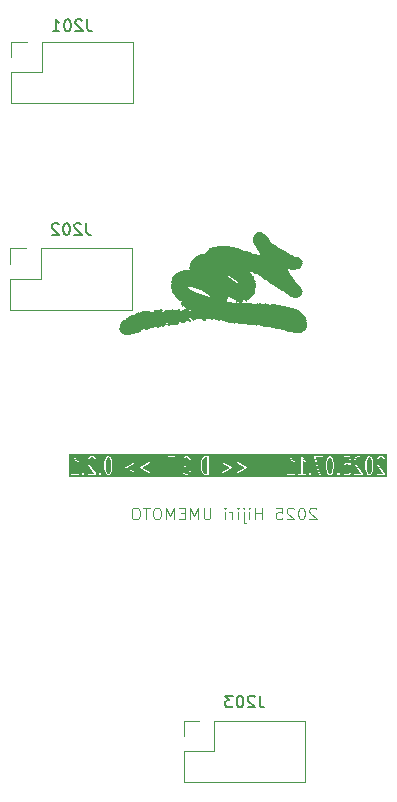
<source format=gbr>
%TF.GenerationSoftware,KiCad,Pcbnew,8.0.8*%
%TF.CreationDate,2025-07-11T15:40:09+09:00*%
%TF.ProjectId,20250711-7seg-panel-display,32303235-3037-4313-912d-377365672d70,rev?*%
%TF.SameCoordinates,Original*%
%TF.FileFunction,Legend,Bot*%
%TF.FilePolarity,Positive*%
%FSLAX46Y46*%
G04 Gerber Fmt 4.6, Leading zero omitted, Abs format (unit mm)*
G04 Created by KiCad (PCBNEW 8.0.8) date 2025-07-11 15:40:09*
%MOMM*%
%LPD*%
G01*
G04 APERTURE LIST*
%ADD10C,0.100000*%
%ADD11C,0.150000*%
%ADD12C,0.120000*%
%ADD13C,0.000000*%
%ADD14R,1.500000X1.500000*%
%ADD15C,1.500000*%
%ADD16C,3.200000*%
%ADD17R,1.700000X1.700000*%
%ADD18O,1.700000X1.700000*%
G04 APERTURE END LIST*
D10*
X83543734Y-97117657D02*
X83496115Y-97070038D01*
X83496115Y-97070038D02*
X83400877Y-97022419D01*
X83400877Y-97022419D02*
X83162782Y-97022419D01*
X83162782Y-97022419D02*
X83067544Y-97070038D01*
X83067544Y-97070038D02*
X83019925Y-97117657D01*
X83019925Y-97117657D02*
X82972306Y-97212895D01*
X82972306Y-97212895D02*
X82972306Y-97308133D01*
X82972306Y-97308133D02*
X83019925Y-97450990D01*
X83019925Y-97450990D02*
X83591353Y-98022419D01*
X83591353Y-98022419D02*
X82972306Y-98022419D01*
X82353258Y-97022419D02*
X82258020Y-97022419D01*
X82258020Y-97022419D02*
X82162782Y-97070038D01*
X82162782Y-97070038D02*
X82115163Y-97117657D01*
X82115163Y-97117657D02*
X82067544Y-97212895D01*
X82067544Y-97212895D02*
X82019925Y-97403371D01*
X82019925Y-97403371D02*
X82019925Y-97641466D01*
X82019925Y-97641466D02*
X82067544Y-97831942D01*
X82067544Y-97831942D02*
X82115163Y-97927180D01*
X82115163Y-97927180D02*
X82162782Y-97974800D01*
X82162782Y-97974800D02*
X82258020Y-98022419D01*
X82258020Y-98022419D02*
X82353258Y-98022419D01*
X82353258Y-98022419D02*
X82448496Y-97974800D01*
X82448496Y-97974800D02*
X82496115Y-97927180D01*
X82496115Y-97927180D02*
X82543734Y-97831942D01*
X82543734Y-97831942D02*
X82591353Y-97641466D01*
X82591353Y-97641466D02*
X82591353Y-97403371D01*
X82591353Y-97403371D02*
X82543734Y-97212895D01*
X82543734Y-97212895D02*
X82496115Y-97117657D01*
X82496115Y-97117657D02*
X82448496Y-97070038D01*
X82448496Y-97070038D02*
X82353258Y-97022419D01*
X81638972Y-97117657D02*
X81591353Y-97070038D01*
X81591353Y-97070038D02*
X81496115Y-97022419D01*
X81496115Y-97022419D02*
X81258020Y-97022419D01*
X81258020Y-97022419D02*
X81162782Y-97070038D01*
X81162782Y-97070038D02*
X81115163Y-97117657D01*
X81115163Y-97117657D02*
X81067544Y-97212895D01*
X81067544Y-97212895D02*
X81067544Y-97308133D01*
X81067544Y-97308133D02*
X81115163Y-97450990D01*
X81115163Y-97450990D02*
X81686591Y-98022419D01*
X81686591Y-98022419D02*
X81067544Y-98022419D01*
X80162782Y-97022419D02*
X80638972Y-97022419D01*
X80638972Y-97022419D02*
X80686591Y-97498609D01*
X80686591Y-97498609D02*
X80638972Y-97450990D01*
X80638972Y-97450990D02*
X80543734Y-97403371D01*
X80543734Y-97403371D02*
X80305639Y-97403371D01*
X80305639Y-97403371D02*
X80210401Y-97450990D01*
X80210401Y-97450990D02*
X80162782Y-97498609D01*
X80162782Y-97498609D02*
X80115163Y-97593847D01*
X80115163Y-97593847D02*
X80115163Y-97831942D01*
X80115163Y-97831942D02*
X80162782Y-97927180D01*
X80162782Y-97927180D02*
X80210401Y-97974800D01*
X80210401Y-97974800D02*
X80305639Y-98022419D01*
X80305639Y-98022419D02*
X80543734Y-98022419D01*
X80543734Y-98022419D02*
X80638972Y-97974800D01*
X80638972Y-97974800D02*
X80686591Y-97927180D01*
X78924686Y-98022419D02*
X78924686Y-97022419D01*
X78924686Y-97498609D02*
X78353258Y-97498609D01*
X78353258Y-98022419D02*
X78353258Y-97022419D01*
X77877067Y-98022419D02*
X77877067Y-97355752D01*
X77877067Y-97022419D02*
X77924686Y-97070038D01*
X77924686Y-97070038D02*
X77877067Y-97117657D01*
X77877067Y-97117657D02*
X77829448Y-97070038D01*
X77829448Y-97070038D02*
X77877067Y-97022419D01*
X77877067Y-97022419D02*
X77877067Y-97117657D01*
X77400877Y-97355752D02*
X77400877Y-98212895D01*
X77400877Y-98212895D02*
X77448496Y-98308133D01*
X77448496Y-98308133D02*
X77543734Y-98355752D01*
X77543734Y-98355752D02*
X77591353Y-98355752D01*
X77400877Y-97022419D02*
X77448496Y-97070038D01*
X77448496Y-97070038D02*
X77400877Y-97117657D01*
X77400877Y-97117657D02*
X77353258Y-97070038D01*
X77353258Y-97070038D02*
X77400877Y-97022419D01*
X77400877Y-97022419D02*
X77400877Y-97117657D01*
X76924687Y-98022419D02*
X76924687Y-97355752D01*
X76924687Y-97022419D02*
X76972306Y-97070038D01*
X76972306Y-97070038D02*
X76924687Y-97117657D01*
X76924687Y-97117657D02*
X76877068Y-97070038D01*
X76877068Y-97070038D02*
X76924687Y-97022419D01*
X76924687Y-97022419D02*
X76924687Y-97117657D01*
X76448497Y-98022419D02*
X76448497Y-97355752D01*
X76448497Y-97546228D02*
X76400878Y-97450990D01*
X76400878Y-97450990D02*
X76353259Y-97403371D01*
X76353259Y-97403371D02*
X76258021Y-97355752D01*
X76258021Y-97355752D02*
X76162783Y-97355752D01*
X75829449Y-98022419D02*
X75829449Y-97355752D01*
X75829449Y-97022419D02*
X75877068Y-97070038D01*
X75877068Y-97070038D02*
X75829449Y-97117657D01*
X75829449Y-97117657D02*
X75781830Y-97070038D01*
X75781830Y-97070038D02*
X75829449Y-97022419D01*
X75829449Y-97022419D02*
X75829449Y-97117657D01*
X74591354Y-97022419D02*
X74591354Y-97831942D01*
X74591354Y-97831942D02*
X74543735Y-97927180D01*
X74543735Y-97927180D02*
X74496116Y-97974800D01*
X74496116Y-97974800D02*
X74400878Y-98022419D01*
X74400878Y-98022419D02*
X74210402Y-98022419D01*
X74210402Y-98022419D02*
X74115164Y-97974800D01*
X74115164Y-97974800D02*
X74067545Y-97927180D01*
X74067545Y-97927180D02*
X74019926Y-97831942D01*
X74019926Y-97831942D02*
X74019926Y-97022419D01*
X73543735Y-98022419D02*
X73543735Y-97022419D01*
X73543735Y-97022419D02*
X73210402Y-97736704D01*
X73210402Y-97736704D02*
X72877069Y-97022419D01*
X72877069Y-97022419D02*
X72877069Y-98022419D01*
X72400878Y-97498609D02*
X72067545Y-97498609D01*
X71924688Y-98022419D02*
X72400878Y-98022419D01*
X72400878Y-98022419D02*
X72400878Y-97022419D01*
X72400878Y-97022419D02*
X71924688Y-97022419D01*
X71496116Y-98022419D02*
X71496116Y-97022419D01*
X71496116Y-97022419D02*
X71162783Y-97736704D01*
X71162783Y-97736704D02*
X70829450Y-97022419D01*
X70829450Y-97022419D02*
X70829450Y-98022419D01*
X70162783Y-97022419D02*
X69972307Y-97022419D01*
X69972307Y-97022419D02*
X69877069Y-97070038D01*
X69877069Y-97070038D02*
X69781831Y-97165276D01*
X69781831Y-97165276D02*
X69734212Y-97355752D01*
X69734212Y-97355752D02*
X69734212Y-97689085D01*
X69734212Y-97689085D02*
X69781831Y-97879561D01*
X69781831Y-97879561D02*
X69877069Y-97974800D01*
X69877069Y-97974800D02*
X69972307Y-98022419D01*
X69972307Y-98022419D02*
X70162783Y-98022419D01*
X70162783Y-98022419D02*
X70258021Y-97974800D01*
X70258021Y-97974800D02*
X70353259Y-97879561D01*
X70353259Y-97879561D02*
X70400878Y-97689085D01*
X70400878Y-97689085D02*
X70400878Y-97355752D01*
X70400878Y-97355752D02*
X70353259Y-97165276D01*
X70353259Y-97165276D02*
X70258021Y-97070038D01*
X70258021Y-97070038D02*
X70162783Y-97022419D01*
X69448497Y-97022419D02*
X68877069Y-97022419D01*
X69162783Y-98022419D02*
X69162783Y-97022419D01*
X68353259Y-97022419D02*
X68162783Y-97022419D01*
X68162783Y-97022419D02*
X68067545Y-97070038D01*
X68067545Y-97070038D02*
X67972307Y-97165276D01*
X67972307Y-97165276D02*
X67924688Y-97355752D01*
X67924688Y-97355752D02*
X67924688Y-97689085D01*
X67924688Y-97689085D02*
X67972307Y-97879561D01*
X67972307Y-97879561D02*
X68067545Y-97974800D01*
X68067545Y-97974800D02*
X68162783Y-98022419D01*
X68162783Y-98022419D02*
X68353259Y-98022419D01*
X68353259Y-98022419D02*
X68448497Y-97974800D01*
X68448497Y-97974800D02*
X68543735Y-97879561D01*
X68543735Y-97879561D02*
X68591354Y-97689085D01*
X68591354Y-97689085D02*
X68591354Y-97355752D01*
X68591354Y-97355752D02*
X68543735Y-97165276D01*
X68543735Y-97165276D02*
X68448497Y-97070038D01*
X68448497Y-97070038D02*
X68353259Y-97022419D01*
G36*
X66066408Y-92817518D02*
G01*
X66105561Y-92876248D01*
X66149821Y-93009027D01*
X66196116Y-93286796D01*
X66196116Y-93635660D01*
X66149821Y-93913428D01*
X66105561Y-94046207D01*
X66066406Y-94104939D01*
X65991354Y-94161228D01*
X65929450Y-94161228D01*
X65854397Y-94104939D01*
X65815242Y-94046206D01*
X65770982Y-93913427D01*
X65724688Y-93635660D01*
X65724688Y-93286796D01*
X65770982Y-93009028D01*
X65815243Y-92876247D01*
X65854395Y-92817518D01*
X65929450Y-92761228D01*
X65991354Y-92761228D01*
X66066408Y-92817518D01*
G37*
G36*
X74338972Y-94161228D02*
G01*
X74162680Y-94161228D01*
X74042258Y-94101017D01*
X73958098Y-93974777D01*
X73913838Y-93841998D01*
X73867544Y-93564231D01*
X73867544Y-93358225D01*
X73913838Y-93080457D01*
X73958098Y-92947679D01*
X74042258Y-92821439D01*
X74162680Y-92761228D01*
X74338972Y-92761228D01*
X74338972Y-94161228D01*
G37*
G36*
X84828312Y-92817518D02*
G01*
X84867465Y-92876248D01*
X84911725Y-93009027D01*
X84958020Y-93286796D01*
X84958020Y-93635660D01*
X84911725Y-93913428D01*
X84867465Y-94046207D01*
X84828310Y-94104939D01*
X84753258Y-94161228D01*
X84691354Y-94161228D01*
X84616301Y-94104939D01*
X84577146Y-94046206D01*
X84532886Y-93913427D01*
X84486592Y-93635660D01*
X84486592Y-93286796D01*
X84532886Y-93009028D01*
X84577147Y-92876247D01*
X84616299Y-92817518D01*
X84691354Y-92761228D01*
X84753258Y-92761228D01*
X84828312Y-92817518D01*
G37*
G36*
X88161645Y-92817518D02*
G01*
X88200798Y-92876248D01*
X88245058Y-93009027D01*
X88291353Y-93286796D01*
X88291353Y-93635660D01*
X88245058Y-93913428D01*
X88200798Y-94046207D01*
X88161643Y-94104939D01*
X88086591Y-94161228D01*
X88024687Y-94161228D01*
X87949634Y-94104939D01*
X87910479Y-94046206D01*
X87866219Y-93913427D01*
X87819925Y-93635660D01*
X87819925Y-93286796D01*
X87866219Y-93009028D01*
X87910480Y-92876247D01*
X87949632Y-92817518D01*
X88024687Y-92761228D01*
X88086591Y-92761228D01*
X88161645Y-92817518D01*
G37*
G36*
X89557069Y-94427895D02*
G01*
X62604685Y-94427895D01*
X62604685Y-94192094D01*
X62771352Y-94192094D01*
X62771352Y-94230362D01*
X62798412Y-94257422D01*
X62817546Y-94261228D01*
X63388974Y-94261228D01*
X63408108Y-94257422D01*
X63435168Y-94230362D01*
X63435168Y-94192094D01*
X63408108Y-94165034D01*
X63388974Y-94161228D01*
X63153260Y-94161228D01*
X63153260Y-94130097D01*
X63720877Y-94130097D01*
X63722817Y-94139800D01*
X63720877Y-94149504D01*
X63728324Y-94167535D01*
X63775943Y-94238963D01*
X63775993Y-94239013D01*
X63776001Y-94239050D01*
X63776087Y-94239107D01*
X63789723Y-94252772D01*
X63794770Y-94253781D01*
X63798411Y-94257422D01*
X63803559Y-94257422D01*
X63807841Y-94260277D01*
X63817545Y-94258336D01*
X63827249Y-94260277D01*
X63831531Y-94257422D01*
X63836679Y-94257422D01*
X63840319Y-94253781D01*
X63845367Y-94252772D01*
X63859002Y-94239107D01*
X63859089Y-94239050D01*
X63859096Y-94239013D01*
X63859147Y-94238963D01*
X63906766Y-94167535D01*
X63914213Y-94149503D01*
X63912272Y-94139801D01*
X63914214Y-94130097D01*
X63906767Y-94112065D01*
X63859148Y-94040636D01*
X63859095Y-94040583D01*
X63859089Y-94040549D01*
X63859005Y-94040493D01*
X63845367Y-94026827D01*
X63840319Y-94025817D01*
X63836679Y-94022177D01*
X63831532Y-94022177D01*
X63827248Y-94019321D01*
X63817543Y-94021262D01*
X63807842Y-94019322D01*
X63803559Y-94022177D01*
X63798411Y-94022177D01*
X63794770Y-94025817D01*
X63789723Y-94026827D01*
X63776087Y-94040491D01*
X63776001Y-94040549D01*
X63775993Y-94040585D01*
X63775943Y-94040636D01*
X63728323Y-94112065D01*
X63720877Y-94130097D01*
X63153260Y-94130097D01*
X63153260Y-92946462D01*
X63155267Y-92949306D01*
X63156895Y-92953249D01*
X63252134Y-93096106D01*
X63258092Y-93102076D01*
X63263736Y-93108371D01*
X63358974Y-93179800D01*
X63376565Y-93188236D01*
X63414449Y-93182824D01*
X63437410Y-93152209D01*
X63431998Y-93114325D01*
X63418974Y-93099800D01*
X63330588Y-93033510D01*
X63306209Y-92996942D01*
X64196117Y-92996942D01*
X64196117Y-93139800D01*
X64197185Y-93145172D01*
X64197308Y-93150647D01*
X64244927Y-93364931D01*
X64248621Y-93373316D01*
X64252133Y-93381820D01*
X64771738Y-94161228D01*
X64246117Y-94161228D01*
X64226983Y-94165034D01*
X64199923Y-94192094D01*
X64199923Y-94230362D01*
X64226983Y-94257422D01*
X64246117Y-94261228D01*
X64865164Y-94261228D01*
X64872412Y-94259786D01*
X64874867Y-94260277D01*
X64876960Y-94258881D01*
X64884298Y-94257422D01*
X64894594Y-94247125D01*
X64906708Y-94239050D01*
X64907717Y-94234002D01*
X64911358Y-94230362D01*
X64911358Y-94215799D01*
X64914213Y-94201524D01*
X64911358Y-94194611D01*
X64911358Y-94192094D01*
X64909586Y-94190322D01*
X64906766Y-94183493D01*
X64871169Y-94130097D01*
X65149448Y-94130097D01*
X65151388Y-94139800D01*
X65149448Y-94149504D01*
X65156895Y-94167535D01*
X65204514Y-94238963D01*
X65204564Y-94239013D01*
X65204572Y-94239050D01*
X65204658Y-94239107D01*
X65218294Y-94252772D01*
X65223341Y-94253781D01*
X65226982Y-94257422D01*
X65232130Y-94257422D01*
X65236412Y-94260277D01*
X65246116Y-94258336D01*
X65255820Y-94260277D01*
X65260102Y-94257422D01*
X65265250Y-94257422D01*
X65268890Y-94253781D01*
X65273938Y-94252772D01*
X65287573Y-94239107D01*
X65287660Y-94239050D01*
X65287667Y-94239013D01*
X65287718Y-94238963D01*
X65335337Y-94167535D01*
X65342784Y-94149503D01*
X65340843Y-94139801D01*
X65342785Y-94130097D01*
X65335338Y-94112065D01*
X65287719Y-94040636D01*
X65287666Y-94040583D01*
X65287660Y-94040549D01*
X65287576Y-94040493D01*
X65273938Y-94026827D01*
X65268890Y-94025817D01*
X65265250Y-94022177D01*
X65260103Y-94022177D01*
X65255819Y-94019321D01*
X65246114Y-94021262D01*
X65236413Y-94019322D01*
X65232130Y-94022177D01*
X65226982Y-94022177D01*
X65223341Y-94025817D01*
X65218294Y-94026827D01*
X65204658Y-94040491D01*
X65204572Y-94040549D01*
X65204564Y-94040585D01*
X65204514Y-94040636D01*
X65156894Y-94112065D01*
X65149448Y-94130097D01*
X64871169Y-94130097D01*
X64340518Y-93334119D01*
X64329082Y-93282657D01*
X65624688Y-93282657D01*
X65624688Y-93639800D01*
X65625497Y-93643870D01*
X65625368Y-93648020D01*
X65672987Y-93933734D01*
X65674380Y-93937419D01*
X65674873Y-93941325D01*
X65722492Y-94084182D01*
X65725783Y-94089956D01*
X65728323Y-94096106D01*
X65775943Y-94167535D01*
X65781901Y-94173505D01*
X65787545Y-94179800D01*
X65882783Y-94251228D01*
X65891760Y-94255533D01*
X65893649Y-94257422D01*
X65897151Y-94258118D01*
X65900374Y-94259664D01*
X65903019Y-94259285D01*
X65912783Y-94261228D01*
X66008021Y-94261228D01*
X66017784Y-94259286D01*
X66020430Y-94259664D01*
X66023652Y-94258118D01*
X66027155Y-94257422D01*
X66029043Y-94255533D01*
X66038021Y-94251228D01*
X66133259Y-94179800D01*
X66138893Y-94173515D01*
X66144862Y-94167535D01*
X66192481Y-94096106D01*
X66195021Y-94089955D01*
X66198312Y-94084182D01*
X66245931Y-93941326D01*
X66246423Y-93937419D01*
X66247817Y-93933734D01*
X66295436Y-93648020D01*
X66295306Y-93643870D01*
X66296116Y-93639800D01*
X66296116Y-93633830D01*
X67386951Y-93633830D01*
X67388622Y-93639800D01*
X67386951Y-93645770D01*
X67393607Y-93657604D01*
X67397269Y-93670681D01*
X67404403Y-93676797D01*
X67405712Y-93679124D01*
X67407798Y-93679708D01*
X67412080Y-93683379D01*
X68173984Y-94111950D01*
X68192527Y-94118013D01*
X68229378Y-94107695D01*
X68248140Y-94074342D01*
X68237821Y-94037490D01*
X68223010Y-94024792D01*
X67538579Y-93639799D01*
X67549191Y-93633830D01*
X68625046Y-93633830D01*
X68626717Y-93639800D01*
X68625046Y-93645770D01*
X68631702Y-93657604D01*
X68635364Y-93670681D01*
X68642498Y-93676797D01*
X68643807Y-93679124D01*
X68645893Y-93679708D01*
X68650175Y-93683379D01*
X69412079Y-94111950D01*
X69430622Y-94118013D01*
X69467473Y-94107695D01*
X69486235Y-94074342D01*
X69475916Y-94037490D01*
X69461105Y-94024792D01*
X68776674Y-93639799D01*
X69461105Y-93254807D01*
X69475916Y-93242109D01*
X69486234Y-93205258D01*
X69467473Y-93171904D01*
X69430621Y-93161586D01*
X69412079Y-93167649D01*
X68650175Y-93596221D01*
X68645893Y-93599891D01*
X68643807Y-93600476D01*
X68642498Y-93602802D01*
X68635364Y-93608919D01*
X68631702Y-93621995D01*
X68625046Y-93633830D01*
X67549191Y-93633830D01*
X68223010Y-93254807D01*
X68237821Y-93242109D01*
X68248139Y-93205258D01*
X68229378Y-93171904D01*
X68192526Y-93161586D01*
X68173984Y-93167649D01*
X67412080Y-93596221D01*
X67407798Y-93599891D01*
X67405712Y-93600476D01*
X67404403Y-93602802D01*
X67397269Y-93608919D01*
X67393607Y-93621995D01*
X67386951Y-93633830D01*
X66296116Y-93633830D01*
X66296116Y-93282657D01*
X66295306Y-93278586D01*
X66295436Y-93274437D01*
X66247817Y-92988722D01*
X66246423Y-92985036D01*
X66245931Y-92981130D01*
X66198312Y-92838274D01*
X66195017Y-92832494D01*
X66192480Y-92826350D01*
X66144861Y-92754922D01*
X66138902Y-92748951D01*
X66133259Y-92742657D01*
X66091354Y-92711228D01*
X70624687Y-92711228D01*
X70624687Y-94211228D01*
X70628493Y-94230362D01*
X70655553Y-94257422D01*
X70693821Y-94257422D01*
X70720881Y-94230362D01*
X70724687Y-94211228D01*
X70724687Y-92711228D01*
X70720881Y-92692094D01*
X70961827Y-92692094D01*
X70961827Y-92730362D01*
X70988887Y-92757422D01*
X71008021Y-92761228D01*
X71243735Y-92761228D01*
X71243735Y-94211228D01*
X71247541Y-94230362D01*
X71274601Y-94257422D01*
X71312869Y-94257422D01*
X71339929Y-94230362D01*
X71343735Y-94211228D01*
X71343735Y-92761228D01*
X71579449Y-92761228D01*
X71598583Y-92757422D01*
X71625643Y-92730362D01*
X71625643Y-92711228D01*
X71862782Y-92711228D01*
X71862782Y-94211228D01*
X71866588Y-94230362D01*
X71893648Y-94257422D01*
X71931916Y-94257422D01*
X71958976Y-94230362D01*
X71962782Y-94211228D01*
X71962782Y-93568371D01*
X72291354Y-93568371D01*
X72291354Y-94068371D01*
X72292795Y-94075619D01*
X72292305Y-94078074D01*
X72294193Y-94082648D01*
X72295160Y-94087505D01*
X72296930Y-94089275D01*
X72299751Y-94096106D01*
X72347371Y-94167535D01*
X72350606Y-94170777D01*
X72351201Y-94172560D01*
X72356453Y-94176636D01*
X72361151Y-94181344D01*
X72362993Y-94181712D01*
X72366612Y-94184521D01*
X72509470Y-94255950D01*
X72511885Y-94256611D01*
X72512696Y-94257422D01*
X72520556Y-94258985D01*
X72528286Y-94261102D01*
X72529373Y-94260739D01*
X72531830Y-94261228D01*
X72627068Y-94261228D01*
X72629524Y-94260739D01*
X72630612Y-94261102D01*
X72638337Y-94258986D01*
X72646202Y-94257422D01*
X72647013Y-94256610D01*
X72649429Y-94255949D01*
X72792286Y-94184521D01*
X72795904Y-94181712D01*
X72797747Y-94181344D01*
X72802443Y-94176637D01*
X72807698Y-94172560D01*
X72808292Y-94170777D01*
X72811528Y-94167535D01*
X72906766Y-94024677D01*
X72909306Y-94018526D01*
X72912597Y-94012753D01*
X72960216Y-93869897D01*
X72960708Y-93865990D01*
X72962102Y-93862305D01*
X73009721Y-93576591D01*
X73009591Y-93572441D01*
X73010401Y-93568371D01*
X73010401Y-93354085D01*
X73009591Y-93350014D01*
X73009721Y-93345865D01*
X72962102Y-93060151D01*
X72960708Y-93056465D01*
X72960216Y-93052559D01*
X72912597Y-92909703D01*
X72909306Y-92903929D01*
X72906766Y-92897779D01*
X72811528Y-92754922D01*
X72808290Y-92751678D01*
X72807697Y-92749897D01*
X72802445Y-92745821D01*
X72797747Y-92741113D01*
X72795904Y-92740744D01*
X72792286Y-92737936D01*
X72738870Y-92711228D01*
X73338972Y-92711228D01*
X73338972Y-94211228D01*
X73342778Y-94230362D01*
X73369838Y-94257422D01*
X73408106Y-94257422D01*
X73435166Y-94230362D01*
X73438972Y-94211228D01*
X73438972Y-93354085D01*
X73767544Y-93354085D01*
X73767544Y-93568371D01*
X73768353Y-93572441D01*
X73768224Y-93576591D01*
X73815843Y-93862305D01*
X73817236Y-93865990D01*
X73817729Y-93869896D01*
X73865348Y-94012753D01*
X73868639Y-94018527D01*
X73871179Y-94024677D01*
X73966418Y-94167535D01*
X73969653Y-94170778D01*
X73970248Y-94172560D01*
X73975497Y-94176634D01*
X73980198Y-94181345D01*
X73982042Y-94181713D01*
X73985659Y-94184521D01*
X74128517Y-94255950D01*
X74130932Y-94256611D01*
X74131743Y-94257422D01*
X74139603Y-94258985D01*
X74147333Y-94261102D01*
X74148420Y-94260739D01*
X74150877Y-94261228D01*
X74388972Y-94261228D01*
X74408106Y-94257422D01*
X74435166Y-94230362D01*
X74438972Y-94211228D01*
X74438972Y-94192094D01*
X81057065Y-94192094D01*
X81057065Y-94230362D01*
X81084125Y-94257422D01*
X81103259Y-94261228D01*
X81674687Y-94261228D01*
X81693821Y-94257422D01*
X81720881Y-94230362D01*
X81720881Y-94192094D01*
X82009446Y-94192094D01*
X82009446Y-94230362D01*
X82036506Y-94257422D01*
X82055640Y-94261228D01*
X82627068Y-94261228D01*
X82646202Y-94257422D01*
X82673262Y-94230362D01*
X82673262Y-94192094D01*
X82646202Y-94165034D01*
X82627068Y-94161228D01*
X82391354Y-94161228D01*
X82391354Y-94130097D01*
X82958971Y-94130097D01*
X82960911Y-94139800D01*
X82958971Y-94149504D01*
X82966418Y-94167535D01*
X83014037Y-94238963D01*
X83014087Y-94239013D01*
X83014095Y-94239050D01*
X83014181Y-94239107D01*
X83027817Y-94252772D01*
X83032864Y-94253781D01*
X83036505Y-94257422D01*
X83041653Y-94257422D01*
X83045935Y-94260277D01*
X83055639Y-94258336D01*
X83065343Y-94260277D01*
X83069625Y-94257422D01*
X83074773Y-94257422D01*
X83078413Y-94253781D01*
X83083461Y-94252772D01*
X83097096Y-94239107D01*
X83097183Y-94239050D01*
X83097190Y-94239013D01*
X83097241Y-94238963D01*
X83144860Y-94167535D01*
X83152307Y-94149503D01*
X83150366Y-94139801D01*
X83152308Y-94130097D01*
X83144861Y-94112065D01*
X83097242Y-94040636D01*
X83097189Y-94040583D01*
X83097183Y-94040549D01*
X83097099Y-94040493D01*
X83083461Y-94026827D01*
X83078413Y-94025817D01*
X83074773Y-94022177D01*
X83069626Y-94022177D01*
X83065342Y-94019321D01*
X83055637Y-94021262D01*
X83045936Y-94019322D01*
X83041653Y-94022177D01*
X83036505Y-94022177D01*
X83032864Y-94025817D01*
X83027817Y-94026827D01*
X83014181Y-94040491D01*
X83014095Y-94040549D01*
X83014087Y-94040585D01*
X83014037Y-94040636D01*
X82966417Y-94112065D01*
X82958971Y-94130097D01*
X82391354Y-94130097D01*
X82391354Y-92946462D01*
X82393361Y-92949306D01*
X82394989Y-92953249D01*
X82490228Y-93096106D01*
X82496186Y-93102076D01*
X82501830Y-93108371D01*
X82597068Y-93179800D01*
X82614659Y-93188236D01*
X82652543Y-93182824D01*
X82675504Y-93152209D01*
X82670092Y-93114325D01*
X82657068Y-93099800D01*
X82568682Y-93033510D01*
X82480555Y-92901319D01*
X82393534Y-92705521D01*
X83386919Y-92705521D01*
X83388516Y-92724964D01*
X83817087Y-94224964D01*
X83826003Y-94242316D01*
X83859456Y-94260901D01*
X83896251Y-94250388D01*
X83914836Y-94216935D01*
X83913239Y-94197492D01*
X83651858Y-93282657D01*
X84386592Y-93282657D01*
X84386592Y-93639800D01*
X84387401Y-93643870D01*
X84387272Y-93648020D01*
X84434891Y-93933734D01*
X84436284Y-93937419D01*
X84436777Y-93941325D01*
X84484396Y-94084182D01*
X84487687Y-94089956D01*
X84490227Y-94096106D01*
X84537847Y-94167535D01*
X84543805Y-94173505D01*
X84549449Y-94179800D01*
X84644687Y-94251228D01*
X84653664Y-94255533D01*
X84655553Y-94257422D01*
X84659055Y-94258118D01*
X84662278Y-94259664D01*
X84664923Y-94259285D01*
X84674687Y-94261228D01*
X84769925Y-94261228D01*
X84779688Y-94259286D01*
X84782334Y-94259664D01*
X84785556Y-94258118D01*
X84789059Y-94257422D01*
X84790947Y-94255533D01*
X84799925Y-94251228D01*
X84895163Y-94179800D01*
X84900797Y-94173515D01*
X84906766Y-94167535D01*
X84931724Y-94130097D01*
X85339923Y-94130097D01*
X85341863Y-94139800D01*
X85339923Y-94149504D01*
X85347370Y-94167535D01*
X85394989Y-94238963D01*
X85395039Y-94239013D01*
X85395047Y-94239050D01*
X85395133Y-94239107D01*
X85408769Y-94252772D01*
X85413816Y-94253781D01*
X85417457Y-94257422D01*
X85422605Y-94257422D01*
X85426887Y-94260277D01*
X85436591Y-94258336D01*
X85446295Y-94260277D01*
X85450577Y-94257422D01*
X85455725Y-94257422D01*
X85459365Y-94253781D01*
X85464413Y-94252772D01*
X85478048Y-94239107D01*
X85478135Y-94239050D01*
X85478142Y-94239013D01*
X85478193Y-94238963D01*
X85525812Y-94167535D01*
X85533259Y-94149503D01*
X85531318Y-94139801D01*
X85533260Y-94130097D01*
X85525813Y-94112065D01*
X85478194Y-94040636D01*
X85478141Y-94040583D01*
X85478135Y-94040549D01*
X85478051Y-94040493D01*
X85464413Y-94026827D01*
X85459365Y-94025817D01*
X85455725Y-94022177D01*
X85450578Y-94022177D01*
X85446294Y-94019321D01*
X85436589Y-94021262D01*
X85426888Y-94019322D01*
X85422605Y-94022177D01*
X85417457Y-94022177D01*
X85413816Y-94025817D01*
X85408769Y-94026827D01*
X85395133Y-94040491D01*
X85395047Y-94040549D01*
X85395039Y-94040585D01*
X85394989Y-94040636D01*
X85347369Y-94112065D01*
X85339923Y-94130097D01*
X84931724Y-94130097D01*
X84954385Y-94096106D01*
X84956925Y-94089955D01*
X84960216Y-94084182D01*
X85007835Y-93941326D01*
X85008327Y-93937419D01*
X85009721Y-93933734D01*
X85057340Y-93648020D01*
X85057210Y-93643870D01*
X85058020Y-93639800D01*
X85058020Y-93568371D01*
X85815163Y-93568371D01*
X85815163Y-93925514D01*
X85816726Y-93933376D01*
X85817729Y-93941325D01*
X85865348Y-94084182D01*
X85868639Y-94089956D01*
X85871179Y-94096106D01*
X85918799Y-94167535D01*
X85924757Y-94173505D01*
X85930401Y-94179800D01*
X86025639Y-94251228D01*
X86034616Y-94255533D01*
X86036505Y-94257422D01*
X86040007Y-94258118D01*
X86043230Y-94259664D01*
X86045875Y-94259285D01*
X86055639Y-94261228D01*
X86293734Y-94261228D01*
X86303497Y-94259286D01*
X86306143Y-94259664D01*
X86309365Y-94258118D01*
X86312868Y-94257422D01*
X86314756Y-94255533D01*
X86323734Y-94251228D01*
X86418972Y-94179800D01*
X86424606Y-94173515D01*
X86430575Y-94167535D01*
X86478194Y-94096106D01*
X86485641Y-94078074D01*
X86478135Y-94040549D01*
X86446294Y-94019321D01*
X86408769Y-94026827D01*
X86394989Y-94040636D01*
X86352119Y-94104939D01*
X86277067Y-94161228D01*
X86072306Y-94161228D01*
X85997253Y-94104939D01*
X85958098Y-94046206D01*
X85915163Y-93917400D01*
X85915163Y-93576484D01*
X85958098Y-93447678D01*
X85997253Y-93388945D01*
X86072306Y-93332657D01*
X86277067Y-93332657D01*
X86352119Y-93388945D01*
X86394989Y-93453249D01*
X86408769Y-93467058D01*
X86415445Y-93468393D01*
X86420572Y-93472879D01*
X86433545Y-93472013D01*
X86446294Y-93474564D01*
X86451960Y-93470786D01*
X86458755Y-93470333D01*
X86467316Y-93460548D01*
X86478135Y-93453336D01*
X86479470Y-93446657D01*
X86483955Y-93441533D01*
X86486480Y-93422189D01*
X86458130Y-92996942D01*
X86767544Y-92996942D01*
X86767544Y-93139800D01*
X86768612Y-93145172D01*
X86768735Y-93150647D01*
X86816354Y-93364931D01*
X86820048Y-93373316D01*
X86823560Y-93381820D01*
X87343165Y-94161228D01*
X86817544Y-94161228D01*
X86798410Y-94165034D01*
X86771350Y-94192094D01*
X86771350Y-94230362D01*
X86798410Y-94257422D01*
X86817544Y-94261228D01*
X87436591Y-94261228D01*
X87443839Y-94259786D01*
X87446294Y-94260277D01*
X87448387Y-94258881D01*
X87455725Y-94257422D01*
X87466021Y-94247125D01*
X87478135Y-94239050D01*
X87479144Y-94234002D01*
X87482785Y-94230362D01*
X87482785Y-94215799D01*
X87485640Y-94201524D01*
X87482785Y-94194611D01*
X87482785Y-94192094D01*
X87481013Y-94190322D01*
X87478193Y-94183493D01*
X86911945Y-93334119D01*
X86900509Y-93282657D01*
X87719925Y-93282657D01*
X87719925Y-93639800D01*
X87720734Y-93643870D01*
X87720605Y-93648020D01*
X87768224Y-93933734D01*
X87769617Y-93937419D01*
X87770110Y-93941325D01*
X87817729Y-94084182D01*
X87821020Y-94089956D01*
X87823560Y-94096106D01*
X87871180Y-94167535D01*
X87877138Y-94173505D01*
X87882782Y-94179800D01*
X87978020Y-94251228D01*
X87986997Y-94255533D01*
X87988886Y-94257422D01*
X87992388Y-94258118D01*
X87995611Y-94259664D01*
X87998256Y-94259285D01*
X88008020Y-94261228D01*
X88103258Y-94261228D01*
X88113021Y-94259286D01*
X88115667Y-94259664D01*
X88118889Y-94258118D01*
X88122392Y-94257422D01*
X88124280Y-94255533D01*
X88133258Y-94251228D01*
X88228496Y-94179800D01*
X88234130Y-94173515D01*
X88240099Y-94167535D01*
X88287718Y-94096106D01*
X88290258Y-94089955D01*
X88293549Y-94084182D01*
X88341168Y-93941326D01*
X88341660Y-93937419D01*
X88343054Y-93933734D01*
X88390673Y-93648020D01*
X88390543Y-93643870D01*
X88391353Y-93639800D01*
X88391353Y-93282657D01*
X88390543Y-93278586D01*
X88390673Y-93274437D01*
X88344424Y-92996942D01*
X88672306Y-92996942D01*
X88672306Y-93139800D01*
X88673374Y-93145172D01*
X88673497Y-93150647D01*
X88721116Y-93364931D01*
X88724810Y-93373316D01*
X88728322Y-93381820D01*
X89247927Y-94161228D01*
X88722306Y-94161228D01*
X88703172Y-94165034D01*
X88676112Y-94192094D01*
X88676112Y-94230362D01*
X88703172Y-94257422D01*
X88722306Y-94261228D01*
X89341353Y-94261228D01*
X89348601Y-94259786D01*
X89351056Y-94260277D01*
X89353149Y-94258881D01*
X89360487Y-94257422D01*
X89370783Y-94247125D01*
X89382897Y-94239050D01*
X89383906Y-94234002D01*
X89387547Y-94230362D01*
X89387547Y-94215799D01*
X89390402Y-94201524D01*
X89387547Y-94194611D01*
X89387547Y-94192094D01*
X89385775Y-94190322D01*
X89382955Y-94183493D01*
X88816707Y-93334119D01*
X88772306Y-93134312D01*
X88772306Y-93005055D01*
X88815242Y-92876247D01*
X88854394Y-92817518D01*
X88929449Y-92761228D01*
X89134210Y-92761228D01*
X89209264Y-92817518D01*
X89252132Y-92881820D01*
X89265912Y-92895629D01*
X89303438Y-92903134D01*
X89335278Y-92881907D01*
X89342783Y-92844382D01*
X89335336Y-92826350D01*
X89287717Y-92754922D01*
X89281758Y-92748951D01*
X89276115Y-92742657D01*
X89180877Y-92671228D01*
X89171899Y-92666922D01*
X89170011Y-92665034D01*
X89166508Y-92664337D01*
X89163286Y-92662792D01*
X89160640Y-92663169D01*
X89150877Y-92661228D01*
X88912782Y-92661228D01*
X88903018Y-92663169D01*
X88900373Y-92662792D01*
X88897150Y-92664337D01*
X88893648Y-92665034D01*
X88891759Y-92666922D01*
X88882782Y-92671228D01*
X88787544Y-92742657D01*
X88781900Y-92748951D01*
X88775942Y-92754922D01*
X88728323Y-92826350D01*
X88725784Y-92832496D01*
X88722491Y-92838274D01*
X88674872Y-92981131D01*
X88673869Y-92989079D01*
X88672306Y-92996942D01*
X88344424Y-92996942D01*
X88343054Y-92988722D01*
X88341660Y-92985036D01*
X88341168Y-92981130D01*
X88293549Y-92838274D01*
X88290254Y-92832494D01*
X88287717Y-92826350D01*
X88240098Y-92754922D01*
X88234139Y-92748951D01*
X88228496Y-92742657D01*
X88133258Y-92671228D01*
X88124280Y-92666922D01*
X88122392Y-92665034D01*
X88118889Y-92664337D01*
X88115667Y-92662792D01*
X88113021Y-92663169D01*
X88103258Y-92661228D01*
X88008020Y-92661228D01*
X87998256Y-92663169D01*
X87995611Y-92662792D01*
X87992388Y-92664337D01*
X87988886Y-92665034D01*
X87986997Y-92666922D01*
X87978020Y-92671228D01*
X87882782Y-92742657D01*
X87877138Y-92748951D01*
X87871180Y-92754922D01*
X87823561Y-92826350D01*
X87821022Y-92832496D01*
X87817729Y-92838274D01*
X87770110Y-92981131D01*
X87769617Y-92985036D01*
X87768224Y-92988722D01*
X87720605Y-93274437D01*
X87720734Y-93278586D01*
X87719925Y-93282657D01*
X86900509Y-93282657D01*
X86867544Y-93134312D01*
X86867544Y-93005055D01*
X86910480Y-92876247D01*
X86949632Y-92817518D01*
X87024687Y-92761228D01*
X87229448Y-92761228D01*
X87304502Y-92817518D01*
X87347370Y-92881820D01*
X87361150Y-92895629D01*
X87398676Y-92903134D01*
X87430516Y-92881907D01*
X87438021Y-92844382D01*
X87430574Y-92826350D01*
X87382955Y-92754922D01*
X87376996Y-92748951D01*
X87371353Y-92742657D01*
X87276115Y-92671228D01*
X87267137Y-92666922D01*
X87265249Y-92665034D01*
X87261746Y-92664337D01*
X87258524Y-92662792D01*
X87255878Y-92663169D01*
X87246115Y-92661228D01*
X87008020Y-92661228D01*
X86998256Y-92663169D01*
X86995611Y-92662792D01*
X86992388Y-92664337D01*
X86988886Y-92665034D01*
X86986997Y-92666922D01*
X86978020Y-92671228D01*
X86882782Y-92742657D01*
X86877138Y-92748951D01*
X86871180Y-92754922D01*
X86823561Y-92826350D01*
X86821022Y-92832496D01*
X86817729Y-92838274D01*
X86770110Y-92981131D01*
X86769107Y-92989079D01*
X86767544Y-92996942D01*
X86458130Y-92996942D01*
X86438861Y-92707902D01*
X86435166Y-92694172D01*
X86435166Y-92692094D01*
X86434400Y-92691328D01*
X86433791Y-92689064D01*
X86420551Y-92677479D01*
X86408106Y-92665034D01*
X86405805Y-92664576D01*
X86404991Y-92663864D01*
X86402918Y-92664002D01*
X86388972Y-92661228D01*
X85912782Y-92661228D01*
X85893648Y-92665034D01*
X85866588Y-92692094D01*
X85866588Y-92730362D01*
X85893648Y-92757422D01*
X85912782Y-92761228D01*
X86342195Y-92761228D01*
X86376950Y-93282569D01*
X86323734Y-93242657D01*
X86314756Y-93238351D01*
X86312868Y-93236463D01*
X86309365Y-93235766D01*
X86306143Y-93234221D01*
X86303497Y-93234598D01*
X86293734Y-93232657D01*
X86055639Y-93232657D01*
X86045875Y-93234599D01*
X86043230Y-93234221D01*
X86040007Y-93235766D01*
X86036505Y-93236463D01*
X86034616Y-93238351D01*
X86025639Y-93242657D01*
X85930401Y-93314085D01*
X85924757Y-93320379D01*
X85918799Y-93326350D01*
X85871179Y-93397779D01*
X85868639Y-93403928D01*
X85865348Y-93409703D01*
X85817729Y-93552560D01*
X85816726Y-93560508D01*
X85815163Y-93568371D01*
X85058020Y-93568371D01*
X85058020Y-93282657D01*
X85057210Y-93278586D01*
X85057340Y-93274437D01*
X85009721Y-92988722D01*
X85008327Y-92985036D01*
X85007835Y-92981130D01*
X84960216Y-92838274D01*
X84956921Y-92832494D01*
X84954384Y-92826350D01*
X84906765Y-92754922D01*
X84900806Y-92748951D01*
X84895163Y-92742657D01*
X84799925Y-92671228D01*
X84790947Y-92666922D01*
X84789059Y-92665034D01*
X84785556Y-92664337D01*
X84782334Y-92662792D01*
X84779688Y-92663169D01*
X84769925Y-92661228D01*
X84674687Y-92661228D01*
X84664923Y-92663169D01*
X84662278Y-92662792D01*
X84659055Y-92664337D01*
X84655553Y-92665034D01*
X84653664Y-92666922D01*
X84644687Y-92671228D01*
X84549449Y-92742657D01*
X84543805Y-92748951D01*
X84537847Y-92754922D01*
X84490228Y-92826350D01*
X84487689Y-92832496D01*
X84484396Y-92838274D01*
X84436777Y-92981131D01*
X84436284Y-92985036D01*
X84434891Y-92988722D01*
X84387272Y-93274437D01*
X84387401Y-93278586D01*
X84386592Y-93282657D01*
X83651858Y-93282657D01*
X83502878Y-92761228D01*
X84103258Y-92761228D01*
X84122392Y-92757422D01*
X84149452Y-92730362D01*
X84149452Y-92692094D01*
X84122392Y-92665034D01*
X84103258Y-92661228D01*
X83436592Y-92661228D01*
X83417458Y-92665034D01*
X83412392Y-92670099D01*
X83405504Y-92672068D01*
X83399354Y-92683138D01*
X83390398Y-92692094D01*
X83390398Y-92699258D01*
X83386919Y-92705521D01*
X82393534Y-92705521D01*
X82387045Y-92690921D01*
X82375796Y-92674982D01*
X82367085Y-92671631D01*
X82360488Y-92665034D01*
X82349932Y-92665034D01*
X82340078Y-92661244D01*
X82331550Y-92665034D01*
X82322220Y-92665034D01*
X82314755Y-92672498D01*
X82305108Y-92676786D01*
X82301757Y-92685496D01*
X82295160Y-92692094D01*
X82291354Y-92711228D01*
X82291354Y-94161228D01*
X82055640Y-94161228D01*
X82036506Y-94165034D01*
X82009446Y-94192094D01*
X81720881Y-94192094D01*
X81693821Y-94165034D01*
X81674687Y-94161228D01*
X81438973Y-94161228D01*
X81438973Y-92946462D01*
X81440980Y-92949306D01*
X81442608Y-92953249D01*
X81537847Y-93096106D01*
X81543805Y-93102076D01*
X81549449Y-93108371D01*
X81644687Y-93179800D01*
X81662278Y-93188236D01*
X81700162Y-93182824D01*
X81723123Y-93152209D01*
X81717711Y-93114325D01*
X81704687Y-93099800D01*
X81616301Y-93033510D01*
X81528174Y-92901319D01*
X81434664Y-92690921D01*
X81423415Y-92674982D01*
X81414704Y-92671631D01*
X81408107Y-92665034D01*
X81397551Y-92665034D01*
X81387697Y-92661244D01*
X81379169Y-92665034D01*
X81369839Y-92665034D01*
X81362374Y-92672498D01*
X81352727Y-92676786D01*
X81349376Y-92685496D01*
X81342779Y-92692094D01*
X81338973Y-92711228D01*
X81338973Y-94161228D01*
X81103259Y-94161228D01*
X81084125Y-94165034D01*
X81057065Y-94192094D01*
X74438972Y-94192094D01*
X74438972Y-93205258D01*
X75577426Y-93205258D01*
X75587744Y-93242109D01*
X75602555Y-93254807D01*
X76286985Y-93639799D01*
X75602555Y-94024792D01*
X75587744Y-94037490D01*
X75577426Y-94074341D01*
X75596187Y-94107695D01*
X75633038Y-94118013D01*
X75651581Y-94111950D01*
X76413485Y-93683379D01*
X76417766Y-93679708D01*
X76419853Y-93679124D01*
X76421161Y-93676797D01*
X76428296Y-93670681D01*
X76431957Y-93657603D01*
X76438614Y-93645770D01*
X76436942Y-93639801D01*
X76438615Y-93633829D01*
X76431956Y-93621991D01*
X76428296Y-93608919D01*
X76421161Y-93602802D01*
X76419853Y-93600476D01*
X76417766Y-93599891D01*
X76413485Y-93596221D01*
X75718441Y-93205258D01*
X76815521Y-93205258D01*
X76825839Y-93242109D01*
X76840650Y-93254807D01*
X77525080Y-93639799D01*
X76840650Y-94024792D01*
X76825839Y-94037490D01*
X76815521Y-94074341D01*
X76834282Y-94107695D01*
X76871133Y-94118013D01*
X76889676Y-94111950D01*
X77651580Y-93683379D01*
X77655861Y-93679708D01*
X77657948Y-93679124D01*
X77659256Y-93676797D01*
X77666391Y-93670681D01*
X77670052Y-93657603D01*
X77676709Y-93645770D01*
X77675037Y-93639801D01*
X77676710Y-93633829D01*
X77670051Y-93621991D01*
X77666391Y-93608919D01*
X77659256Y-93602802D01*
X77657948Y-93600476D01*
X77655861Y-93599891D01*
X77651580Y-93596221D01*
X76889676Y-93167649D01*
X76871133Y-93161586D01*
X76834282Y-93171904D01*
X76815521Y-93205258D01*
X75718441Y-93205258D01*
X75651581Y-93167649D01*
X75633038Y-93161586D01*
X75596187Y-93171904D01*
X75577426Y-93205258D01*
X74438972Y-93205258D01*
X74438972Y-92711228D01*
X74435166Y-92692094D01*
X74408106Y-92665034D01*
X74388972Y-92661228D01*
X74150877Y-92661228D01*
X74148420Y-92661716D01*
X74147332Y-92661354D01*
X74139604Y-92663470D01*
X74131743Y-92665034D01*
X74130931Y-92665845D01*
X74128516Y-92666507D01*
X73985659Y-92737936D01*
X73982040Y-92740744D01*
X73980198Y-92741113D01*
X73975502Y-92745817D01*
X73970247Y-92749897D01*
X73969652Y-92751680D01*
X73966418Y-92754922D01*
X73871179Y-92897779D01*
X73868639Y-92903928D01*
X73865348Y-92909703D01*
X73817729Y-93052560D01*
X73817236Y-93056465D01*
X73815843Y-93060151D01*
X73768224Y-93345865D01*
X73768353Y-93350014D01*
X73767544Y-93354085D01*
X73438972Y-93354085D01*
X73438972Y-92711228D01*
X73435166Y-92692094D01*
X73408106Y-92665034D01*
X73369838Y-92665034D01*
X73342778Y-92692094D01*
X73338972Y-92711228D01*
X72738870Y-92711228D01*
X72649429Y-92666507D01*
X72647013Y-92665845D01*
X72646202Y-92665034D01*
X72638340Y-92663470D01*
X72630613Y-92661354D01*
X72629524Y-92661716D01*
X72627068Y-92661228D01*
X72484211Y-92661228D01*
X72474447Y-92663169D01*
X72471802Y-92662792D01*
X72468579Y-92664337D01*
X72465077Y-92665034D01*
X72463188Y-92666922D01*
X72454211Y-92671228D01*
X72358973Y-92742657D01*
X72345949Y-92757182D01*
X72340537Y-92795066D01*
X72363498Y-92825681D01*
X72401382Y-92831093D01*
X72418973Y-92822657D01*
X72500878Y-92761228D01*
X72615265Y-92761228D01*
X72735687Y-92821439D01*
X72819846Y-92947677D01*
X72864106Y-93080457D01*
X72910401Y-93358225D01*
X72910401Y-93564231D01*
X72864106Y-93841999D01*
X72819846Y-93974778D01*
X72735687Y-94101016D01*
X72615265Y-94161228D01*
X72543633Y-94161228D01*
X72423211Y-94101017D01*
X72391354Y-94053231D01*
X72391354Y-93618371D01*
X72531830Y-93618371D01*
X72550964Y-93614565D01*
X72578024Y-93587505D01*
X72578024Y-93549237D01*
X72550964Y-93522177D01*
X72531830Y-93518371D01*
X72341354Y-93518371D01*
X72322220Y-93522177D01*
X72295160Y-93549237D01*
X72291354Y-93568371D01*
X71962782Y-93568371D01*
X71962782Y-92711228D01*
X71958976Y-92692094D01*
X71931916Y-92665034D01*
X71893648Y-92665034D01*
X71866588Y-92692094D01*
X71862782Y-92711228D01*
X71625643Y-92711228D01*
X71625643Y-92692094D01*
X71598583Y-92665034D01*
X71579449Y-92661228D01*
X71008021Y-92661228D01*
X70988887Y-92665034D01*
X70961827Y-92692094D01*
X70720881Y-92692094D01*
X70693821Y-92665034D01*
X70655553Y-92665034D01*
X70628493Y-92692094D01*
X70624687Y-92711228D01*
X66091354Y-92711228D01*
X66038021Y-92671228D01*
X66029043Y-92666922D01*
X66027155Y-92665034D01*
X66023652Y-92664337D01*
X66020430Y-92662792D01*
X66017784Y-92663169D01*
X66008021Y-92661228D01*
X65912783Y-92661228D01*
X65903019Y-92663169D01*
X65900374Y-92662792D01*
X65897151Y-92664337D01*
X65893649Y-92665034D01*
X65891760Y-92666922D01*
X65882783Y-92671228D01*
X65787545Y-92742657D01*
X65781901Y-92748951D01*
X65775943Y-92754922D01*
X65728324Y-92826350D01*
X65725785Y-92832496D01*
X65722492Y-92838274D01*
X65674873Y-92981131D01*
X65674380Y-92985036D01*
X65672987Y-92988722D01*
X65625368Y-93274437D01*
X65625497Y-93278586D01*
X65624688Y-93282657D01*
X64329082Y-93282657D01*
X64296117Y-93134312D01*
X64296117Y-93005055D01*
X64339053Y-92876247D01*
X64378205Y-92817518D01*
X64453260Y-92761228D01*
X64658021Y-92761228D01*
X64733075Y-92817518D01*
X64775943Y-92881820D01*
X64789723Y-92895629D01*
X64827249Y-92903134D01*
X64859089Y-92881907D01*
X64866594Y-92844382D01*
X64859147Y-92826350D01*
X64811528Y-92754922D01*
X64805569Y-92748951D01*
X64799926Y-92742657D01*
X64704688Y-92671228D01*
X64695710Y-92666922D01*
X64693822Y-92665034D01*
X64690319Y-92664337D01*
X64687097Y-92662792D01*
X64684451Y-92663169D01*
X64674688Y-92661228D01*
X64436593Y-92661228D01*
X64426829Y-92663169D01*
X64424184Y-92662792D01*
X64420961Y-92664337D01*
X64417459Y-92665034D01*
X64415570Y-92666922D01*
X64406593Y-92671228D01*
X64311355Y-92742657D01*
X64305711Y-92748951D01*
X64299753Y-92754922D01*
X64252134Y-92826350D01*
X64249595Y-92832496D01*
X64246302Y-92838274D01*
X64198683Y-92981131D01*
X64197680Y-92989079D01*
X64196117Y-92996942D01*
X63306209Y-92996942D01*
X63242461Y-92901319D01*
X63148951Y-92690921D01*
X63137702Y-92674982D01*
X63128991Y-92671631D01*
X63122394Y-92665034D01*
X63111838Y-92665034D01*
X63101984Y-92661244D01*
X63093456Y-92665034D01*
X63084126Y-92665034D01*
X63076661Y-92672498D01*
X63067014Y-92676786D01*
X63063663Y-92685496D01*
X63057066Y-92692094D01*
X63053260Y-92711228D01*
X63053260Y-94161228D01*
X62817546Y-94161228D01*
X62798412Y-94165034D01*
X62771352Y-94192094D01*
X62604685Y-94192094D01*
X62604685Y-92494561D01*
X89557069Y-92494561D01*
X89557069Y-94427895D01*
G37*
D11*
X78755714Y-112933819D02*
X78755714Y-113648104D01*
X78755714Y-113648104D02*
X78803333Y-113790961D01*
X78803333Y-113790961D02*
X78898571Y-113886200D01*
X78898571Y-113886200D02*
X79041428Y-113933819D01*
X79041428Y-113933819D02*
X79136666Y-113933819D01*
X78327142Y-113029057D02*
X78279523Y-112981438D01*
X78279523Y-112981438D02*
X78184285Y-112933819D01*
X78184285Y-112933819D02*
X77946190Y-112933819D01*
X77946190Y-112933819D02*
X77850952Y-112981438D01*
X77850952Y-112981438D02*
X77803333Y-113029057D01*
X77803333Y-113029057D02*
X77755714Y-113124295D01*
X77755714Y-113124295D02*
X77755714Y-113219533D01*
X77755714Y-113219533D02*
X77803333Y-113362390D01*
X77803333Y-113362390D02*
X78374761Y-113933819D01*
X78374761Y-113933819D02*
X77755714Y-113933819D01*
X77136666Y-112933819D02*
X77041428Y-112933819D01*
X77041428Y-112933819D02*
X76946190Y-112981438D01*
X76946190Y-112981438D02*
X76898571Y-113029057D01*
X76898571Y-113029057D02*
X76850952Y-113124295D01*
X76850952Y-113124295D02*
X76803333Y-113314771D01*
X76803333Y-113314771D02*
X76803333Y-113552866D01*
X76803333Y-113552866D02*
X76850952Y-113743342D01*
X76850952Y-113743342D02*
X76898571Y-113838580D01*
X76898571Y-113838580D02*
X76946190Y-113886200D01*
X76946190Y-113886200D02*
X77041428Y-113933819D01*
X77041428Y-113933819D02*
X77136666Y-113933819D01*
X77136666Y-113933819D02*
X77231904Y-113886200D01*
X77231904Y-113886200D02*
X77279523Y-113838580D01*
X77279523Y-113838580D02*
X77327142Y-113743342D01*
X77327142Y-113743342D02*
X77374761Y-113552866D01*
X77374761Y-113552866D02*
X77374761Y-113314771D01*
X77374761Y-113314771D02*
X77327142Y-113124295D01*
X77327142Y-113124295D02*
X77279523Y-113029057D01*
X77279523Y-113029057D02*
X77231904Y-112981438D01*
X77231904Y-112981438D02*
X77136666Y-112933819D01*
X76469999Y-112933819D02*
X75850952Y-112933819D01*
X75850952Y-112933819D02*
X76184285Y-113314771D01*
X76184285Y-113314771D02*
X76041428Y-113314771D01*
X76041428Y-113314771D02*
X75946190Y-113362390D01*
X75946190Y-113362390D02*
X75898571Y-113410009D01*
X75898571Y-113410009D02*
X75850952Y-113505247D01*
X75850952Y-113505247D02*
X75850952Y-113743342D01*
X75850952Y-113743342D02*
X75898571Y-113838580D01*
X75898571Y-113838580D02*
X75946190Y-113886200D01*
X75946190Y-113886200D02*
X76041428Y-113933819D01*
X76041428Y-113933819D02*
X76327142Y-113933819D01*
X76327142Y-113933819D02*
X76422380Y-113886200D01*
X76422380Y-113886200D02*
X76469999Y-113838580D01*
X64065714Y-72933819D02*
X64065714Y-73648104D01*
X64065714Y-73648104D02*
X64113333Y-73790961D01*
X64113333Y-73790961D02*
X64208571Y-73886200D01*
X64208571Y-73886200D02*
X64351428Y-73933819D01*
X64351428Y-73933819D02*
X64446666Y-73933819D01*
X63637142Y-73029057D02*
X63589523Y-72981438D01*
X63589523Y-72981438D02*
X63494285Y-72933819D01*
X63494285Y-72933819D02*
X63256190Y-72933819D01*
X63256190Y-72933819D02*
X63160952Y-72981438D01*
X63160952Y-72981438D02*
X63113333Y-73029057D01*
X63113333Y-73029057D02*
X63065714Y-73124295D01*
X63065714Y-73124295D02*
X63065714Y-73219533D01*
X63065714Y-73219533D02*
X63113333Y-73362390D01*
X63113333Y-73362390D02*
X63684761Y-73933819D01*
X63684761Y-73933819D02*
X63065714Y-73933819D01*
X62446666Y-72933819D02*
X62351428Y-72933819D01*
X62351428Y-72933819D02*
X62256190Y-72981438D01*
X62256190Y-72981438D02*
X62208571Y-73029057D01*
X62208571Y-73029057D02*
X62160952Y-73124295D01*
X62160952Y-73124295D02*
X62113333Y-73314771D01*
X62113333Y-73314771D02*
X62113333Y-73552866D01*
X62113333Y-73552866D02*
X62160952Y-73743342D01*
X62160952Y-73743342D02*
X62208571Y-73838580D01*
X62208571Y-73838580D02*
X62256190Y-73886200D01*
X62256190Y-73886200D02*
X62351428Y-73933819D01*
X62351428Y-73933819D02*
X62446666Y-73933819D01*
X62446666Y-73933819D02*
X62541904Y-73886200D01*
X62541904Y-73886200D02*
X62589523Y-73838580D01*
X62589523Y-73838580D02*
X62637142Y-73743342D01*
X62637142Y-73743342D02*
X62684761Y-73552866D01*
X62684761Y-73552866D02*
X62684761Y-73314771D01*
X62684761Y-73314771D02*
X62637142Y-73124295D01*
X62637142Y-73124295D02*
X62589523Y-73029057D01*
X62589523Y-73029057D02*
X62541904Y-72981438D01*
X62541904Y-72981438D02*
X62446666Y-72933819D01*
X61732380Y-73029057D02*
X61684761Y-72981438D01*
X61684761Y-72981438D02*
X61589523Y-72933819D01*
X61589523Y-72933819D02*
X61351428Y-72933819D01*
X61351428Y-72933819D02*
X61256190Y-72981438D01*
X61256190Y-72981438D02*
X61208571Y-73029057D01*
X61208571Y-73029057D02*
X61160952Y-73124295D01*
X61160952Y-73124295D02*
X61160952Y-73219533D01*
X61160952Y-73219533D02*
X61208571Y-73362390D01*
X61208571Y-73362390D02*
X61779999Y-73933819D01*
X61779999Y-73933819D02*
X61160952Y-73933819D01*
X64145714Y-55687819D02*
X64145714Y-56402104D01*
X64145714Y-56402104D02*
X64193333Y-56544961D01*
X64193333Y-56544961D02*
X64288571Y-56640200D01*
X64288571Y-56640200D02*
X64431428Y-56687819D01*
X64431428Y-56687819D02*
X64526666Y-56687819D01*
X63717142Y-55783057D02*
X63669523Y-55735438D01*
X63669523Y-55735438D02*
X63574285Y-55687819D01*
X63574285Y-55687819D02*
X63336190Y-55687819D01*
X63336190Y-55687819D02*
X63240952Y-55735438D01*
X63240952Y-55735438D02*
X63193333Y-55783057D01*
X63193333Y-55783057D02*
X63145714Y-55878295D01*
X63145714Y-55878295D02*
X63145714Y-55973533D01*
X63145714Y-55973533D02*
X63193333Y-56116390D01*
X63193333Y-56116390D02*
X63764761Y-56687819D01*
X63764761Y-56687819D02*
X63145714Y-56687819D01*
X62526666Y-55687819D02*
X62431428Y-55687819D01*
X62431428Y-55687819D02*
X62336190Y-55735438D01*
X62336190Y-55735438D02*
X62288571Y-55783057D01*
X62288571Y-55783057D02*
X62240952Y-55878295D01*
X62240952Y-55878295D02*
X62193333Y-56068771D01*
X62193333Y-56068771D02*
X62193333Y-56306866D01*
X62193333Y-56306866D02*
X62240952Y-56497342D01*
X62240952Y-56497342D02*
X62288571Y-56592580D01*
X62288571Y-56592580D02*
X62336190Y-56640200D01*
X62336190Y-56640200D02*
X62431428Y-56687819D01*
X62431428Y-56687819D02*
X62526666Y-56687819D01*
X62526666Y-56687819D02*
X62621904Y-56640200D01*
X62621904Y-56640200D02*
X62669523Y-56592580D01*
X62669523Y-56592580D02*
X62717142Y-56497342D01*
X62717142Y-56497342D02*
X62764761Y-56306866D01*
X62764761Y-56306866D02*
X62764761Y-56068771D01*
X62764761Y-56068771D02*
X62717142Y-55878295D01*
X62717142Y-55878295D02*
X62669523Y-55783057D01*
X62669523Y-55783057D02*
X62621904Y-55735438D01*
X62621904Y-55735438D02*
X62526666Y-55687819D01*
X61240952Y-56687819D02*
X61812380Y-56687819D01*
X61526666Y-56687819D02*
X61526666Y-55687819D01*
X61526666Y-55687819D02*
X61621904Y-55830676D01*
X61621904Y-55830676D02*
X61717142Y-55925914D01*
X61717142Y-55925914D02*
X61812380Y-55973533D01*
D12*
%TO.C,J203*%
X72330000Y-115070000D02*
X73660000Y-115070000D01*
X72330000Y-116400000D02*
X72330000Y-115070000D01*
X72330000Y-117670000D02*
X74930000Y-117670000D01*
X72330000Y-120270000D02*
X72330000Y-117670000D01*
X74930000Y-117670000D02*
X74930000Y-115070000D01*
X82610000Y-115070000D02*
X74930000Y-115070000D01*
X82610000Y-120270000D02*
X72330000Y-120270000D01*
X82610000Y-120270000D02*
X82610000Y-115070000D01*
D13*
%TO.C,G\u002A\u002A\u002A*%
G36*
X66858923Y-81777641D02*
G01*
X66852410Y-81784154D01*
X66845898Y-81777641D01*
X66852410Y-81771128D01*
X66858923Y-81777641D01*
G37*
G36*
X66871949Y-81894872D02*
G01*
X66865436Y-81901385D01*
X66858923Y-81894872D01*
X66865436Y-81888359D01*
X66871949Y-81894872D01*
G37*
G36*
X66924051Y-81543179D02*
G01*
X66917539Y-81549692D01*
X66911026Y-81543179D01*
X66917539Y-81536667D01*
X66924051Y-81543179D01*
G37*
G36*
X66924051Y-81712513D02*
G01*
X66917539Y-81719026D01*
X66911026Y-81712513D01*
X66917539Y-81706000D01*
X66924051Y-81712513D01*
G37*
G36*
X66950103Y-81517128D02*
G01*
X66943590Y-81523641D01*
X66937077Y-81517128D01*
X66943590Y-81510615D01*
X66950103Y-81517128D01*
G37*
G36*
X67080359Y-82272615D02*
G01*
X67073846Y-82279128D01*
X67067334Y-82272615D01*
X67073846Y-82266103D01*
X67080359Y-82272615D01*
G37*
G36*
X68187539Y-80592308D02*
G01*
X68181026Y-80598820D01*
X68174513Y-80592308D01*
X68181026Y-80585795D01*
X68187539Y-80592308D01*
G37*
G36*
X68786718Y-80409949D02*
G01*
X68780205Y-80416461D01*
X68773692Y-80409949D01*
X68780205Y-80403436D01*
X68786718Y-80409949D01*
G37*
G36*
X69034205Y-81973026D02*
G01*
X69027692Y-81979538D01*
X69021180Y-81973026D01*
X69027692Y-81966513D01*
X69034205Y-81973026D01*
G37*
G36*
X69060257Y-81933949D02*
G01*
X69053744Y-81940461D01*
X69047231Y-81933949D01*
X69053744Y-81927436D01*
X69060257Y-81933949D01*
G37*
G36*
X69281692Y-81999077D02*
G01*
X69275180Y-82005590D01*
X69268667Y-81999077D01*
X69275180Y-81992564D01*
X69281692Y-81999077D01*
G37*
G36*
X69385898Y-80357846D02*
G01*
X69379385Y-80364359D01*
X69372872Y-80357846D01*
X69379385Y-80351333D01*
X69385898Y-80357846D01*
G37*
G36*
X69776667Y-80396923D02*
G01*
X69770154Y-80403436D01*
X69763641Y-80396923D01*
X69770154Y-80390410D01*
X69776667Y-80396923D01*
G37*
G36*
X70284667Y-80331795D02*
G01*
X70278154Y-80338308D01*
X70271641Y-80331795D01*
X70278154Y-80325282D01*
X70284667Y-80331795D01*
G37*
G36*
X70506103Y-80214564D02*
G01*
X70499590Y-80221077D01*
X70493077Y-80214564D01*
X70499590Y-80208051D01*
X70506103Y-80214564D01*
G37*
G36*
X70649385Y-81712513D02*
G01*
X70642872Y-81719026D01*
X70636359Y-81712513D01*
X70642872Y-81706000D01*
X70649385Y-81712513D01*
G37*
G36*
X71235539Y-81621333D02*
G01*
X71229026Y-81627846D01*
X71222513Y-81621333D01*
X71229026Y-81614820D01*
X71235539Y-81621333D01*
G37*
G36*
X71300667Y-81660410D02*
G01*
X71294154Y-81666923D01*
X71287641Y-81660410D01*
X71294154Y-81653897D01*
X71300667Y-81660410D01*
G37*
G36*
X71326718Y-80253641D02*
G01*
X71320205Y-80260154D01*
X71313692Y-80253641D01*
X71320205Y-80247128D01*
X71326718Y-80253641D01*
G37*
G36*
X71639334Y-77218667D02*
G01*
X71632821Y-77225179D01*
X71626308Y-77218667D01*
X71632821Y-77212154D01*
X71639334Y-77218667D01*
G37*
G36*
X71730513Y-80292718D02*
G01*
X71724000Y-80299231D01*
X71717487Y-80292718D01*
X71724000Y-80286205D01*
X71730513Y-80292718D01*
G37*
G36*
X71847744Y-77101436D02*
G01*
X71841231Y-77107949D01*
X71834718Y-77101436D01*
X71841231Y-77094923D01*
X71847744Y-77101436D01*
G37*
G36*
X72147334Y-76958154D02*
G01*
X72140821Y-76964667D01*
X72134308Y-76958154D01*
X72140821Y-76951641D01*
X72147334Y-76958154D01*
G37*
G36*
X72186410Y-79941026D02*
G01*
X72179898Y-79947538D01*
X72173385Y-79941026D01*
X72179898Y-79934513D01*
X72186410Y-79941026D01*
G37*
G36*
X72342718Y-80292718D02*
G01*
X72336205Y-80299231D01*
X72329692Y-80292718D01*
X72336205Y-80286205D01*
X72342718Y-80292718D01*
G37*
G36*
X72420872Y-80149436D02*
G01*
X72414359Y-80155949D01*
X72407846Y-80149436D01*
X72414359Y-80142923D01*
X72420872Y-80149436D01*
G37*
G36*
X72420872Y-80188513D02*
G01*
X72414359Y-80195026D01*
X72407846Y-80188513D01*
X72414359Y-80182000D01*
X72420872Y-80188513D01*
G37*
G36*
X72499026Y-81321744D02*
G01*
X72492513Y-81328256D01*
X72486000Y-81321744D01*
X72492513Y-81315231D01*
X72499026Y-81321744D01*
G37*
G36*
X72863744Y-81308718D02*
G01*
X72857231Y-81315231D01*
X72850718Y-81308718D01*
X72857231Y-81302205D01*
X72863744Y-81308718D01*
G37*
G36*
X72980975Y-81113333D02*
G01*
X72974462Y-81119846D01*
X72967949Y-81113333D01*
X72974462Y-81106820D01*
X72980975Y-81113333D01*
G37*
G36*
X73033077Y-76072410D02*
G01*
X73026564Y-76078923D01*
X73020051Y-76072410D01*
X73026564Y-76065897D01*
X73033077Y-76072410D01*
G37*
G36*
X73567128Y-75642564D02*
G01*
X73560616Y-75649077D01*
X73554103Y-75642564D01*
X73560616Y-75636051D01*
X73567128Y-75642564D01*
G37*
G36*
X73645282Y-81178461D02*
G01*
X73638769Y-81184974D01*
X73632257Y-81178461D01*
X73638769Y-81171949D01*
X73645282Y-81178461D01*
G37*
G36*
X73723436Y-75577436D02*
G01*
X73716923Y-75583949D01*
X73710410Y-75577436D01*
X73716923Y-75570923D01*
X73723436Y-75577436D01*
G37*
G36*
X73788564Y-81217538D02*
G01*
X73782051Y-81224051D01*
X73775539Y-81217538D01*
X73782051Y-81211026D01*
X73788564Y-81217538D01*
G37*
G36*
X73801590Y-81152410D02*
G01*
X73795077Y-81158923D01*
X73788564Y-81152410D01*
X73795077Y-81145897D01*
X73801590Y-81152410D01*
G37*
G36*
X74348667Y-81191487D02*
G01*
X74342154Y-81198000D01*
X74335641Y-81191487D01*
X74342154Y-81184974D01*
X74348667Y-81191487D01*
G37*
G36*
X74361692Y-80983077D02*
G01*
X74355180Y-80989590D01*
X74348667Y-80983077D01*
X74355180Y-80976564D01*
X74361692Y-80983077D01*
G37*
G36*
X74426821Y-81165436D02*
G01*
X74420308Y-81171949D01*
X74413795Y-81165436D01*
X74420308Y-81158923D01*
X74426821Y-81165436D01*
G37*
G36*
X74439846Y-81100308D02*
G01*
X74433334Y-81106820D01*
X74426821Y-81100308D01*
X74433334Y-81093795D01*
X74439846Y-81100308D01*
G37*
G36*
X74583128Y-81139385D02*
G01*
X74576616Y-81145897D01*
X74570103Y-81139385D01*
X74576616Y-81132872D01*
X74583128Y-81139385D01*
G37*
G36*
X74999949Y-81165436D02*
G01*
X74993436Y-81171949D01*
X74986923Y-81165436D01*
X74993436Y-81158923D01*
X74999949Y-81165436D01*
G37*
G36*
X75026000Y-81217538D02*
G01*
X75019487Y-81224051D01*
X75012975Y-81217538D01*
X75019487Y-81211026D01*
X75026000Y-81217538D01*
G37*
G36*
X75273487Y-81282667D02*
G01*
X75266975Y-81289179D01*
X75260462Y-81282667D01*
X75266975Y-81276154D01*
X75273487Y-81282667D01*
G37*
G36*
X75416769Y-81269641D02*
G01*
X75410257Y-81276154D01*
X75403744Y-81269641D01*
X75410257Y-81263128D01*
X75416769Y-81269641D01*
G37*
G36*
X75755436Y-81282667D02*
G01*
X75748923Y-81289179D01*
X75742410Y-81282667D01*
X75748923Y-81276154D01*
X75755436Y-81282667D01*
G37*
G36*
X76068051Y-79459077D02*
G01*
X76061539Y-79465590D01*
X76055026Y-79459077D01*
X76061539Y-79452564D01*
X76068051Y-79459077D01*
G37*
G36*
X76263436Y-79524205D02*
G01*
X76256923Y-79530718D01*
X76250410Y-79524205D01*
X76256923Y-79517692D01*
X76263436Y-79524205D01*
G37*
G36*
X76289487Y-79524205D02*
G01*
X76282975Y-79530718D01*
X76276462Y-79524205D01*
X76282975Y-79517692D01*
X76289487Y-79524205D01*
G37*
G36*
X76289487Y-79550256D02*
G01*
X76282975Y-79556769D01*
X76276462Y-79550256D01*
X76282975Y-79543744D01*
X76289487Y-79550256D01*
G37*
G36*
X76328564Y-81425949D02*
G01*
X76322051Y-81432461D01*
X76315539Y-81425949D01*
X76322051Y-81419436D01*
X76328564Y-81425949D01*
G37*
G36*
X76380667Y-79589333D02*
G01*
X76374154Y-79595846D01*
X76367641Y-79589333D01*
X76374154Y-79582820D01*
X76380667Y-79589333D01*
G37*
G36*
X76445795Y-79459077D02*
G01*
X76439282Y-79465590D01*
X76432769Y-79459077D01*
X76439282Y-79452564D01*
X76445795Y-79459077D01*
G37*
G36*
X76654205Y-79498154D02*
G01*
X76647692Y-79504667D01*
X76641180Y-79498154D01*
X76647692Y-79491641D01*
X76654205Y-79498154D01*
G37*
G36*
X76810513Y-81452000D02*
G01*
X76804000Y-81458513D01*
X76797487Y-81452000D01*
X76804000Y-81445487D01*
X76810513Y-81452000D01*
G37*
G36*
X77370616Y-79667487D02*
G01*
X77364103Y-79674000D01*
X77357590Y-79667487D01*
X77364103Y-79660974D01*
X77370616Y-79667487D01*
G37*
G36*
X77383641Y-79589333D02*
G01*
X77377128Y-79595846D01*
X77370616Y-79589333D01*
X77377128Y-79582820D01*
X77383641Y-79589333D01*
G37*
G36*
X77461795Y-79563282D02*
G01*
X77455282Y-79569795D01*
X77448769Y-79563282D01*
X77455282Y-79556769D01*
X77461795Y-79563282D01*
G37*
G36*
X77474821Y-79680513D02*
G01*
X77468308Y-79687026D01*
X77461795Y-79680513D01*
X77468308Y-79674000D01*
X77474821Y-79680513D01*
G37*
G36*
X77592051Y-79628410D02*
G01*
X77585539Y-79634923D01*
X77579026Y-79628410D01*
X77585539Y-79621897D01*
X77592051Y-79628410D01*
G37*
G36*
X77670205Y-79602359D02*
G01*
X77663692Y-79608872D01*
X77657180Y-79602359D01*
X77663692Y-79595846D01*
X77670205Y-79602359D01*
G37*
G36*
X77800462Y-79680513D02*
G01*
X77793949Y-79687026D01*
X77787436Y-79680513D01*
X77793949Y-79674000D01*
X77800462Y-79680513D01*
G37*
G36*
X77839539Y-79563282D02*
G01*
X77833026Y-79569795D01*
X77826513Y-79563282D01*
X77833026Y-79556769D01*
X77839539Y-79563282D01*
G37*
G36*
X77956769Y-79719590D02*
G01*
X77950257Y-79726103D01*
X77943744Y-79719590D01*
X77950257Y-79713077D01*
X77956769Y-79719590D01*
G37*
G36*
X78165180Y-79120410D02*
G01*
X78158667Y-79126923D01*
X78152154Y-79120410D01*
X78158667Y-79113897D01*
X78165180Y-79120410D01*
G37*
G36*
X78178205Y-77075385D02*
G01*
X78171692Y-77081897D01*
X78165180Y-77075385D01*
X78171692Y-77068872D01*
X78178205Y-77075385D01*
G37*
G36*
X78243334Y-79680513D02*
G01*
X78236821Y-79687026D01*
X78230308Y-79680513D01*
X78236821Y-79674000D01*
X78243334Y-79680513D01*
G37*
G36*
X78360564Y-78742667D02*
G01*
X78354051Y-78749179D01*
X78347539Y-78742667D01*
X78354051Y-78736154D01*
X78360564Y-78742667D01*
G37*
G36*
X78595026Y-81608308D02*
G01*
X78588513Y-81614820D01*
X78582000Y-81608308D01*
X78588513Y-81601795D01*
X78595026Y-81608308D01*
G37*
G36*
X78803436Y-81673436D02*
G01*
X78796923Y-81679949D01*
X78790410Y-81673436D01*
X78796923Y-81666923D01*
X78803436Y-81673436D01*
G37*
G36*
X79246308Y-79706564D02*
G01*
X79239795Y-79713077D01*
X79233282Y-79706564D01*
X79239795Y-79700051D01*
X79246308Y-79706564D01*
G37*
G36*
X79259334Y-79680513D02*
G01*
X79252821Y-79687026D01*
X79246308Y-79680513D01*
X79252821Y-79674000D01*
X79259334Y-79680513D01*
G37*
G36*
X79337487Y-77804820D02*
G01*
X79330975Y-77811333D01*
X79324462Y-77804820D01*
X79330975Y-77798308D01*
X79337487Y-77804820D01*
G37*
G36*
X79428667Y-79758667D02*
G01*
X79422154Y-79765179D01*
X79415641Y-79758667D01*
X79422154Y-79752154D01*
X79428667Y-79758667D01*
G37*
G36*
X79506821Y-79784718D02*
G01*
X79500308Y-79791231D01*
X79493795Y-79784718D01*
X79500308Y-79778205D01*
X79506821Y-79784718D01*
G37*
G36*
X79780359Y-79745641D02*
G01*
X79773846Y-79752154D01*
X79767334Y-79745641D01*
X79773846Y-79739128D01*
X79780359Y-79745641D01*
G37*
G36*
X79910616Y-79784718D02*
G01*
X79904103Y-79791231D01*
X79897590Y-79784718D01*
X79904103Y-79778205D01*
X79910616Y-79784718D01*
G37*
G36*
X80731231Y-75186667D02*
G01*
X80724718Y-75193179D01*
X80718205Y-75186667D01*
X80724718Y-75180154D01*
X80731231Y-75186667D01*
G37*
G36*
X81304359Y-77179590D02*
G01*
X81297846Y-77186103D01*
X81291334Y-77179590D01*
X81297846Y-77173077D01*
X81304359Y-77179590D01*
G37*
G36*
X81955641Y-80240615D02*
G01*
X81949128Y-80247128D01*
X81942616Y-80240615D01*
X81949128Y-80234103D01*
X81955641Y-80240615D01*
G37*
G36*
X82059846Y-75785846D02*
G01*
X82053334Y-75792359D01*
X82046821Y-75785846D01*
X82053334Y-75779333D01*
X82059846Y-75785846D01*
G37*
G36*
X82098923Y-80318769D02*
G01*
X82092410Y-80325282D01*
X82085898Y-80318769D01*
X82092410Y-80312256D01*
X82098923Y-80318769D01*
G37*
G36*
X82242205Y-75929128D02*
G01*
X82235692Y-75935641D01*
X82229180Y-75929128D01*
X82235692Y-75922615D01*
X82242205Y-75929128D01*
G37*
G36*
X82372462Y-76450154D02*
G01*
X82365949Y-76456667D01*
X82359436Y-76450154D01*
X82365949Y-76443641D01*
X82372462Y-76450154D01*
G37*
G36*
X82411539Y-76215692D02*
G01*
X82405026Y-76222205D01*
X82398513Y-76215692D01*
X82405026Y-76209179D01*
X82411539Y-76215692D01*
G37*
G36*
X66884975Y-81732051D02*
G01*
X66884035Y-81738947D01*
X66876291Y-81740735D01*
X66874732Y-81738826D01*
X66876291Y-81723367D01*
X66880209Y-81721330D01*
X66884975Y-81732051D01*
G37*
G36*
X66976154Y-82174923D02*
G01*
X66975214Y-82181819D01*
X66967470Y-82183607D01*
X66965911Y-82181698D01*
X66967470Y-82166239D01*
X66971388Y-82164201D01*
X66976154Y-82174923D01*
G37*
G36*
X68330821Y-80520667D02*
G01*
X68329881Y-80527562D01*
X68322137Y-80529350D01*
X68320578Y-80527441D01*
X68322137Y-80511983D01*
X68326055Y-80509945D01*
X68330821Y-80520667D01*
G37*
G36*
X68808428Y-80446855D02*
G01*
X68810465Y-80450773D01*
X68799744Y-80455538D01*
X68792848Y-80454598D01*
X68791060Y-80446855D01*
X68792969Y-80445296D01*
X68808428Y-80446855D01*
G37*
G36*
X69320769Y-80377385D02*
G01*
X69319829Y-80384280D01*
X69312086Y-80386068D01*
X69310527Y-80384159D01*
X69312086Y-80368701D01*
X69316004Y-80366663D01*
X69320769Y-80377385D01*
G37*
G36*
X69620484Y-81872498D02*
G01*
X69630671Y-81886731D01*
X69631896Y-81894612D01*
X69623616Y-81896500D01*
X69609705Y-81882803D01*
X69616017Y-81872077D01*
X69620484Y-81872498D01*
G37*
G36*
X69655094Y-80446855D02*
G01*
X69657132Y-80450773D01*
X69646410Y-80455538D01*
X69639515Y-80454598D01*
X69637727Y-80446855D01*
X69639636Y-80445296D01*
X69655094Y-80446855D01*
G37*
G36*
X69802718Y-80351333D02*
G01*
X69801778Y-80358229D01*
X69794034Y-80360017D01*
X69792475Y-80358108D01*
X69794034Y-80342650D01*
X69797952Y-80340612D01*
X69802718Y-80351333D01*
G37*
G36*
X70245590Y-81823231D02*
G01*
X70244650Y-81830126D01*
X70236906Y-81831914D01*
X70235347Y-81830005D01*
X70236906Y-81814547D01*
X70240824Y-81812509D01*
X70245590Y-81823231D01*
G37*
G36*
X70293351Y-80303573D02*
G01*
X70295388Y-80307490D01*
X70284667Y-80312256D01*
X70277771Y-80311316D01*
X70275983Y-80303573D01*
X70277892Y-80302014D01*
X70293351Y-80303573D01*
G37*
G36*
X70532154Y-80234103D02*
G01*
X70531214Y-80240998D01*
X70523470Y-80242786D01*
X70521911Y-80240877D01*
X70523470Y-80225419D01*
X70527388Y-80223381D01*
X70532154Y-80234103D01*
G37*
G36*
X70736222Y-80290547D02*
G01*
X70738260Y-80294465D01*
X70727539Y-80299231D01*
X70720643Y-80298291D01*
X70718855Y-80290547D01*
X70720764Y-80288988D01*
X70736222Y-80290547D01*
G37*
G36*
X70779641Y-81640872D02*
G01*
X70778701Y-81647767D01*
X70770957Y-81649555D01*
X70769399Y-81647646D01*
X70770957Y-81632188D01*
X70774875Y-81630150D01*
X70779641Y-81640872D01*
G37*
G36*
X71235539Y-81719026D02*
G01*
X71234599Y-81725921D01*
X71226855Y-81727709D01*
X71225296Y-81725800D01*
X71226855Y-81710342D01*
X71230773Y-81708304D01*
X71235539Y-81719026D01*
G37*
G36*
X71426581Y-81554034D02*
G01*
X71428619Y-81557952D01*
X71417898Y-81562718D01*
X71411002Y-81561778D01*
X71409214Y-81554034D01*
X71411123Y-81552475D01*
X71426581Y-81554034D01*
G37*
G36*
X71535128Y-81653897D02*
G01*
X71534188Y-81660793D01*
X71526445Y-81662581D01*
X71524886Y-81660672D01*
X71526445Y-81645214D01*
X71530363Y-81643176D01*
X71535128Y-81653897D01*
G37*
G36*
X71795641Y-80182000D02*
G01*
X71794701Y-80188896D01*
X71786957Y-80190684D01*
X71785399Y-80188775D01*
X71786957Y-80173316D01*
X71790875Y-80171278D01*
X71795641Y-80182000D01*
G37*
G36*
X71817351Y-80225419D02*
G01*
X71819388Y-80229337D01*
X71808667Y-80234103D01*
X71801771Y-80233162D01*
X71799983Y-80225419D01*
X71801892Y-80223860D01*
X71817351Y-80225419D01*
G37*
G36*
X71912872Y-81523641D02*
G01*
X71911932Y-81530537D01*
X71904188Y-81532325D01*
X71902629Y-81530416D01*
X71904188Y-81514957D01*
X71908106Y-81512919D01*
X71912872Y-81523641D01*
G37*
G36*
X72299299Y-80264496D02*
G01*
X72301337Y-80268414D01*
X72290616Y-80273179D01*
X72283720Y-80272239D01*
X72281932Y-80264496D01*
X72283841Y-80262937D01*
X72299299Y-80264496D01*
G37*
G36*
X72325351Y-80316598D02*
G01*
X72327388Y-80320516D01*
X72316667Y-80325282D01*
X72309771Y-80324342D01*
X72307983Y-80316598D01*
X72309892Y-80315039D01*
X72325351Y-80316598D01*
G37*
G36*
X72394821Y-80168974D02*
G01*
X72393881Y-80175870D01*
X72386137Y-80177658D01*
X72384578Y-80175749D01*
X72386137Y-80160291D01*
X72390055Y-80158253D01*
X72394821Y-80168974D01*
G37*
G36*
X72746513Y-81276154D02*
G01*
X72745573Y-81283050D01*
X72737829Y-81284838D01*
X72736270Y-81282928D01*
X72737829Y-81267470D01*
X72741747Y-81265432D01*
X72746513Y-81276154D01*
G37*
G36*
X72814084Y-80342435D02*
G01*
X72820113Y-80347124D01*
X72806214Y-80350305D01*
X72793002Y-80349384D01*
X72789118Y-80343464D01*
X72793726Y-80340882D01*
X72814084Y-80342435D01*
G37*
G36*
X72918289Y-80993717D02*
G01*
X72924318Y-80998406D01*
X72910419Y-81001587D01*
X72897208Y-81000666D01*
X72893323Y-80994746D01*
X72897931Y-80992164D01*
X72918289Y-80993717D01*
G37*
G36*
X72915846Y-81341282D02*
G01*
X72914906Y-81348178D01*
X72907163Y-81349966D01*
X72905604Y-81348057D01*
X72907163Y-81332598D01*
X72911080Y-81330560D01*
X72915846Y-81341282D01*
G37*
G36*
X72937556Y-81137214D02*
G01*
X72939594Y-81141131D01*
X72928872Y-81145897D01*
X72921976Y-81144957D01*
X72920188Y-81137214D01*
X72922097Y-81135655D01*
X72937556Y-81137214D01*
G37*
G36*
X73319641Y-81171949D02*
G01*
X73318701Y-81178844D01*
X73310957Y-81180632D01*
X73309399Y-81178723D01*
X73310957Y-81163265D01*
X73314875Y-81161227D01*
X73319641Y-81171949D01*
G37*
G36*
X73328325Y-81280496D02*
G01*
X73330363Y-81284414D01*
X73319641Y-81289179D01*
X73312745Y-81288239D01*
X73310957Y-81280496D01*
X73312867Y-81278937D01*
X73328325Y-81280496D01*
G37*
G36*
X73608648Y-75627153D02*
G01*
X73614677Y-75631842D01*
X73600778Y-75635023D01*
X73587567Y-75634102D01*
X73583682Y-75628182D01*
X73588290Y-75625600D01*
X73608648Y-75627153D01*
G37*
G36*
X73606205Y-81132872D02*
G01*
X73605265Y-81139767D01*
X73597522Y-81141555D01*
X73595963Y-81139646D01*
X73597522Y-81124188D01*
X73601439Y-81122150D01*
X73606205Y-81132872D01*
G37*
G36*
X74044735Y-81241419D02*
G01*
X74046773Y-81245337D01*
X74036051Y-81250103D01*
X74029156Y-81249162D01*
X74027368Y-81241419D01*
X74029277Y-81239860D01*
X74044735Y-81241419D01*
G37*
G36*
X74305248Y-81137214D02*
G01*
X74307286Y-81141131D01*
X74296564Y-81145897D01*
X74289669Y-81144957D01*
X74287881Y-81137214D01*
X74289790Y-81135655D01*
X74305248Y-81137214D01*
G37*
G36*
X74839299Y-81085111D02*
G01*
X74841337Y-81089029D01*
X74830616Y-81093795D01*
X74823720Y-81092855D01*
X74821932Y-81085111D01*
X74823841Y-81083552D01*
X74839299Y-81085111D01*
G37*
G36*
X75078103Y-81106820D02*
G01*
X75077163Y-81113716D01*
X75069419Y-81115504D01*
X75067860Y-81113595D01*
X75069419Y-81098137D01*
X75073337Y-81096099D01*
X75078103Y-81106820D01*
G37*
G36*
X75168254Y-81138299D02*
G01*
X75167333Y-81151510D01*
X75161413Y-81155395D01*
X75158831Y-81150787D01*
X75160384Y-81130429D01*
X75165073Y-81124400D01*
X75168254Y-81138299D01*
G37*
G36*
X76115812Y-77477008D02*
G01*
X76117850Y-77480926D01*
X76107128Y-77485692D01*
X76100233Y-77484752D01*
X76098445Y-77477008D01*
X76100354Y-77475450D01*
X76115812Y-77477008D01*
G37*
G36*
X76206992Y-79587162D02*
G01*
X76209029Y-79591080D01*
X76198308Y-79595846D01*
X76191412Y-79594906D01*
X76189624Y-79587162D01*
X76191533Y-79585603D01*
X76206992Y-79587162D01*
G37*
G36*
X76467504Y-79665316D02*
G01*
X76469542Y-79669234D01*
X76458821Y-79674000D01*
X76451925Y-79673060D01*
X76450137Y-79665316D01*
X76452046Y-79663757D01*
X76467504Y-79665316D01*
G37*
G36*
X76523949Y-79660974D02*
G01*
X76523009Y-79667870D01*
X76515265Y-79669658D01*
X76513706Y-79667749D01*
X76515265Y-79652291D01*
X76519183Y-79650253D01*
X76523949Y-79660974D01*
G37*
G36*
X76536975Y-79439538D02*
G01*
X76536035Y-79446434D01*
X76528291Y-79448222D01*
X76526732Y-79446313D01*
X76528291Y-79430855D01*
X76532209Y-79428817D01*
X76536975Y-79439538D01*
G37*
G36*
X76576051Y-79621897D02*
G01*
X76575111Y-79628793D01*
X76567368Y-79630581D01*
X76565809Y-79628672D01*
X76567368Y-79613214D01*
X76571286Y-79611176D01*
X76576051Y-79621897D01*
G37*
G36*
X76858274Y-79509008D02*
G01*
X76860312Y-79512926D01*
X76849590Y-79517692D01*
X76842694Y-79516752D01*
X76840906Y-79509008D01*
X76842815Y-79507450D01*
X76858274Y-79509008D01*
G37*
G36*
X76878084Y-79652076D02*
G01*
X76884113Y-79656765D01*
X76870214Y-79659946D01*
X76857002Y-79659025D01*
X76853118Y-79653105D01*
X76857726Y-79650523D01*
X76878084Y-79652076D01*
G37*
G36*
X76962479Y-81475880D02*
G01*
X76964517Y-81479798D01*
X76953795Y-81484564D01*
X76946899Y-81483624D01*
X76945111Y-81475880D01*
X76947020Y-81474321D01*
X76962479Y-81475880D01*
G37*
G36*
X77431402Y-79652291D02*
G01*
X77433440Y-79656208D01*
X77422718Y-79660974D01*
X77415822Y-79660034D01*
X77414034Y-79652291D01*
X77415944Y-79650732D01*
X77431402Y-79652291D01*
G37*
G36*
X77516340Y-79652076D02*
G01*
X77522369Y-79656765D01*
X77508470Y-79659946D01*
X77495259Y-79659025D01*
X77491374Y-79653105D01*
X77495982Y-79650523D01*
X77516340Y-79652076D01*
G37*
G36*
X77500872Y-79556769D02*
G01*
X77499932Y-79563665D01*
X77492188Y-79565453D01*
X77490629Y-79563544D01*
X77492188Y-79548085D01*
X77496106Y-79546048D01*
X77500872Y-79556769D01*
G37*
G36*
X77500872Y-79621897D02*
G01*
X77499932Y-79628793D01*
X77492188Y-79630581D01*
X77490629Y-79628672D01*
X77492188Y-79613214D01*
X77496106Y-79611176D01*
X77500872Y-79621897D01*
G37*
G36*
X77852564Y-79687026D02*
G01*
X77851624Y-79693921D01*
X77843881Y-79695709D01*
X77842322Y-79693800D01*
X77843881Y-79678342D01*
X77847798Y-79676304D01*
X77852564Y-79687026D01*
G37*
G36*
X78113077Y-81588769D02*
G01*
X78112137Y-81595665D01*
X78104393Y-81597453D01*
X78102834Y-81595544D01*
X78104393Y-81580085D01*
X78108311Y-81578048D01*
X78113077Y-81588769D01*
G37*
G36*
X78160838Y-77099265D02*
G01*
X78162876Y-77103183D01*
X78152154Y-77107949D01*
X78145258Y-77107009D01*
X78143470Y-77099265D01*
X78145379Y-77097706D01*
X78160838Y-77099265D01*
G37*
G36*
X78265043Y-77190444D02*
G01*
X78267081Y-77194362D01*
X78256359Y-77199128D01*
X78249463Y-77198188D01*
X78247675Y-77190444D01*
X78249585Y-77188885D01*
X78265043Y-77190444D01*
G37*
G36*
X78321487Y-79804256D02*
G01*
X78320547Y-79811152D01*
X78312804Y-79812940D01*
X78311245Y-79811031D01*
X78312804Y-79795573D01*
X78316721Y-79793535D01*
X78321487Y-79804256D01*
G37*
G36*
X78616735Y-79691367D02*
G01*
X78618773Y-79695285D01*
X78608051Y-79700051D01*
X78601156Y-79699111D01*
X78599368Y-79691367D01*
X78601277Y-79689809D01*
X78616735Y-79691367D01*
G37*
G36*
X78942376Y-79730444D02*
G01*
X78944414Y-79734362D01*
X78933692Y-79739128D01*
X78926797Y-79738188D01*
X78925009Y-79730444D01*
X78926918Y-79728885D01*
X78942376Y-79730444D01*
G37*
G36*
X79913058Y-81801307D02*
G01*
X79919087Y-81805996D01*
X79905188Y-81809177D01*
X79891977Y-81808256D01*
X79888092Y-81802335D01*
X79892700Y-81799754D01*
X79913058Y-81801307D01*
G37*
G36*
X66888476Y-82017571D02*
G01*
X66888832Y-82018949D01*
X66891315Y-82038037D01*
X66882780Y-82034657D01*
X66877590Y-82027404D01*
X66874713Y-82003809D01*
X66880751Y-82000111D01*
X66888476Y-82017571D01*
G37*
G36*
X68705401Y-80395979D02*
G01*
X68721329Y-80409634D01*
X68729204Y-80422045D01*
X68723954Y-80429487D01*
X68711756Y-80425241D01*
X68698612Y-80410204D01*
X68698891Y-80395742D01*
X68705401Y-80395979D01*
G37*
G36*
X69372872Y-81894103D02*
G01*
X69372617Y-81900679D01*
X69366464Y-81913834D01*
X69353890Y-81902285D01*
X69352120Y-81897588D01*
X69359634Y-81881977D01*
X69366463Y-81880687D01*
X69372872Y-81894103D01*
G37*
G36*
X71334475Y-81560705D02*
G01*
X71332744Y-81563357D01*
X71319874Y-81575353D01*
X71313692Y-81569999D01*
X71314857Y-81567070D01*
X71328731Y-81554961D01*
X71336010Y-81551792D01*
X71334475Y-81560705D01*
G37*
G36*
X71574729Y-80293042D02*
G01*
X71582636Y-80301252D01*
X71572340Y-80313467D01*
X71562851Y-80317398D01*
X71550054Y-80311025D01*
X71548544Y-80304790D01*
X71554965Y-80289629D01*
X71574729Y-80293042D01*
G37*
G36*
X71555911Y-81612808D02*
G01*
X71554180Y-81615459D01*
X71541310Y-81627456D01*
X71535128Y-81622102D01*
X71536293Y-81619172D01*
X71550167Y-81607064D01*
X71557446Y-81603894D01*
X71555911Y-81612808D01*
G37*
G36*
X75833590Y-81281898D02*
G01*
X75833335Y-81288474D01*
X75827182Y-81301629D01*
X75814608Y-81290079D01*
X75812838Y-81285383D01*
X75820352Y-81269772D01*
X75827181Y-81268482D01*
X75833590Y-81281898D01*
G37*
G36*
X77458783Y-75221800D02*
G01*
X77448769Y-75232256D01*
X77436970Y-75239559D01*
X77424646Y-75243972D01*
X77429231Y-75232256D01*
X77432019Y-75228709D01*
X77452795Y-75219430D01*
X77458783Y-75221800D01*
G37*
G36*
X77791892Y-79563945D02*
G01*
X77789840Y-79569047D01*
X77780024Y-79581989D01*
X77768741Y-79571160D01*
X77767627Y-79564562D01*
X77780335Y-79552285D01*
X77791307Y-79550722D01*
X77791892Y-79563945D01*
G37*
G36*
X78040685Y-79675215D02*
G01*
X78036277Y-79679872D01*
X78014616Y-79687026D01*
X77999631Y-79685356D01*
X77999342Y-79678882D01*
X78021916Y-79670221D01*
X78036518Y-79668558D01*
X78040685Y-79675215D01*
G37*
G36*
X78204257Y-77139744D02*
G01*
X78204002Y-77146321D01*
X78197849Y-77159476D01*
X78185274Y-77147926D01*
X78183504Y-77143229D01*
X78191018Y-77127618D01*
X78197848Y-77126328D01*
X78204257Y-77139744D01*
G37*
G36*
X79053500Y-79741770D02*
G01*
X79057788Y-79751585D01*
X79051927Y-79756565D01*
X79030968Y-79756704D01*
X79016668Y-79749795D01*
X79015196Y-79742021D01*
X79038666Y-79739128D01*
X79053500Y-79741770D01*
G37*
G36*
X82341767Y-76449924D02*
G01*
X82352086Y-76465874D01*
X82353013Y-76468345D01*
X82355746Y-76481397D01*
X82344794Y-76473166D01*
X82337362Y-76463588D01*
X82335900Y-76449809D01*
X82341767Y-76449924D01*
G37*
G36*
X67822821Y-80780224D02*
G01*
X67819342Y-80787522D01*
X67800026Y-80798252D01*
X67769441Y-80804605D01*
X67761840Y-80801132D01*
X67776464Y-80787278D01*
X67791841Y-80776790D01*
X67814688Y-80768831D01*
X67822821Y-80780224D01*
G37*
G36*
X68503267Y-80481968D02*
G01*
X68513180Y-80494615D01*
X68512801Y-80497729D01*
X68500154Y-80507641D01*
X68497041Y-80507262D01*
X68487128Y-80494615D01*
X68487507Y-80491502D01*
X68500154Y-80481590D01*
X68503267Y-80481968D01*
G37*
G36*
X68825795Y-81991795D02*
G01*
X68825295Y-81995576D01*
X68812769Y-82005590D01*
X68809822Y-82005440D01*
X68799744Y-81999846D01*
X68800343Y-81997756D01*
X68812769Y-81986051D01*
X68817815Y-81984016D01*
X68825795Y-81991795D01*
G37*
G36*
X68898757Y-81967112D02*
G01*
X68910462Y-81979538D01*
X68912497Y-81984584D01*
X68904718Y-81992564D01*
X68900937Y-81992063D01*
X68890923Y-81979538D01*
X68891073Y-81976591D01*
X68896667Y-81966513D01*
X68898757Y-81967112D01*
G37*
G36*
X68933558Y-80386563D02*
G01*
X68943026Y-80404205D01*
X68942653Y-80407113D01*
X68930000Y-80416461D01*
X68923775Y-80413976D01*
X68916975Y-80396154D01*
X68918849Y-80386850D01*
X68930000Y-80383897D01*
X68933558Y-80386563D01*
G37*
G36*
X69216564Y-81991795D02*
G01*
X69216064Y-81995576D01*
X69203539Y-82005590D01*
X69200591Y-82005440D01*
X69190513Y-81999846D01*
X69191112Y-81997756D01*
X69203539Y-81986051D01*
X69208584Y-81984016D01*
X69216564Y-81991795D01*
G37*
G36*
X69676022Y-81864182D02*
G01*
X69678975Y-81875333D01*
X69676308Y-81878891D01*
X69658667Y-81888359D01*
X69655759Y-81887986D01*
X69646410Y-81875333D01*
X69648896Y-81869108D01*
X69666718Y-81862308D01*
X69676022Y-81864182D01*
G37*
G36*
X70105421Y-81810584D02*
G01*
X70115334Y-81823231D01*
X70114955Y-81826344D01*
X70102308Y-81836256D01*
X70099194Y-81835878D01*
X70089282Y-81823231D01*
X70089661Y-81820117D01*
X70102308Y-81810205D01*
X70105421Y-81810584D01*
G37*
G36*
X70287780Y-80364737D02*
G01*
X70297692Y-80377385D01*
X70297314Y-80380498D01*
X70284667Y-80390410D01*
X70281553Y-80390032D01*
X70271641Y-80377385D01*
X70272020Y-80374271D01*
X70284667Y-80364359D01*
X70287780Y-80364737D01*
G37*
G36*
X70812512Y-81656375D02*
G01*
X70814659Y-81664784D01*
X70809640Y-81687854D01*
X70805706Y-81697583D01*
X70799749Y-81705161D01*
X70795157Y-81688698D01*
X70794133Y-81671171D01*
X70800568Y-81654788D01*
X70812512Y-81656375D01*
G37*
G36*
X70956545Y-81606680D02*
G01*
X70962000Y-81627846D01*
X70959558Y-81642988D01*
X70948975Y-81653897D01*
X70941404Y-81649012D01*
X70935949Y-81627846D01*
X70938391Y-81612704D01*
X70948975Y-81601795D01*
X70956545Y-81606680D01*
G37*
G36*
X71029552Y-80352927D02*
G01*
X71040154Y-80364359D01*
X71039803Y-80367449D01*
X71027897Y-80377385D01*
X71024243Y-80376888D01*
X71007590Y-80364359D01*
X71006365Y-80357648D01*
X71019847Y-80351333D01*
X71029552Y-80352927D01*
G37*
G36*
X71238652Y-80273558D02*
G01*
X71248564Y-80286205D01*
X71248186Y-80289319D01*
X71235539Y-80299231D01*
X71232425Y-80298852D01*
X71222513Y-80286205D01*
X71222892Y-80283092D01*
X71235539Y-80273179D01*
X71238652Y-80273558D01*
G37*
G36*
X71499064Y-81563218D02*
G01*
X71509077Y-81575744D01*
X71508928Y-81578691D01*
X71503333Y-81588769D01*
X71501244Y-81588170D01*
X71489539Y-81575744D01*
X71487503Y-81570698D01*
X71495283Y-81562718D01*
X71499064Y-81563218D01*
G37*
G36*
X72072740Y-80209926D02*
G01*
X72075692Y-80221077D01*
X72073026Y-80224634D01*
X72055385Y-80234103D01*
X72052477Y-80233730D01*
X72043128Y-80221077D01*
X72045614Y-80214852D01*
X72063436Y-80208051D01*
X72072740Y-80209926D01*
G37*
G36*
X72433898Y-80285436D02*
G01*
X72433397Y-80289217D01*
X72420872Y-80299231D01*
X72417924Y-80299081D01*
X72407846Y-80293487D01*
X72408446Y-80291397D01*
X72420872Y-80279692D01*
X72425918Y-80277657D01*
X72433898Y-80285436D01*
G37*
G36*
X72530995Y-80091824D02*
G01*
X72531590Y-80103846D01*
X72528928Y-80107366D01*
X72510514Y-80116872D01*
X72506134Y-80115868D01*
X72505539Y-80103846D01*
X72508201Y-80100326D01*
X72526615Y-80090820D01*
X72530995Y-80091824D01*
G37*
G36*
X72579463Y-80130384D02*
G01*
X72596718Y-80142923D01*
X72598805Y-80147923D01*
X72591743Y-80155949D01*
X72587922Y-80155462D01*
X72570667Y-80142923D01*
X72568580Y-80137923D01*
X72575642Y-80129897D01*
X72579463Y-80130384D01*
G37*
G36*
X72694410Y-81292202D02*
G01*
X72710694Y-81304581D01*
X72720462Y-81318474D01*
X72714159Y-81321044D01*
X72694410Y-81312208D01*
X72678127Y-81299830D01*
X72668359Y-81285936D01*
X72674662Y-81283366D01*
X72694410Y-81292202D01*
G37*
G36*
X72879782Y-81029167D02*
G01*
X72889795Y-81041692D01*
X72889646Y-81044640D01*
X72884051Y-81054718D01*
X72881962Y-81054118D01*
X72870257Y-81041692D01*
X72868221Y-81036647D01*
X72876001Y-81028667D01*
X72879782Y-81029167D01*
G37*
G36*
X73036089Y-81159424D02*
G01*
X73046103Y-81171949D01*
X73045953Y-81174896D01*
X73040359Y-81184974D01*
X73038269Y-81184375D01*
X73026564Y-81171949D01*
X73024529Y-81166903D01*
X73032308Y-81158923D01*
X73036089Y-81159424D01*
G37*
G36*
X73290851Y-81227440D02*
G01*
X73280564Y-81243590D01*
X73266996Y-81256410D01*
X73249154Y-81262628D01*
X73241487Y-81251496D01*
X73244204Y-81244699D01*
X73262091Y-81231958D01*
X73281241Y-81225550D01*
X73290851Y-81227440D01*
G37*
G36*
X73423846Y-81053949D02*
G01*
X73423346Y-81057730D01*
X73410821Y-81067744D01*
X73407873Y-81067594D01*
X73397795Y-81061999D01*
X73398394Y-81059910D01*
X73410821Y-81048205D01*
X73415866Y-81046170D01*
X73423846Y-81053949D01*
G37*
G36*
X73674447Y-81107199D02*
G01*
X73684359Y-81119846D01*
X73683981Y-81122960D01*
X73671334Y-81132872D01*
X73668220Y-81132493D01*
X73658308Y-81119846D01*
X73658686Y-81116733D01*
X73671334Y-81106820D01*
X73674447Y-81107199D01*
G37*
G36*
X73711881Y-81129132D02*
G01*
X73717615Y-81137517D01*
X73717625Y-81157788D01*
X73710185Y-81167836D01*
X73700589Y-81168184D01*
X73697385Y-81143292D01*
X73697386Y-81142696D01*
X73700707Y-81124267D01*
X73711881Y-81129132D01*
G37*
G36*
X73856806Y-81172327D02*
G01*
X73866718Y-81184974D01*
X73866340Y-81188088D01*
X73853692Y-81198000D01*
X73850579Y-81197621D01*
X73840667Y-81184974D01*
X73841045Y-81181861D01*
X73853692Y-81171949D01*
X73856806Y-81172327D01*
G37*
G36*
X74132614Y-81261699D02*
G01*
X74140257Y-81284204D01*
X74138501Y-81292885D01*
X74127231Y-81295692D01*
X74121848Y-81290609D01*
X74114205Y-81268103D01*
X74115961Y-81259422D01*
X74127231Y-81256615D01*
X74132614Y-81261699D01*
G37*
G36*
X74481399Y-81004085D02*
G01*
X74491949Y-81015641D01*
X74489745Y-81021633D01*
X74472410Y-81028667D01*
X74463422Y-81027197D01*
X74452872Y-81015641D01*
X74455076Y-81009649D01*
X74472410Y-81002615D01*
X74481399Y-81004085D01*
G37*
G36*
X74716804Y-81186965D02*
G01*
X74719898Y-81198000D01*
X74717228Y-81201941D01*
X74706872Y-81211026D01*
X74704988Y-81210413D01*
X74693846Y-81198000D01*
X74692803Y-81191101D01*
X74706872Y-81184974D01*
X74716804Y-81186965D01*
G37*
G36*
X74833628Y-81133372D02*
G01*
X74843641Y-81145897D01*
X74843492Y-81148845D01*
X74837897Y-81158923D01*
X74835808Y-81158324D01*
X74824103Y-81145897D01*
X74822067Y-81140852D01*
X74829847Y-81132872D01*
X74833628Y-81133372D01*
G37*
G36*
X76146205Y-79595077D02*
G01*
X76145705Y-79598858D01*
X76133180Y-79608872D01*
X76130232Y-79608722D01*
X76120154Y-79603128D01*
X76120753Y-79601038D01*
X76133180Y-79589333D01*
X76138225Y-79587298D01*
X76146205Y-79595077D01*
G37*
G36*
X77592051Y-75296616D02*
G01*
X77591551Y-75300397D01*
X77579026Y-75310410D01*
X77576078Y-75310261D01*
X77566000Y-75304666D01*
X77566600Y-75302577D01*
X77579026Y-75290872D01*
X77584071Y-75288836D01*
X77592051Y-75296616D01*
G37*
G36*
X77800462Y-79608103D02*
G01*
X77799961Y-79611884D01*
X77787436Y-79621897D01*
X77784488Y-79621748D01*
X77774410Y-79616153D01*
X77775010Y-79614064D01*
X77787436Y-79602359D01*
X77792482Y-79600324D01*
X77800462Y-79608103D01*
G37*
G36*
X77816601Y-79726481D02*
G01*
X77826513Y-79739128D01*
X77826135Y-79742242D01*
X77813487Y-79752154D01*
X77810374Y-79751775D01*
X77800462Y-79739128D01*
X77800840Y-79736015D01*
X77813487Y-79726103D01*
X77816601Y-79726481D01*
G37*
G36*
X78233421Y-79700430D02*
G01*
X78243334Y-79713077D01*
X78242955Y-79716190D01*
X78230308Y-79726103D01*
X78227194Y-79725724D01*
X78217282Y-79713077D01*
X78217661Y-79709963D01*
X78230308Y-79700051D01*
X78233421Y-79700430D01*
G37*
G36*
X78370627Y-79791591D02*
G01*
X78383638Y-79794817D01*
X78373590Y-79804256D01*
X78360089Y-79812807D01*
X78349299Y-79815332D01*
X78341026Y-79804256D01*
X78342943Y-79795808D01*
X78363052Y-79791430D01*
X78370627Y-79791591D01*
G37*
G36*
X78717737Y-81589792D02*
G01*
X78718769Y-81601795D01*
X78716096Y-81605693D01*
X78704975Y-81614820D01*
X78703675Y-81614482D01*
X78699231Y-81601795D01*
X78699761Y-81598225D01*
X78713025Y-81588769D01*
X78717737Y-81589792D01*
G37*
G36*
X79342967Y-77760253D02*
G01*
X79344000Y-77772256D01*
X79341327Y-77776154D01*
X79330206Y-77785282D01*
X79328906Y-77784943D01*
X79324462Y-77772256D01*
X79324992Y-77768686D01*
X79338256Y-77759231D01*
X79342967Y-77760253D01*
G37*
G36*
X79629532Y-79792253D02*
G01*
X79630564Y-79804256D01*
X79627891Y-79808154D01*
X79616770Y-79817282D01*
X79615470Y-79816943D01*
X79611026Y-79804256D01*
X79611556Y-79800686D01*
X79624820Y-79791231D01*
X79629532Y-79792253D01*
G37*
G36*
X80079949Y-79777436D02*
G01*
X80079448Y-79781217D01*
X80066923Y-79791231D01*
X80063975Y-79791081D01*
X80053898Y-79785487D01*
X80054497Y-79783397D01*
X80066923Y-79771692D01*
X80071969Y-79769657D01*
X80079949Y-79777436D01*
G37*
G36*
X82385487Y-76416821D02*
G01*
X82384987Y-76420602D01*
X82372462Y-76430615D01*
X82369514Y-76430466D01*
X82359436Y-76424871D01*
X82360035Y-76422782D01*
X82372462Y-76411077D01*
X82377507Y-76409042D01*
X82385487Y-76416821D01*
G37*
G36*
X82557934Y-80729455D02*
G01*
X82567846Y-80742103D01*
X82567468Y-80745216D01*
X82554821Y-80755128D01*
X82551707Y-80754750D01*
X82541795Y-80742103D01*
X82542174Y-80738989D01*
X82554821Y-80729077D01*
X82557934Y-80729455D01*
G37*
G36*
X70359171Y-80237360D02*
G01*
X70367935Y-80245253D01*
X70359891Y-80267895D01*
X70343180Y-80291604D01*
X70325708Y-80291045D01*
X70309847Y-80264689D01*
X70306265Y-80252416D01*
X70311633Y-80240388D01*
X70337225Y-80236943D01*
X70359171Y-80237360D01*
G37*
G36*
X72919106Y-81259016D02*
G01*
X72928872Y-81278316D01*
X72925657Y-81284382D01*
X72908268Y-81284060D01*
X72897673Y-81280550D01*
X72872448Y-81275758D01*
X72867988Y-81272587D01*
X72880129Y-81262027D01*
X72895640Y-81255861D01*
X72919106Y-81259016D01*
G37*
G36*
X74974875Y-81064500D02*
G01*
X74981804Y-81086217D01*
X74983572Y-81098755D01*
X74969547Y-81106820D01*
X74951984Y-81103477D01*
X74941668Y-81088341D01*
X74954503Y-81067624D01*
X74965781Y-81059586D01*
X74973898Y-81058570D01*
X74974875Y-81064500D01*
G37*
G36*
X75539682Y-81185261D02*
G01*
X75547026Y-81205281D01*
X75545834Y-81213535D01*
X75535394Y-81224051D01*
X75534519Y-81223995D01*
X75521216Y-81212602D01*
X75511931Y-81191498D01*
X75513289Y-81175293D01*
X75524371Y-81173248D01*
X75539682Y-81185261D01*
G37*
G36*
X70554861Y-81672263D02*
G01*
X70556399Y-81675229D01*
X70552228Y-81692108D01*
X70551841Y-81692709D01*
X70535156Y-81703942D01*
X70515547Y-81704709D01*
X70506103Y-81694368D01*
X70506159Y-81693493D01*
X70517552Y-81680190D01*
X70538656Y-81670905D01*
X70554861Y-81672263D01*
G37*
G36*
X74204480Y-81231286D02*
G01*
X74233249Y-81249669D01*
X74243835Y-81259492D01*
X74251000Y-81272719D01*
X74241509Y-81275597D01*
X74220313Y-81268076D01*
X74192359Y-81250103D01*
X74181691Y-81241369D01*
X74171074Y-81228258D01*
X74181147Y-81224341D01*
X74204480Y-81231286D01*
G37*
G36*
X74882067Y-81035464D02*
G01*
X74887992Y-81041608D01*
X74895411Y-81056026D01*
X74882718Y-81068015D01*
X74872298Y-81074572D01*
X74862528Y-81080570D01*
X74862099Y-81072542D01*
X74861877Y-81048019D01*
X74862306Y-81032598D01*
X74867292Y-81023523D01*
X74882067Y-81035464D01*
G37*
G36*
X74899932Y-81104258D02*
G01*
X74908769Y-81127128D01*
X74907343Y-81135416D01*
X74894975Y-81145897D01*
X74890264Y-81144875D01*
X74889231Y-81132872D01*
X74889777Y-81125567D01*
X74874369Y-81119846D01*
X74860206Y-81117070D01*
X74865952Y-81105350D01*
X74880318Y-81097679D01*
X74899932Y-81104258D01*
G37*
G36*
X68684175Y-82060949D02*
G01*
X68683947Y-82061239D01*
X68673043Y-82083262D01*
X68682760Y-82103580D01*
X68685908Y-82107439D01*
X68691905Y-82118552D01*
X68677843Y-82115212D01*
X68661606Y-82103719D01*
X68659080Y-82081228D01*
X68679257Y-82056031D01*
X68688694Y-82048754D01*
X68695440Y-82045520D01*
X68684175Y-82060949D01*
G37*
G36*
X74131011Y-81212384D02*
G01*
X74140257Y-81224820D01*
X74139411Y-81229298D01*
X74127885Y-81230968D01*
X74116830Y-81232138D01*
X74101375Y-81249738D01*
X74090006Y-81265983D01*
X74074670Y-81276154D01*
X74066617Y-81274836D01*
X74063481Y-81263485D01*
X74075587Y-81236221D01*
X74087334Y-81222917D01*
X74110004Y-81212342D01*
X74131011Y-81212384D01*
G37*
G36*
X72131957Y-80267789D02*
G01*
X72150706Y-80277556D01*
X72166917Y-80273107D01*
X72170587Y-80268884D01*
X72187181Y-80267143D01*
X72191284Y-80274338D01*
X72183024Y-80292911D01*
X72176307Y-80300024D01*
X72156113Y-80310965D01*
X72140168Y-80298175D01*
X72127247Y-80290966D01*
X72100323Y-80291911D01*
X72077647Y-80293832D01*
X72069180Y-80281334D01*
X72078526Y-80261022D01*
X72102102Y-80255756D01*
X72131957Y-80267789D01*
G37*
G36*
X72218948Y-79967836D02*
G01*
X72233332Y-79970896D01*
X72258752Y-79979273D01*
X72261527Y-79989712D01*
X72244075Y-80005874D01*
X72224533Y-80019199D01*
X72205352Y-80023753D01*
X72191555Y-80010453D01*
X72189037Y-80001763D01*
X72203395Y-80003371D01*
X72213856Y-80006270D01*
X72230224Y-80002244D01*
X72229581Y-79988363D01*
X72210042Y-79973180D01*
X72193830Y-79965659D01*
X72194475Y-79963412D01*
X72218948Y-79967836D01*
G37*
G36*
X78613837Y-79724848D02*
G01*
X78620049Y-79749666D01*
X78618228Y-79760504D01*
X78612450Y-79755410D01*
X78609108Y-79749300D01*
X78593940Y-79739128D01*
X78592176Y-79739251D01*
X78582670Y-79749893D01*
X78585134Y-79768636D01*
X78598282Y-79782604D01*
X78605401Y-79786357D01*
X78599877Y-79790202D01*
X78588385Y-79787028D01*
X78567805Y-79770283D01*
X78563757Y-79765152D01*
X78558424Y-79748214D01*
X78574642Y-79731623D01*
X78594119Y-79721257D01*
X78613837Y-79724848D01*
G37*
G36*
X79072383Y-73784809D02*
G01*
X79084074Y-73806201D01*
X79109423Y-73826529D01*
X79153383Y-73844446D01*
X79179976Y-73853970D01*
X79209404Y-73866792D01*
X79221253Y-73875380D01*
X79228355Y-73910177D01*
X79245644Y-73952504D01*
X79268006Y-73983067D01*
X79291311Y-73994820D01*
X79293976Y-73995162D01*
X79314498Y-74008079D01*
X79337487Y-74033897D01*
X79340992Y-74038567D01*
X79366644Y-74063013D01*
X79390477Y-74072974D01*
X79404851Y-74076499D01*
X79415641Y-74092513D01*
X79416945Y-74101480D01*
X79427255Y-74112051D01*
X79436475Y-74119170D01*
X79446531Y-74142580D01*
X79459026Y-74166631D01*
X79484997Y-74201257D01*
X79518685Y-74238627D01*
X79538566Y-74259776D01*
X79575356Y-74309091D01*
X79592373Y-74353164D01*
X79592835Y-74355487D01*
X79605612Y-74391453D01*
X79625691Y-74424708D01*
X79647730Y-74447975D01*
X79666385Y-74453974D01*
X79672265Y-74457471D01*
X79676154Y-74477625D01*
X79678174Y-74495629D01*
X79689414Y-74529310D01*
X79707801Y-74556973D01*
X79733601Y-74587065D01*
X79758857Y-74610567D01*
X79776443Y-74620051D01*
X79780048Y-74621011D01*
X79799465Y-74634882D01*
X79824671Y-74659997D01*
X79840138Y-74676173D01*
X79861277Y-74690156D01*
X79877335Y-74685774D01*
X79877877Y-74685329D01*
X79892457Y-74680648D01*
X79901635Y-74699241D01*
X79908849Y-74714869D01*
X79921024Y-74719361D01*
X79935097Y-74720900D01*
X79956205Y-74737282D01*
X79974800Y-74752311D01*
X79991636Y-74755049D01*
X79997144Y-74754609D01*
X80018528Y-74765361D01*
X80046320Y-74788352D01*
X80056344Y-74797490D01*
X80086455Y-74817951D01*
X80107877Y-74821925D01*
X80125153Y-74824316D01*
X80145373Y-74848553D01*
X80163562Y-74874522D01*
X80186895Y-74895057D01*
X80199913Y-74905298D01*
X80210205Y-74926612D01*
X80214246Y-74937168D01*
X80234238Y-74945692D01*
X80255505Y-74951961D01*
X80281846Y-74971744D01*
X80303098Y-74988616D01*
X80330385Y-74997795D01*
X80347244Y-75000999D01*
X80374887Y-75017333D01*
X80378460Y-75020310D01*
X80407392Y-75032096D01*
X80445597Y-75036872D01*
X80469851Y-75037835D01*
X80491078Y-75044552D01*
X80496769Y-75060115D01*
X80504795Y-75078581D01*
X80529742Y-75101790D01*
X80562694Y-75120417D01*
X80594435Y-75128051D01*
X80608467Y-75132912D01*
X80623252Y-75154103D01*
X80634992Y-75170492D01*
X80659991Y-75181289D01*
X80683315Y-75176897D01*
X80691442Y-75179018D01*
X80708103Y-75194320D01*
X80724088Y-75215148D01*
X80731231Y-75232095D01*
X80732092Y-75237015D01*
X80743281Y-75239372D01*
X80757996Y-75237402D01*
X80785614Y-75243936D01*
X80803653Y-75250460D01*
X80843591Y-75263513D01*
X80889598Y-75277501D01*
X80906586Y-75282928D01*
X80956158Y-75305367D01*
X80987126Y-75330785D01*
X81007062Y-75353122D01*
X81021796Y-75362513D01*
X81031847Y-75366364D01*
X81058558Y-75381740D01*
X81093602Y-75404846D01*
X81118958Y-75420981D01*
X81160737Y-75442518D01*
X81193641Y-75453692D01*
X81223709Y-75464713D01*
X81236769Y-75488665D01*
X81239917Y-75498080D01*
X81262473Y-75525969D01*
X81301898Y-75556068D01*
X81321309Y-75567746D01*
X81366589Y-75591539D01*
X81414863Y-75613566D01*
X81459653Y-75631172D01*
X81494481Y-75641702D01*
X81512867Y-75642504D01*
X81518369Y-75642062D01*
X81542139Y-75649312D01*
X81575440Y-75664276D01*
X81609728Y-75682902D01*
X81636461Y-75701137D01*
X81646264Y-75707692D01*
X81647312Y-75708393D01*
X81678199Y-75719761D01*
X81690244Y-75722942D01*
X81695128Y-75730361D01*
X81695780Y-75733744D01*
X81697566Y-75743002D01*
X81706616Y-75755524D01*
X81713388Y-75764894D01*
X81713555Y-75765079D01*
X81736316Y-75782961D01*
X81754561Y-75778655D01*
X81765480Y-75772195D01*
X81779872Y-75779458D01*
X81780386Y-75780150D01*
X81796410Y-75785846D01*
X81800354Y-75787248D01*
X81843522Y-75791030D01*
X81907415Y-75791265D01*
X81974006Y-75791455D01*
X82015138Y-75795536D01*
X82031007Y-75803534D01*
X82036159Y-75810778D01*
X82057675Y-75818610D01*
X82061520Y-75818678D01*
X82072241Y-75821672D01*
X82059846Y-75832864D01*
X82056027Y-75835653D01*
X82049056Y-75842873D01*
X82064938Y-75838882D01*
X82068428Y-75837825D01*
X82101606Y-75835746D01*
X82125451Y-75846905D01*
X82131998Y-75867860D01*
X82135407Y-75884480D01*
X82158914Y-75890051D01*
X82178980Y-75887746D01*
X82190103Y-75880282D01*
X82192685Y-75875564D01*
X82210727Y-75870513D01*
X82220502Y-75872835D01*
X82225690Y-75886795D01*
X82216814Y-75896265D01*
X82192041Y-75902043D01*
X82175012Y-75904997D01*
X82164051Y-75919718D01*
X82166587Y-75928664D01*
X82182927Y-75931185D01*
X82193096Y-75929432D01*
X82195393Y-75940643D01*
X82194548Y-75943391D01*
X82200947Y-75952550D01*
X82228627Y-75951526D01*
X82253322Y-75950154D01*
X82271400Y-75960365D01*
X82286638Y-75989392D01*
X82288977Y-75995206D01*
X82296215Y-76020308D01*
X82297895Y-76026133D01*
X82297644Y-76044986D01*
X82295966Y-76049540D01*
X82305321Y-76047603D01*
X82312133Y-76044899D01*
X82320359Y-76052103D01*
X82322851Y-76058703D01*
X82340666Y-76065897D01*
X82349970Y-76067772D01*
X82352923Y-76078923D01*
X82351772Y-76085714D01*
X82365503Y-76091949D01*
X82371815Y-76093391D01*
X82390486Y-76111403D01*
X82405426Y-76142584D01*
X82406825Y-76150564D01*
X82411390Y-76176615D01*
X82411539Y-76177463D01*
X82409279Y-76186162D01*
X82392000Y-76196154D01*
X82384197Y-76198918D01*
X82374350Y-76218446D01*
X82372656Y-76248981D01*
X82378906Y-76280820D01*
X82379006Y-76281332D01*
X82393294Y-76306304D01*
X82394029Y-76307044D01*
X82406802Y-76327074D01*
X82398212Y-76346312D01*
X82390879Y-76357523D01*
X82392676Y-76365487D01*
X82393783Y-76365769D01*
X82392414Y-76369829D01*
X82390197Y-76376402D01*
X82380376Y-76388424D01*
X82372839Y-76397650D01*
X82369849Y-76400744D01*
X82356956Y-76411077D01*
X82346903Y-76419134D01*
X82331491Y-76422932D01*
X82326071Y-76422034D01*
X82320359Y-76435294D01*
X82319301Y-76447208D01*
X82311633Y-76477277D01*
X82308576Y-76490076D01*
X82316227Y-76491785D01*
X82330515Y-76491222D01*
X82354261Y-76503737D01*
X82361722Y-76509978D01*
X82369723Y-76519313D01*
X82357258Y-76517168D01*
X82344770Y-76516399D01*
X82328359Y-76529130D01*
X82326566Y-76538394D01*
X82334532Y-76547846D01*
X82337957Y-76548634D01*
X82337671Y-76560239D01*
X82323590Y-76581189D01*
X82300261Y-76605650D01*
X82272230Y-76627788D01*
X82255971Y-76640382D01*
X82251825Y-76650550D01*
X82267038Y-76650455D01*
X82298421Y-76638760D01*
X82311771Y-76632623D01*
X82317866Y-76630977D01*
X82301964Y-76642016D01*
X82282802Y-76656062D01*
X82253118Y-76681359D01*
X82234850Y-76695991D01*
X82216817Y-76704154D01*
X82212348Y-76705753D01*
X82193597Y-76721787D01*
X82169881Y-76749481D01*
X82166736Y-76753579D01*
X82144344Y-76779081D01*
X82127294Y-76786688D01*
X82107969Y-76780178D01*
X82086074Y-76772076D01*
X82075666Y-76780440D01*
X82072295Y-76786250D01*
X82052706Y-76795333D01*
X82037490Y-76802282D01*
X82019463Y-76824641D01*
X82014298Y-76834573D01*
X82001790Y-76854765D01*
X81989640Y-76857604D01*
X81968384Y-76847284D01*
X81948842Y-76839691D01*
X81926604Y-76845211D01*
X81919042Y-76850219D01*
X81894738Y-76851268D01*
X81888347Y-76850230D01*
X81859910Y-76854724D01*
X81823695Y-76867736D01*
X81821067Y-76868917D01*
X81788363Y-76881857D01*
X81770384Y-76882907D01*
X81759467Y-76872655D01*
X81751395Y-76862731D01*
X81747430Y-76870231D01*
X81747368Y-76871140D01*
X81733850Y-76882368D01*
X81700353Y-76886513D01*
X81699492Y-76886516D01*
X81653796Y-76892762D01*
X81609549Y-76907357D01*
X81607735Y-76908216D01*
X81578314Y-76920312D01*
X81560628Y-76919817D01*
X81544030Y-76906608D01*
X81526811Y-76894725D01*
X81504577Y-76891868D01*
X81496176Y-76893729D01*
X81486718Y-76887205D01*
X81485518Y-76884769D01*
X81467728Y-76878888D01*
X81435425Y-76877340D01*
X81396927Y-76874067D01*
X81358092Y-76855424D01*
X81336963Y-76841816D01*
X81318206Y-76840416D01*
X81312446Y-76842718D01*
X81304359Y-76835179D01*
X81302148Y-76828824D01*
X81284821Y-76821385D01*
X81275832Y-76819915D01*
X81265282Y-76808359D01*
X81254776Y-76799295D01*
X81228224Y-76795333D01*
X81198503Y-76789105D01*
X81167590Y-76769282D01*
X81145905Y-76752490D01*
X81116631Y-76743231D01*
X81110924Y-76743387D01*
X81097170Y-76748427D01*
X81092378Y-76765645D01*
X81093910Y-76801846D01*
X81094743Y-76810876D01*
X81102874Y-76848137D01*
X81116799Y-76860461D01*
X81125908Y-76863309D01*
X81135026Y-76881595D01*
X81135044Y-76883628D01*
X81139157Y-76895594D01*
X81154564Y-76886513D01*
X81159576Y-76882548D01*
X81171345Y-76879378D01*
X81174103Y-76898712D01*
X81172864Y-76906051D01*
X81171357Y-76914971D01*
X81161977Y-76919633D01*
X81157280Y-76917863D01*
X81141670Y-76925377D01*
X81142300Y-76933535D01*
X81160308Y-76938615D01*
X81178046Y-76943018D01*
X81187128Y-76964667D01*
X81190682Y-76979828D01*
X81207436Y-76990718D01*
X81218090Y-76993133D01*
X81217925Y-76997231D01*
X81217530Y-77007000D01*
X81216156Y-77010256D01*
X81213186Y-77017297D01*
X81211067Y-77046077D01*
X81210870Y-77058454D01*
X81200973Y-77068872D01*
X81197159Y-77069362D01*
X81187128Y-77081489D01*
X81189938Y-77086891D01*
X81206779Y-77086565D01*
X81210521Y-77085744D01*
X81235094Y-77093612D01*
X81266146Y-77117856D01*
X81288089Y-77141165D01*
X81295066Y-77156206D01*
X81285573Y-77164473D01*
X81268223Y-77176946D01*
X81268923Y-77192044D01*
X81290447Y-77199128D01*
X81293688Y-77199538D01*
X81316242Y-77212724D01*
X81342883Y-77238356D01*
X81347810Y-77244718D01*
X81365907Y-77268085D01*
X81377608Y-77293564D01*
X81377778Y-77294588D01*
X81378996Y-77303121D01*
X81380885Y-77316359D01*
X81385857Y-77323536D01*
X81406969Y-77329385D01*
X81433358Y-77336661D01*
X81452376Y-77361949D01*
X81452872Y-77362608D01*
X81466071Y-77410795D01*
X81466746Y-77414344D01*
X81478188Y-77447474D01*
X81493821Y-77459641D01*
X81502234Y-77460814D01*
X81512769Y-77470849D01*
X81513741Y-77475040D01*
X81524798Y-77497373D01*
X81544222Y-77528405D01*
X81552299Y-77540982D01*
X81566150Y-77568023D01*
X81568102Y-77582325D01*
X81567710Y-77586101D01*
X81567669Y-77586491D01*
X81583008Y-77589897D01*
X81594183Y-77591817D01*
X81598335Y-77601469D01*
X81599667Y-77609572D01*
X81609035Y-77622461D01*
X81615386Y-77631200D01*
X81643156Y-77658597D01*
X81662678Y-77676778D01*
X81686022Y-77702504D01*
X81692296Y-77713641D01*
X81695128Y-77718667D01*
X81695748Y-77723080D01*
X81708154Y-77733179D01*
X81715844Y-77738363D01*
X81721180Y-77759878D01*
X81730275Y-77801174D01*
X81731126Y-77802650D01*
X81758734Y-77850520D01*
X81802122Y-77896348D01*
X81813300Y-77906155D01*
X81834400Y-77927894D01*
X81840898Y-77940232D01*
X81844062Y-77946381D01*
X81863841Y-77954615D01*
X81863915Y-77954633D01*
X81884445Y-77968425D01*
X81912281Y-77998154D01*
X81941420Y-78037411D01*
X81970447Y-78077143D01*
X81992562Y-78102239D01*
X82000014Y-78110696D01*
X82022682Y-78129310D01*
X82044342Y-78147098D01*
X82049822Y-78178511D01*
X82050725Y-78199511D01*
X82064203Y-78216429D01*
X82074914Y-78221641D01*
X82096875Y-78232327D01*
X82116077Y-78240925D01*
X82143072Y-78261891D01*
X82155351Y-78292112D01*
X82167104Y-78321784D01*
X82194586Y-78339526D01*
X82216653Y-78350127D01*
X82240829Y-78375694D01*
X82245444Y-78384211D01*
X82264604Y-78417799D01*
X82287355Y-78456103D01*
X82313084Y-78500677D01*
X82316848Y-78508205D01*
X82323361Y-78521231D01*
X82342899Y-78560308D01*
X82350821Y-78576153D01*
X82377455Y-78643819D01*
X82390335Y-78697461D01*
X82391418Y-78709172D01*
X82391179Y-78737746D01*
X82386176Y-78749179D01*
X82381033Y-78757068D01*
X82382133Y-78780875D01*
X82381954Y-78799266D01*
X82372588Y-78839246D01*
X82354579Y-78885991D01*
X82339357Y-78920856D01*
X82327166Y-78952641D01*
X82323430Y-78968270D01*
X82323755Y-78977185D01*
X82312100Y-79002734D01*
X82290032Y-79025745D01*
X82266405Y-79035744D01*
X82249251Y-79039259D01*
X82246756Y-79054865D01*
X82247498Y-79074077D01*
X82236112Y-79082730D01*
X82221230Y-79072496D01*
X82219580Y-79070365D01*
X82209000Y-79073855D01*
X82205596Y-79081333D01*
X82196373Y-79101591D01*
X82194103Y-79107811D01*
X82183463Y-79126923D01*
X82178746Y-79135396D01*
X82162889Y-79146754D01*
X82152670Y-79151347D01*
X82148313Y-79172805D01*
X82148534Y-79174338D01*
X82148579Y-79189241D01*
X82140000Y-79180613D01*
X82131862Y-79172766D01*
X82113405Y-79171613D01*
X82102632Y-79169180D01*
X82097412Y-79143974D01*
X82096833Y-79133436D01*
X82111949Y-79133436D01*
X82118462Y-79139949D01*
X82124975Y-79133436D01*
X82118462Y-79126923D01*
X82111949Y-79133436D01*
X82096833Y-79133436D01*
X82096788Y-79132622D01*
X82094189Y-79120797D01*
X82089498Y-79133436D01*
X82084181Y-79149487D01*
X82069875Y-79175769D01*
X82063633Y-79185969D01*
X82071277Y-79192051D01*
X82075742Y-79192590D01*
X82085898Y-79203271D01*
X82077188Y-79209158D01*
X82052673Y-79208139D01*
X82033213Y-79205677D01*
X82023995Y-79213302D01*
X82027443Y-79239253D01*
X82030548Y-79255201D01*
X82030141Y-79265580D01*
X82021250Y-79254469D01*
X82005567Y-79240167D01*
X81978254Y-79242876D01*
X81960113Y-79246679D01*
X81925771Y-79239074D01*
X81925649Y-79239000D01*
X81904218Y-79232127D01*
X81889143Y-79247410D01*
X81879591Y-79260206D01*
X81863046Y-79270205D01*
X81858614Y-79269198D01*
X81857949Y-79257179D01*
X81860048Y-79252190D01*
X81853160Y-79244154D01*
X81845462Y-79247626D01*
X81834364Y-79266949D01*
X81833582Y-79269812D01*
X81829216Y-79276976D01*
X81826896Y-79258841D01*
X81826792Y-79256936D01*
X81821842Y-79237478D01*
X81809103Y-79240783D01*
X81801048Y-79245938D01*
X81773282Y-79254455D01*
X81770256Y-79254591D01*
X81741671Y-79256127D01*
X81703741Y-79258384D01*
X81694923Y-79258721D01*
X81662567Y-79256021D01*
X81645126Y-79248153D01*
X81638233Y-79242123D01*
X81614810Y-79238173D01*
X81608790Y-79238130D01*
X81580743Y-79229108D01*
X81547116Y-79210277D01*
X81536810Y-79203647D01*
X81502583Y-79186074D01*
X81476974Y-79179026D01*
X81454769Y-79172052D01*
X81418141Y-79153614D01*
X81373846Y-79127793D01*
X81361952Y-79120148D01*
X82166834Y-79120148D01*
X82168174Y-79133436D01*
X82168393Y-79135607D01*
X82172311Y-79137645D01*
X82177077Y-79126923D01*
X82176137Y-79120027D01*
X82168393Y-79118239D01*
X82166834Y-79120148D01*
X81361952Y-79120148D01*
X81328540Y-79098672D01*
X81304272Y-79081333D01*
X82151026Y-79081333D01*
X82157539Y-79087846D01*
X82164051Y-79081333D01*
X82157539Y-79074820D01*
X82151026Y-79081333D01*
X81304272Y-79081333D01*
X81288879Y-79070335D01*
X81261518Y-79046863D01*
X81242796Y-79031344D01*
X81222308Y-79022718D01*
X81220022Y-79022458D01*
X81198581Y-79011738D01*
X81171282Y-78990154D01*
X81166631Y-78985956D01*
X81140006Y-78965793D01*
X81121367Y-78957590D01*
X81121047Y-78957584D01*
X81100853Y-78949754D01*
X81073452Y-78931538D01*
X81043152Y-78913243D01*
X81016038Y-78905487D01*
X81002518Y-78902515D01*
X80991744Y-78888034D01*
X80990199Y-78883303D01*
X80971974Y-78867830D01*
X80939810Y-78853440D01*
X80930375Y-78849954D01*
X80893076Y-78829513D01*
X80867868Y-78805766D01*
X80849848Y-78785162D01*
X80830714Y-78775231D01*
X80815388Y-78766835D01*
X80798846Y-78742923D01*
X80784832Y-78722758D01*
X80765871Y-78717621D01*
X80750992Y-78717779D01*
X80727328Y-78704339D01*
X80714863Y-78693512D01*
X80690591Y-78685094D01*
X80674729Y-78700333D01*
X80670484Y-78705457D01*
X80667131Y-78692427D01*
X80663652Y-78679145D01*
X80648586Y-78674960D01*
X80634007Y-78673911D01*
X80613649Y-78657513D01*
X80600173Y-78643951D01*
X80584699Y-78640470D01*
X80575971Y-78638931D01*
X80566015Y-78620234D01*
X80558101Y-78603826D01*
X80540840Y-78592872D01*
X80533195Y-78591332D01*
X80522621Y-78576590D01*
X80520328Y-78569248D01*
X80509795Y-78579846D01*
X80502634Y-78589157D01*
X80496969Y-78589615D01*
X80494617Y-78572646D01*
X80484497Y-78560308D01*
X80561898Y-78560308D01*
X80568410Y-78566820D01*
X80574923Y-78560308D01*
X80568410Y-78553795D01*
X80561898Y-78560308D01*
X80484497Y-78560308D01*
X80482264Y-78557586D01*
X80452587Y-78542061D01*
X80425963Y-78530529D01*
X80398929Y-78521568D01*
X80396938Y-78521231D01*
X80457692Y-78521231D01*
X80464205Y-78527744D01*
X80470718Y-78521231D01*
X80464205Y-78514718D01*
X80457692Y-78521231D01*
X80396938Y-78521231D01*
X80370178Y-78516702D01*
X80363131Y-78512931D01*
X80362777Y-78508205D01*
X80379539Y-78508205D01*
X80386051Y-78514718D01*
X80392564Y-78508205D01*
X80386051Y-78501692D01*
X80379539Y-78508205D01*
X80362777Y-78508205D01*
X80361803Y-78495179D01*
X80360657Y-78480396D01*
X80338237Y-78475641D01*
X80313523Y-78469727D01*
X80284869Y-78449590D01*
X80273076Y-78431652D01*
X80275461Y-78423538D01*
X80278540Y-78423161D01*
X80288359Y-78410513D01*
X80287965Y-78408803D01*
X80272903Y-78400759D01*
X80242769Y-78397487D01*
X80236786Y-78397375D01*
X80208630Y-78393071D01*
X80197180Y-78384461D01*
X80192503Y-78376978D01*
X80171587Y-78371436D01*
X80153540Y-78366254D01*
X80132051Y-78345385D01*
X80120119Y-78329621D01*
X80101071Y-78319333D01*
X80092071Y-78317275D01*
X80074792Y-78307406D01*
X80048017Y-78287140D01*
X80008559Y-78254023D01*
X79971556Y-78221641D01*
X80014821Y-78221641D01*
X80021334Y-78228154D01*
X80027846Y-78221641D01*
X80021334Y-78215128D01*
X80014821Y-78221641D01*
X79971556Y-78221641D01*
X79953229Y-78205603D01*
X79950298Y-78203077D01*
X79925392Y-78186522D01*
X79908977Y-78183577D01*
X79901822Y-78181692D01*
X79897590Y-78162401D01*
X79893727Y-78143620D01*
X79878051Y-78141685D01*
X79868112Y-78143911D01*
X79858513Y-78137840D01*
X79858479Y-78137357D01*
X79846492Y-78125484D01*
X79819436Y-78112875D01*
X79817921Y-78112336D01*
X79805717Y-78106157D01*
X79860817Y-78106157D01*
X79871539Y-78110923D01*
X79878434Y-78109983D01*
X79880222Y-78102239D01*
X79878313Y-78100680D01*
X79862855Y-78102239D01*
X79860817Y-78106157D01*
X79805717Y-78106157D01*
X79791341Y-78098878D01*
X79780359Y-78085549D01*
X79778266Y-78081843D01*
X79758414Y-78074688D01*
X79724387Y-78071846D01*
X79712019Y-78071642D01*
X79679149Y-78066600D01*
X79651103Y-78050982D01*
X79617539Y-78019744D01*
X79595787Y-77998668D01*
X79569007Y-77976316D01*
X79553023Y-77967641D01*
X79542078Y-77961764D01*
X79518382Y-77940489D01*
X79489411Y-77909026D01*
X79468278Y-77886402D01*
X79436630Y-77860273D01*
X79412995Y-77850410D01*
X79394220Y-77845333D01*
X79393144Y-77825200D01*
X79393943Y-77809714D01*
X79391630Y-77806567D01*
X79417945Y-77806567D01*
X79428667Y-77811333D01*
X79435563Y-77810393D01*
X79437351Y-77802650D01*
X79435441Y-77801091D01*
X79419983Y-77802650D01*
X79417945Y-77806567D01*
X79391630Y-77806567D01*
X79381714Y-77793074D01*
X79371239Y-77782357D01*
X79366871Y-77756412D01*
X79367514Y-77746781D01*
X79361277Y-77731680D01*
X79337487Y-77731265D01*
X79314988Y-77736774D01*
X79298134Y-77746751D01*
X79285162Y-77748409D01*
X79254694Y-77739732D01*
X79212599Y-77722775D01*
X79193033Y-77713641D01*
X79311436Y-77713641D01*
X79317949Y-77720154D01*
X79324462Y-77713641D01*
X79317949Y-77707128D01*
X79311436Y-77713641D01*
X79193033Y-77713641D01*
X79164427Y-77700287D01*
X79115724Y-77675014D01*
X79072040Y-77649705D01*
X79038923Y-77627106D01*
X79034315Y-77622461D01*
X79050923Y-77622461D01*
X79057436Y-77628974D01*
X79063949Y-77622461D01*
X79057436Y-77615949D01*
X79050923Y-77622461D01*
X79034315Y-77622461D01*
X79021921Y-77609966D01*
X79011046Y-77592525D01*
X79001928Y-77582616D01*
X79024872Y-77582616D01*
X79025127Y-77589192D01*
X79031280Y-77602347D01*
X79043854Y-77590797D01*
X79045624Y-77586101D01*
X79038110Y-77570490D01*
X79031281Y-77569200D01*
X79024872Y-77582616D01*
X79001928Y-77582616D01*
X78994700Y-77574761D01*
X78994605Y-77574699D01*
X78985313Y-77556589D01*
X78981453Y-77525403D01*
X78981425Y-77521903D01*
X78978997Y-77498803D01*
X78973855Y-77494949D01*
X78970008Y-77499372D01*
X78943606Y-77509560D01*
X78911226Y-77500300D01*
X78880200Y-77473287D01*
X78874398Y-77466142D01*
X78852941Y-77443071D01*
X78839452Y-77433708D01*
X78826706Y-77429982D01*
X78799200Y-77415477D01*
X78766455Y-77394509D01*
X78735438Y-77371921D01*
X78723943Y-77361949D01*
X78751334Y-77361949D01*
X78757846Y-77368461D01*
X78764359Y-77361949D01*
X78757846Y-77355436D01*
X78751334Y-77361949D01*
X78723943Y-77361949D01*
X78713116Y-77352557D01*
X78706456Y-77341258D01*
X78707333Y-77335185D01*
X78693487Y-77329385D01*
X78683751Y-77331235D01*
X78673180Y-77344403D01*
X78673142Y-77345176D01*
X78665268Y-77346155D01*
X78647820Y-77330182D01*
X78626354Y-77311815D01*
X78620337Y-77310615D01*
X78647128Y-77310615D01*
X78649572Y-77313338D01*
X78667436Y-77316359D01*
X78676731Y-77314448D01*
X78679561Y-77303121D01*
X78673848Y-77298186D01*
X78656673Y-77298457D01*
X78647128Y-77310615D01*
X78620337Y-77310615D01*
X78610108Y-77308575D01*
X78602872Y-77309756D01*
X78590287Y-77296746D01*
X78581157Y-77285616D01*
X78555949Y-77277282D01*
X78539185Y-77273584D01*
X78521211Y-77256775D01*
X78510989Y-77244718D01*
X78542923Y-77244718D01*
X78549436Y-77251231D01*
X78555949Y-77244718D01*
X78549436Y-77238205D01*
X78542923Y-77244718D01*
X78510989Y-77244718D01*
X78510585Y-77244241D01*
X78482542Y-77243997D01*
X78462038Y-77246103D01*
X78451544Y-77235197D01*
X78449165Y-77227391D01*
X78438718Y-77238205D01*
X78436655Y-77241362D01*
X78427532Y-77251176D01*
X78424349Y-77238205D01*
X78423871Y-77230270D01*
X78424720Y-77202385D01*
X78423192Y-77194464D01*
X78419036Y-77192354D01*
X78571758Y-77192354D01*
X78573316Y-77207812D01*
X78577234Y-77209850D01*
X78582000Y-77199128D01*
X78581060Y-77192232D01*
X78573316Y-77190444D01*
X78571758Y-77192354D01*
X78419036Y-77192354D01*
X78406725Y-77186103D01*
X78395020Y-77190725D01*
X78386616Y-77212154D01*
X78384173Y-77227295D01*
X78373590Y-77238205D01*
X78367598Y-77236001D01*
X78360564Y-77218667D01*
X78357558Y-77205957D01*
X78344373Y-77199874D01*
X78331618Y-77214327D01*
X78331444Y-77214807D01*
X78320008Y-77217112D01*
X78298419Y-77199329D01*
X78297188Y-77197994D01*
X78279749Y-77174970D01*
X78275489Y-77160713D01*
X78275949Y-77145216D01*
X78259194Y-77126500D01*
X78230307Y-77114461D01*
X78209477Y-77107777D01*
X78188701Y-77096665D01*
X78177339Y-77086406D01*
X78182571Y-77081897D01*
X78184999Y-77074488D01*
X78176721Y-77053072D01*
X78161294Y-77024247D01*
X78150631Y-77053072D01*
X78140779Y-77071152D01*
X78125754Y-77081897D01*
X78121270Y-77081264D01*
X78117962Y-77071506D01*
X78119561Y-77063846D01*
X78112417Y-77042199D01*
X78111628Y-77040960D01*
X78102532Y-77031218D01*
X78100251Y-77046077D01*
X78098547Y-77058847D01*
X78087484Y-77067376D01*
X78063189Y-77060079D01*
X78022264Y-77036539D01*
X78005592Y-77026799D01*
X77978166Y-77014867D01*
X77964390Y-77014977D01*
X77962685Y-77023246D01*
X77968121Y-77052067D01*
X77982270Y-77091038D01*
X78001655Y-77132318D01*
X78022798Y-77168067D01*
X78042222Y-77190445D01*
X78064218Y-77213964D01*
X78074000Y-77239291D01*
X78075748Y-77253224D01*
X78083769Y-77262714D01*
X78098937Y-77261362D01*
X78127927Y-77267135D01*
X78139128Y-77283795D01*
X78140702Y-77292797D01*
X78153032Y-77303333D01*
X78157944Y-77307067D01*
X78160004Y-77308633D01*
X78158368Y-77330325D01*
X78154946Y-77345467D01*
X78156204Y-77381268D01*
X78168407Y-77409260D01*
X78188581Y-77420564D01*
X78209772Y-77425176D01*
X78239959Y-77440507D01*
X78249438Y-77447702D01*
X78261523Y-77466742D01*
X78255478Y-77494522D01*
X78252568Y-77502793D01*
X78251591Y-77518256D01*
X78250882Y-77529484D01*
X78268980Y-77553239D01*
X78286663Y-77573823D01*
X78295436Y-77593829D01*
X78301816Y-77606740D01*
X78323901Y-77622629D01*
X78331238Y-77626160D01*
X78353113Y-77644325D01*
X78352062Y-77667189D01*
X78336856Y-77687590D01*
X78328332Y-77699026D01*
X78323565Y-77704290D01*
X78305450Y-77726941D01*
X78295585Y-77743161D01*
X78296332Y-77748074D01*
X78310049Y-77736802D01*
X78316270Y-77732208D01*
X78336090Y-77728310D01*
X78352011Y-77734376D01*
X78353151Y-77747662D01*
X78353324Y-77756065D01*
X78369508Y-77768142D01*
X78391410Y-77779801D01*
X78404311Y-77798018D01*
X78395697Y-77814046D01*
X78387362Y-77821031D01*
X78397154Y-77824159D01*
X78403850Y-77825681D01*
X78405769Y-77838008D01*
X78402690Y-77847695D01*
X78405701Y-77873464D01*
X78406484Y-77875473D01*
X78415002Y-77887973D01*
X78425838Y-77876226D01*
X78428392Y-77872446D01*
X78434241Y-77871910D01*
X78433522Y-77895506D01*
X78431934Y-77901811D01*
X78426447Y-77923600D01*
X78414539Y-77938795D01*
X78402892Y-77946169D01*
X78402144Y-77960353D01*
X78420573Y-77967641D01*
X78431618Y-77970404D01*
X78434168Y-77986762D01*
X78431901Y-77996473D01*
X78436829Y-78012063D01*
X78437567Y-78012651D01*
X78442391Y-78030334D01*
X78441564Y-78055191D01*
X78441360Y-78061326D01*
X78440418Y-78070025D01*
X78439811Y-78078359D01*
X78437534Y-78109633D01*
X78434849Y-78163182D01*
X78432844Y-78221641D01*
X78432140Y-78246128D01*
X78430238Y-78296258D01*
X78428180Y-78333749D01*
X78426303Y-78351897D01*
X78424727Y-78363359D01*
X78424839Y-78391608D01*
X78420521Y-78421427D01*
X78412207Y-78443077D01*
X78407066Y-78456464D01*
X78396771Y-78484380D01*
X78394849Y-78542079D01*
X78396537Y-78577227D01*
X78381454Y-78621545D01*
X78369849Y-78644974D01*
X78369150Y-78646386D01*
X78368796Y-78661890D01*
X78369379Y-78675415D01*
X78367726Y-78679006D01*
X78358099Y-78699927D01*
X78344205Y-78723911D01*
X78330135Y-78753886D01*
X78329406Y-78755909D01*
X78327914Y-78771834D01*
X78344135Y-78770136D01*
X78352534Y-78767398D01*
X78357567Y-78768364D01*
X78341793Y-78781712D01*
X78331942Y-78789617D01*
X78324974Y-78799180D01*
X78338427Y-78801282D01*
X78349320Y-78804765D01*
X78357627Y-78823880D01*
X78354046Y-78853292D01*
X78339983Y-78885672D01*
X78316846Y-78913694D01*
X78314075Y-78916142D01*
X78291621Y-78941717D01*
X78282410Y-78963019D01*
X78280027Y-78971216D01*
X78262317Y-78991581D01*
X78236889Y-79008317D01*
X78215261Y-79012871D01*
X78210320Y-79014064D01*
X78199388Y-79029643D01*
X78197365Y-79039237D01*
X78204257Y-79048769D01*
X78209383Y-79051367D01*
X78209125Y-79067896D01*
X78204648Y-79076720D01*
X78193252Y-79085366D01*
X78186840Y-79085031D01*
X78157142Y-79095012D01*
X78123749Y-79117190D01*
X78095733Y-79144621D01*
X78082168Y-79170364D01*
X78076960Y-79183234D01*
X78074756Y-79188681D01*
X78055179Y-79218412D01*
X78030021Y-79249252D01*
X78022054Y-79257179D01*
X78005708Y-79273443D01*
X78000006Y-79276718D01*
X77988665Y-79283231D01*
X77978468Y-79286720D01*
X77964194Y-79306026D01*
X77953184Y-79328820D01*
X77952396Y-79330451D01*
X77915723Y-79372402D01*
X77885516Y-79393949D01*
X77864735Y-79408772D01*
X77806706Y-79433664D01*
X77776302Y-79441326D01*
X77740772Y-79446818D01*
X77721023Y-79445257D01*
X77714565Y-79442658D01*
X77698057Y-79448140D01*
X77695350Y-79451228D01*
X77674895Y-79467861D01*
X77644154Y-79488666D01*
X77631784Y-79496917D01*
X77615536Y-79511748D01*
X77619764Y-79517473D01*
X77626225Y-79517902D01*
X77651373Y-79529132D01*
X77660662Y-79549481D01*
X77649513Y-79570752D01*
X77633095Y-79582116D01*
X77603544Y-79590574D01*
X77583554Y-79579608D01*
X77583474Y-79571622D01*
X77603027Y-79573033D01*
X77621644Y-79575047D01*
X77638397Y-79568572D01*
X77640006Y-79563907D01*
X77630134Y-79556769D01*
X77629433Y-79556740D01*
X77609919Y-79547050D01*
X77585357Y-79525240D01*
X77552544Y-79501635D01*
X77495941Y-79484684D01*
X77476814Y-79481257D01*
X77447351Y-79472980D01*
X77435744Y-79464920D01*
X77431628Y-79459260D01*
X77411533Y-79456007D01*
X77396665Y-79461190D01*
X77390514Y-79478495D01*
X77390830Y-79497270D01*
X77391124Y-79514685D01*
X77392035Y-79540978D01*
X77392133Y-79543809D01*
X77388704Y-79560752D01*
X77379077Y-79558386D01*
X77367429Y-79552149D01*
X77345249Y-79558418D01*
X77342226Y-79563282D01*
X77334132Y-79576308D01*
X77327222Y-79587428D01*
X77319040Y-79600261D01*
X77312095Y-79602359D01*
X77302121Y-79605372D01*
X77291061Y-79607798D01*
X77284070Y-79630072D01*
X77285829Y-79649950D01*
X77293220Y-79659063D01*
X77294770Y-79660974D01*
X77311552Y-79666800D01*
X77330350Y-79690310D01*
X77332317Y-79700051D01*
X77336852Y-79722506D01*
X77338263Y-79738359D01*
X77338355Y-79739391D01*
X77346359Y-79744532D01*
X77350808Y-79740238D01*
X77357590Y-79718821D01*
X77357667Y-79718493D01*
X77377761Y-79718493D01*
X77378671Y-79731939D01*
X77382876Y-79741407D01*
X77392481Y-79751732D01*
X77396667Y-79739897D01*
X77396204Y-79736359D01*
X77383790Y-79719682D01*
X77377761Y-79718493D01*
X77357667Y-79718493D01*
X77359545Y-79710439D01*
X77376043Y-79700051D01*
X77383925Y-79698740D01*
X77399607Y-79684719D01*
X77403852Y-79678650D01*
X77420863Y-79679366D01*
X77430191Y-79689709D01*
X77421756Y-79707724D01*
X77413750Y-79722219D01*
X77426867Y-79726103D01*
X77436550Y-79724722D01*
X77455807Y-79712228D01*
X77466669Y-79707371D01*
X77489935Y-79721480D01*
X77500020Y-79730133D01*
X77515700Y-79737000D01*
X77527243Y-79725585D01*
X77534399Y-79716186D01*
X77549243Y-79706564D01*
X77550048Y-79706544D01*
X77558092Y-79700051D01*
X77563142Y-79690159D01*
X77580887Y-79670744D01*
X77589080Y-79663297D01*
X77601969Y-79656046D01*
X77605077Y-79667487D01*
X77603608Y-79676475D01*
X77592051Y-79687026D01*
X77588420Y-79687579D01*
X77579026Y-79700929D01*
X77584863Y-79708075D01*
X77608231Y-79705563D01*
X77620422Y-79701957D01*
X77629954Y-79702748D01*
X77619662Y-79717711D01*
X77615317Y-79723085D01*
X77611876Y-79730208D01*
X77608983Y-79736196D01*
X77622252Y-79739128D01*
X77631937Y-79737818D01*
X77650667Y-79726103D01*
X77653333Y-79722545D01*
X77670974Y-79713077D01*
X77673882Y-79713450D01*
X77683231Y-79726103D01*
X77681027Y-79732095D01*
X77663692Y-79739128D01*
X77654607Y-79741243D01*
X77644154Y-79757447D01*
X77648443Y-79767912D01*
X77670205Y-79768954D01*
X77685985Y-79767683D01*
X77696257Y-79777455D01*
X77696405Y-79778205D01*
X77697318Y-79782836D01*
X77709282Y-79784718D01*
X77714665Y-79779634D01*
X77722308Y-79757129D01*
X77720552Y-79748448D01*
X77709282Y-79745641D01*
X77702571Y-79746866D01*
X77696257Y-79733384D01*
X77700692Y-79718914D01*
X77719789Y-79713934D01*
X77757982Y-79721248D01*
X77775039Y-79728994D01*
X77779993Y-79740633D01*
X77784733Y-79752389D01*
X77807039Y-79765204D01*
X77819513Y-79769910D01*
X77842716Y-79776689D01*
X77851313Y-79771074D01*
X77852564Y-79750760D01*
X77856905Y-79731842D01*
X77873754Y-79731446D01*
X77886566Y-79733513D01*
X77912831Y-79724732D01*
X77919682Y-79719884D01*
X77928902Y-79722575D01*
X77932229Y-79747302D01*
X77932354Y-79749958D01*
X77935166Y-79767680D01*
X77939503Y-79762932D01*
X77945938Y-79753368D01*
X77966112Y-79737845D01*
X77991300Y-79724369D01*
X78012797Y-79717350D01*
X78021898Y-79721198D01*
X78026500Y-79720857D01*
X78042366Y-79707494D01*
X78066481Y-79690352D01*
X78093161Y-79692227D01*
X78124200Y-79717565D01*
X78141655Y-79742375D01*
X78144121Y-79770957D01*
X78143002Y-79774327D01*
X78140422Y-79782097D01*
X78144331Y-79787006D01*
X78164993Y-79776238D01*
X78173576Y-79771358D01*
X78192053Y-79765482D01*
X78200797Y-79775745D01*
X78201847Y-79778332D01*
X78211916Y-79784275D01*
X78231739Y-79770397D01*
X78250702Y-79758124D01*
X78266208Y-79758359D01*
X78268792Y-79763459D01*
X78259616Y-79774561D01*
X78252391Y-79779236D01*
X78243334Y-79800424D01*
X78243346Y-79802015D01*
X78247427Y-79813471D01*
X78262872Y-79804256D01*
X78267401Y-79800649D01*
X78279559Y-79796870D01*
X78282410Y-79815687D01*
X78282746Y-79817282D01*
X78285935Y-79832397D01*
X78299629Y-79843333D01*
X78325677Y-79839593D01*
X78334708Y-79836820D01*
X78608051Y-79836820D01*
X78614564Y-79843333D01*
X78621077Y-79836820D01*
X78614564Y-79830308D01*
X78608051Y-79836820D01*
X78334708Y-79836820D01*
X78362668Y-79828235D01*
X78399378Y-79812740D01*
X78427498Y-79796676D01*
X78438718Y-79783612D01*
X78439947Y-79779891D01*
X78452774Y-79783737D01*
X78476396Y-79804843D01*
X78487702Y-79816528D01*
X78507585Y-79833606D01*
X78521371Y-79834409D01*
X78537221Y-79821123D01*
X78556031Y-79807146D01*
X78565757Y-79814142D01*
X78570465Y-79823596D01*
X78587840Y-79828339D01*
X78594093Y-79823795D01*
X78751334Y-79823795D01*
X78757846Y-79830308D01*
X78764359Y-79823795D01*
X78842513Y-79823795D01*
X78849026Y-79830308D01*
X78855539Y-79823795D01*
X78849026Y-79817282D01*
X78842513Y-79823795D01*
X78764359Y-79823795D01*
X78757846Y-79817282D01*
X78751334Y-79823795D01*
X78594093Y-79823795D01*
X78614525Y-79808948D01*
X78631943Y-79796331D01*
X78662263Y-79786465D01*
X78766663Y-79786465D01*
X78777385Y-79791231D01*
X78784281Y-79790291D01*
X78786069Y-79782547D01*
X78784159Y-79780988D01*
X78768701Y-79782547D01*
X78766663Y-79786465D01*
X78662263Y-79786465D01*
X78663222Y-79786153D01*
X78680156Y-79782163D01*
X78696171Y-79767868D01*
X78696840Y-79765431D01*
X78690960Y-79756331D01*
X78664685Y-79758743D01*
X78659105Y-79759896D01*
X78640969Y-79762917D01*
X78644701Y-79759010D01*
X78671269Y-79746349D01*
X78685190Y-79740563D01*
X78715860Y-79733351D01*
X78732921Y-79737706D01*
X78731239Y-79753054D01*
X78728247Y-79760530D01*
X78735307Y-79765183D01*
X78753061Y-79758522D01*
X78774128Y-79742385D01*
X78792781Y-79730585D01*
X78820887Y-79724296D01*
X78845186Y-79727348D01*
X78855539Y-79740034D01*
X78854644Y-79743995D01*
X78840885Y-79748897D01*
X78840271Y-79748769D01*
X78824094Y-79753697D01*
X78821825Y-79769127D01*
X78835292Y-79782547D01*
X78835450Y-79782704D01*
X78845980Y-79784745D01*
X78855539Y-79777028D01*
X78856811Y-79772238D01*
X78869452Y-79772241D01*
X78874915Y-79777995D01*
X78876374Y-79799061D01*
X78874576Y-79807841D01*
X78881999Y-79817282D01*
X78888999Y-79813609D01*
X78896316Y-79791201D01*
X78895418Y-79754669D01*
X78895322Y-79753295D01*
X78902810Y-79751205D01*
X78921463Y-79765976D01*
X78924819Y-79769264D01*
X78946518Y-79784499D01*
X78959474Y-79778641D01*
X78968124Y-79774070D01*
X78977048Y-79793161D01*
X78977889Y-79796255D01*
X78986997Y-79813858D01*
X78999981Y-79808306D01*
X79009023Y-79802119D01*
X79032972Y-79800155D01*
X79041750Y-79801260D01*
X79051319Y-79789368D01*
X79054244Y-79781695D01*
X79064992Y-79794487D01*
X79075784Y-79807100D01*
X79098755Y-79817282D01*
X79111907Y-79813645D01*
X79103988Y-79798903D01*
X79095445Y-79784204D01*
X79103850Y-79771183D01*
X79111887Y-79768734D01*
X79129077Y-79778205D01*
X79130708Y-79780532D01*
X79147108Y-79787302D01*
X79161622Y-79777615D01*
X79161957Y-79773439D01*
X79196509Y-79773439D01*
X79207231Y-79778205D01*
X79214127Y-79777265D01*
X79215915Y-79769521D01*
X79214006Y-79767962D01*
X79198547Y-79769521D01*
X79196509Y-79773439D01*
X79161957Y-79773439D01*
X79163194Y-79758016D01*
X79162574Y-79752050D01*
X79174190Y-79736999D01*
X79196374Y-79728161D01*
X79217818Y-79731108D01*
X79235089Y-79730714D01*
X79262914Y-79720012D01*
X79285801Y-79710016D01*
X79300400Y-79714601D01*
X79313717Y-79739565D01*
X79315089Y-79742566D01*
X79328302Y-79762924D01*
X79337939Y-79764448D01*
X79350371Y-79762041D01*
X79381721Y-79768855D01*
X79383588Y-79769521D01*
X79425969Y-79784639D01*
X79467192Y-79800088D01*
X79507435Y-79812516D01*
X79533022Y-79817282D01*
X79549583Y-79820784D01*
X79552898Y-79823795D01*
X79567238Y-79836820D01*
X79572848Y-79845838D01*
X79580773Y-79849846D01*
X79593650Y-79856359D01*
X79601829Y-79854702D01*
X79604513Y-79843333D01*
X79603878Y-79842101D01*
X79610854Y-79832662D01*
X79637674Y-79828148D01*
X79678975Y-79829553D01*
X79695242Y-79824603D01*
X79699719Y-79816513D01*
X79715231Y-79816513D01*
X79718583Y-79829107D01*
X79732608Y-79836046D01*
X79746021Y-79823720D01*
X79747507Y-79812900D01*
X79734361Y-79804256D01*
X79725764Y-79805572D01*
X79715231Y-79816513D01*
X79699719Y-79816513D01*
X79709695Y-79798489D01*
X79712517Y-79789605D01*
X79724164Y-79770156D01*
X79735919Y-79763706D01*
X79741282Y-79775075D01*
X79741401Y-79775817D01*
X79754792Y-79782265D01*
X79783616Y-79784844D01*
X79800528Y-79785404D01*
X79819516Y-79791882D01*
X79821859Y-79808655D01*
X79821299Y-79812900D01*
X79821029Y-79814947D01*
X79825926Y-79826768D01*
X79847910Y-79823206D01*
X79867413Y-79817784D01*
X79869665Y-79822184D01*
X79853238Y-79841602D01*
X79843850Y-79853250D01*
X79838430Y-79867167D01*
X79847789Y-79868195D01*
X79867141Y-79857169D01*
X79891699Y-79834918D01*
X79895647Y-79830573D01*
X79915540Y-79805453D01*
X79916141Y-79804256D01*
X79936667Y-79804256D01*
X79936816Y-79807204D01*
X79942411Y-79817282D01*
X79944500Y-79816683D01*
X79956205Y-79804256D01*
X79958241Y-79799211D01*
X79950461Y-79791231D01*
X79946680Y-79791731D01*
X79936667Y-79804256D01*
X79916141Y-79804256D01*
X79923641Y-79789329D01*
X79928515Y-79782870D01*
X79949692Y-79778205D01*
X79967735Y-79783415D01*
X79973975Y-79799211D01*
X79977255Y-79807513D01*
X79977537Y-79812333D01*
X79980016Y-79825621D01*
X79984723Y-79814026D01*
X79989829Y-79801970D01*
X80003519Y-79791231D01*
X80006985Y-79791709D01*
X80009652Y-79802082D01*
X80009919Y-79805015D01*
X80025889Y-79810269D01*
X80057729Y-79811851D01*
X80085623Y-79812377D01*
X80105633Y-79818053D01*
X80109202Y-79831316D01*
X80108786Y-79837261D01*
X80117353Y-79847147D01*
X80145022Y-79846120D01*
X80153903Y-79844999D01*
X80177554Y-79846993D01*
X80184154Y-79861393D01*
X80182342Y-79871773D01*
X80170360Y-79882410D01*
X80165126Y-79880768D01*
X80165859Y-79867372D01*
X80169038Y-79860005D01*
X80159903Y-79861759D01*
X80154224Y-79866904D01*
X80153310Y-79875897D01*
X80152499Y-79883881D01*
X80154350Y-79889250D01*
X80148941Y-79908781D01*
X80133829Y-79925027D01*
X80117699Y-79927180D01*
X80112729Y-79926647D01*
X80114056Y-79940349D01*
X80129825Y-79954529D01*
X80169266Y-79959649D01*
X80194168Y-79958489D01*
X80203195Y-79954874D01*
X80190667Y-79947538D01*
X80178533Y-79941026D01*
X80288359Y-79941026D01*
X80294872Y-79947538D01*
X80301385Y-79941026D01*
X80294872Y-79934513D01*
X80288359Y-79941026D01*
X80178533Y-79941026D01*
X80176426Y-79939895D01*
X80174385Y-79933800D01*
X80200078Y-79927333D01*
X80220721Y-79923115D01*
X80227345Y-79910897D01*
X80228596Y-79883342D01*
X80228260Y-79877240D01*
X80231245Y-79854317D01*
X80244057Y-79852142D01*
X80251660Y-79857137D01*
X80254754Y-79874006D01*
X80255320Y-79877290D01*
X80267855Y-79863639D01*
X80281578Y-79848769D01*
X80288359Y-79846291D01*
X80289659Y-79853835D01*
X80297086Y-79876969D01*
X80300256Y-79890938D01*
X80290573Y-79890291D01*
X80283965Y-79886855D01*
X80275334Y-79887386D01*
X80280588Y-79898541D01*
X80298904Y-79900231D01*
X80321055Y-79886930D01*
X80336834Y-79875501D01*
X80351413Y-79877991D01*
X80366047Y-79891574D01*
X80392950Y-79900278D01*
X80415047Y-79893794D01*
X80429834Y-79888478D01*
X80463157Y-79897328D01*
X80476459Y-79902963D01*
X80497640Y-79906349D01*
X80510975Y-79894695D01*
X80514619Y-79889572D01*
X80526160Y-79884304D01*
X80541955Y-79900290D01*
X80544140Y-79902958D01*
X80563521Y-79916413D01*
X80596463Y-79924483D01*
X80649169Y-79928818D01*
X80659888Y-79929328D01*
X80760003Y-79935375D01*
X80818604Y-79941026D01*
X80834221Y-79942532D01*
X80882663Y-79950815D01*
X80905448Y-79960238D01*
X80917920Y-79967785D01*
X80946740Y-79973590D01*
X80970031Y-79979581D01*
X80997979Y-79999334D01*
X81017120Y-80014485D01*
X81034608Y-80016839D01*
X81051522Y-80011553D01*
X81088839Y-80010415D01*
X81130488Y-80016128D01*
X81164457Y-80027686D01*
X81167096Y-80029009D01*
X81201621Y-80038193D01*
X81242487Y-80040108D01*
X81243777Y-80040022D01*
X81279493Y-80041795D01*
X81291334Y-80053353D01*
X81294027Y-80063109D01*
X81306786Y-80054527D01*
X81323620Y-80046636D01*
X81344911Y-80059591D01*
X81356167Y-80068144D01*
X81402450Y-80088907D01*
X81440333Y-80097333D01*
X81462529Y-80102270D01*
X81527588Y-80105995D01*
X81562648Y-80106574D01*
X81584867Y-80113110D01*
X81591280Y-80123385D01*
X81594230Y-80128111D01*
X81595654Y-80132649D01*
X81609408Y-80146313D01*
X81639448Y-80146227D01*
X81652918Y-80144725D01*
X81675324Y-80149067D01*
X81675520Y-80149436D01*
X81682432Y-80162461D01*
X81685866Y-80168933D01*
X81690378Y-80176954D01*
X81697415Y-80189463D01*
X81720266Y-80188803D01*
X81737000Y-80186120D01*
X81747231Y-80192342D01*
X81753929Y-80198758D01*
X81776539Y-80198930D01*
X81794491Y-80198679D01*
X81828674Y-80205621D01*
X81833148Y-80207203D01*
X81864255Y-80218202D01*
X81881957Y-80227590D01*
X81892215Y-80233030D01*
X81898492Y-80240615D01*
X81903539Y-80246713D01*
X81903960Y-80248455D01*
X81911515Y-80253641D01*
X81919068Y-80258825D01*
X81938660Y-80264496D01*
X81949128Y-80267526D01*
X81955382Y-80268785D01*
X81983354Y-80277063D01*
X81994718Y-80285214D01*
X82000068Y-80291178D01*
X82023547Y-80305396D01*
X82059376Y-80322581D01*
X82061383Y-80323581D01*
X82082951Y-80334330D01*
X82118570Y-80357846D01*
X82121284Y-80359638D01*
X82132572Y-80370872D01*
X82144425Y-80382669D01*
X82145807Y-80384044D01*
X82146473Y-80385055D01*
X82162872Y-80406376D01*
X82172417Y-80412438D01*
X82179661Y-80415166D01*
X82198872Y-80429487D01*
X82201339Y-80431326D01*
X82231435Y-80457621D01*
X82236635Y-80462051D01*
X82254994Y-80477690D01*
X82266030Y-80485323D01*
X82286186Y-80499263D01*
X82307158Y-80507641D01*
X82315239Y-80509790D01*
X82339753Y-80526908D01*
X82340010Y-80527179D01*
X82352345Y-80540205D01*
X82366863Y-80555535D01*
X82377736Y-80569019D01*
X82386319Y-80579282D01*
X82403820Y-80600207D01*
X82408435Y-80605333D01*
X82420163Y-80618359D01*
X82422238Y-80620663D01*
X82430730Y-80630512D01*
X82430881Y-80631385D01*
X82432008Y-80637897D01*
X82430562Y-80638969D01*
X82437561Y-80650080D01*
X82451048Y-80663949D01*
X82454325Y-80667319D01*
X82473176Y-80683266D01*
X82486436Y-80690502D01*
X82488526Y-80691218D01*
X82503344Y-80705704D01*
X82515507Y-80722564D01*
X82522917Y-80732835D01*
X82525227Y-80736222D01*
X82527684Y-80739826D01*
X82535960Y-80748615D01*
X82548226Y-80761641D01*
X82550012Y-80763538D01*
X82568854Y-80771507D01*
X82580795Y-80776100D01*
X82591882Y-80787692D01*
X82600041Y-80796223D01*
X82611463Y-80813744D01*
X82618231Y-80824125D01*
X82624990Y-80839795D01*
X82629773Y-80850884D01*
X82629074Y-80867575D01*
X82628743Y-80867958D01*
X82629110Y-80884735D01*
X82634186Y-80897641D01*
X82640007Y-80912440D01*
X82644676Y-80924461D01*
X82652987Y-80945861D01*
X82659026Y-80979940D01*
X82659528Y-80983077D01*
X82661266Y-80993932D01*
X82662685Y-81002795D01*
X82671716Y-81022154D01*
X82677792Y-81035179D01*
X82678150Y-81035946D01*
X82689532Y-81056384D01*
X82697148Y-81087282D01*
X82697688Y-81089473D01*
X82699757Y-81114253D01*
X82703351Y-81124188D01*
X82711612Y-81147028D01*
X82732060Y-81158923D01*
X82745294Y-81162147D01*
X82748159Y-81176675D01*
X82730667Y-81198000D01*
X82717197Y-81215284D01*
X82710480Y-81246992D01*
X82718579Y-81276755D01*
X82740436Y-81294173D01*
X82756992Y-81301806D01*
X82756282Y-81311974D01*
X82750558Y-81325055D01*
X82745954Y-81355159D01*
X82743565Y-81393346D01*
X82743622Y-81431128D01*
X82746352Y-81460022D01*
X82751983Y-81471538D01*
X82755599Y-81473918D01*
X82762493Y-81491159D01*
X82770698Y-81527817D01*
X82781026Y-81587127D01*
X82779797Y-81610048D01*
X82774104Y-81621333D01*
X82767533Y-81634359D01*
X82764873Y-81639631D01*
X82749405Y-81665664D01*
X82740507Y-81699981D01*
X82740251Y-81712513D01*
X82739855Y-81731878D01*
X82748958Y-81750819D01*
X82755511Y-81759121D01*
X82753281Y-81781685D01*
X82736923Y-81807234D01*
X82710580Y-81827494D01*
X82690104Y-81843232D01*
X82674251Y-81880879D01*
X82672046Y-81893680D01*
X82658507Y-81926557D01*
X82638740Y-81945963D01*
X82618036Y-81945792D01*
X82611098Y-81942658D01*
X82611480Y-81950321D01*
X82612677Y-81955391D01*
X82611693Y-81960000D01*
X82607708Y-81978660D01*
X82595052Y-82008247D01*
X82579685Y-82033704D01*
X82566583Y-82044584D01*
X82566494Y-82044587D01*
X82551978Y-82052521D01*
X82528267Y-82071154D01*
X82528188Y-82071222D01*
X82501756Y-82087997D01*
X82481040Y-82091238D01*
X82467506Y-82092182D01*
X82447716Y-82108273D01*
X82431523Y-82125719D01*
X82401405Y-82147458D01*
X82383104Y-82160467D01*
X82379622Y-82168410D01*
X82377683Y-82172834D01*
X82376575Y-82179109D01*
X82373917Y-82181436D01*
X82359748Y-82193841D01*
X82358685Y-82194461D01*
X82336359Y-82207487D01*
X82331268Y-82210457D01*
X82299290Y-82224965D01*
X82271967Y-82233373D01*
X82257456Y-82231689D01*
X82244772Y-82219983D01*
X82226087Y-82210323D01*
X82212474Y-82207487D01*
X82268257Y-82207487D01*
X82274769Y-82214000D01*
X82281282Y-82207487D01*
X82274769Y-82200974D01*
X82268257Y-82207487D01*
X82212474Y-82207487D01*
X82211336Y-82207250D01*
X82209733Y-82214149D01*
X82210099Y-82214752D01*
X82211762Y-82222100D01*
X82202589Y-82226854D01*
X82177519Y-82230275D01*
X82131487Y-82233624D01*
X82096324Y-82239716D01*
X82055382Y-82253757D01*
X82033198Y-82262969D01*
X82014517Y-82261879D01*
X81996766Y-82243761D01*
X81993596Y-82240090D01*
X81961489Y-82222589D01*
X81921700Y-82222076D01*
X81885243Y-82239020D01*
X81880465Y-82241921D01*
X81855219Y-82246489D01*
X81824023Y-82244173D01*
X81797509Y-82236485D01*
X81786308Y-82224939D01*
X81781316Y-82220286D01*
X81761969Y-82226109D01*
X81746009Y-82232276D01*
X81729720Y-82231224D01*
X81722273Y-82229447D01*
X81703116Y-82238828D01*
X81688310Y-82247477D01*
X81675159Y-82239355D01*
X81674863Y-82238888D01*
X81652018Y-82220117D01*
X81612789Y-82201652D01*
X81589915Y-82194461D01*
X82294308Y-82194461D01*
X82300821Y-82200974D01*
X82307334Y-82194461D01*
X82300821Y-82187949D01*
X82294308Y-82194461D01*
X81589915Y-82194461D01*
X81566379Y-82187062D01*
X81531406Y-82181436D01*
X81643026Y-82181436D01*
X81649539Y-82187949D01*
X81656051Y-82181436D01*
X81649539Y-82174923D01*
X81643026Y-82181436D01*
X81531406Y-82181436D01*
X81521995Y-82179922D01*
X81500621Y-82178549D01*
X81450643Y-82174645D01*
X81398830Y-82169951D01*
X81370664Y-82168410D01*
X82216154Y-82168410D01*
X82222667Y-82174923D01*
X82229180Y-82168410D01*
X82222667Y-82161897D01*
X82216154Y-82168410D01*
X81370664Y-82168410D01*
X81351856Y-82167381D01*
X81321336Y-82171983D01*
X81299472Y-82185097D01*
X81284986Y-82197362D01*
X81277920Y-82199476D01*
X81282759Y-82183243D01*
X81285461Y-82174758D01*
X81282384Y-82164006D01*
X81260407Y-82166835D01*
X81239969Y-82168661D01*
X81213194Y-82155402D01*
X81202333Y-82145795D01*
X81186137Y-82142972D01*
X81179767Y-82143399D01*
X81155465Y-82134785D01*
X81122485Y-82116614D01*
X81104413Y-82105774D01*
X81079622Y-82093476D01*
X81069898Y-82092698D01*
X81067409Y-82095219D01*
X81054267Y-82086349D01*
X81045191Y-82079300D01*
X81019882Y-82070718D01*
X81005508Y-82066367D01*
X80983379Y-82047923D01*
X80975447Y-82037919D01*
X80969231Y-82033052D01*
X80974387Y-82050060D01*
X80975070Y-82052040D01*
X80977282Y-82067562D01*
X80964650Y-82063411D01*
X80954114Y-82058649D01*
X80923969Y-82055476D01*
X80908008Y-82052179D01*
X80907250Y-82030741D01*
X80908900Y-82018852D01*
X80904471Y-82008425D01*
X80886236Y-82005749D01*
X80848173Y-82008561D01*
X80792904Y-82008636D01*
X80756442Y-81995720D01*
X80734642Y-81985733D01*
X80692237Y-81984081D01*
X80663135Y-81984990D01*
X80622785Y-81965973D01*
X80611991Y-81960000D01*
X82580872Y-81960000D01*
X82587385Y-81966513D01*
X82593898Y-81960000D01*
X82587385Y-81953487D01*
X82580872Y-81960000D01*
X80611991Y-81960000D01*
X80591284Y-81948542D01*
X80555940Y-81940461D01*
X80531428Y-81937499D01*
X80492411Y-81924499D01*
X80459091Y-81905525D01*
X80441513Y-81885411D01*
X80433861Y-81880655D01*
X80420311Y-81898217D01*
X80404616Y-81927543D01*
X80376595Y-81901438D01*
X80350804Y-81883873D01*
X80321724Y-81875155D01*
X80301780Y-81873718D01*
X80265564Y-81867123D01*
X80243147Y-81865618D01*
X80236257Y-81880327D01*
X80230609Y-81895676D01*
X80211752Y-81900499D01*
X80188397Y-81887392D01*
X80187937Y-81886942D01*
X80165085Y-81874662D01*
X80122949Y-81864715D01*
X80058151Y-81856293D01*
X80025139Y-81850924D01*
X80003692Y-81843942D01*
X79998184Y-81841924D01*
X79981997Y-81849702D01*
X79974230Y-81856328D01*
X79955189Y-81848439D01*
X79946615Y-81838330D01*
X79944708Y-81820757D01*
X79942675Y-81805275D01*
X79925713Y-81783289D01*
X79905015Y-81769348D01*
X79891145Y-81771018D01*
X79881201Y-81775738D01*
X79851031Y-81778828D01*
X79809048Y-81777497D01*
X79783069Y-81775471D01*
X79721579Y-81771348D01*
X79666385Y-81768394D01*
X79639954Y-81766356D01*
X79609757Y-81760856D01*
X79598000Y-81753876D01*
X79595419Y-81749071D01*
X79578879Y-81749627D01*
X79568956Y-81751523D01*
X79551634Y-81743820D01*
X79539756Y-81735137D01*
X79522004Y-81740002D01*
X79513334Y-81759010D01*
X79508677Y-81770377D01*
X79487697Y-81782221D01*
X79480127Y-81783540D01*
X79469363Y-81781601D01*
X79479523Y-81766118D01*
X79483435Y-81761282D01*
X79489728Y-81748061D01*
X79475852Y-81745077D01*
X79465337Y-81747147D01*
X79454718Y-81760592D01*
X79450495Y-81764943D01*
X79437405Y-81752430D01*
X79435181Y-81749476D01*
X79417088Y-81736019D01*
X79392866Y-81743324D01*
X79374409Y-81750606D01*
X79361155Y-81744439D01*
X79354475Y-81739017D01*
X79327813Y-81731136D01*
X79288707Y-81725924D01*
X79263256Y-81723602D01*
X79227976Y-81718719D01*
X79209282Y-81713780D01*
X79207785Y-81712988D01*
X79206115Y-81712513D01*
X79493795Y-81712513D01*
X79500308Y-81719026D01*
X79506821Y-81712513D01*
X79500308Y-81706000D01*
X79493795Y-81712513D01*
X79206115Y-81712513D01*
X79185398Y-81706621D01*
X79151248Y-81700920D01*
X79126775Y-81698810D01*
X79111656Y-81702533D01*
X79112577Y-81715734D01*
X79115120Y-81727556D01*
X79105239Y-81726906D01*
X79096028Y-81715951D01*
X79088489Y-81688949D01*
X79088179Y-81683789D01*
X79085742Y-81671095D01*
X79081021Y-81683205D01*
X79076951Y-81695371D01*
X79069330Y-81706000D01*
X79062851Y-81704222D01*
X79039452Y-81692230D01*
X79011145Y-81674382D01*
X78988625Y-81657154D01*
X78968939Y-81647018D01*
X78936019Y-81642383D01*
X78924579Y-81643029D01*
X78913722Y-81645527D01*
X78927180Y-81650160D01*
X78944379Y-81655219D01*
X78964236Y-81666539D01*
X78961912Y-81675992D01*
X78936298Y-81679949D01*
X78933642Y-81679922D01*
X78905991Y-81675843D01*
X78894616Y-81666923D01*
X78893421Y-81664132D01*
X78875623Y-81656827D01*
X78843282Y-81653897D01*
X78833372Y-81653659D01*
X78800976Y-81649198D01*
X78783898Y-81640872D01*
X78775910Y-81634359D01*
X78855539Y-81634359D01*
X78862051Y-81640872D01*
X78868564Y-81634359D01*
X78862051Y-81627846D01*
X78855539Y-81634359D01*
X78775910Y-81634359D01*
X78775051Y-81633659D01*
X78749796Y-81627846D01*
X78735695Y-81625122D01*
X78734337Y-81621333D01*
X78803436Y-81621333D01*
X78809949Y-81627846D01*
X78816462Y-81621333D01*
X78809949Y-81614820D01*
X78803436Y-81621333D01*
X78734337Y-81621333D01*
X78731926Y-81614608D01*
X78735492Y-81610495D01*
X78752084Y-81608772D01*
X78757385Y-81609487D01*
X78756304Y-81595959D01*
X78750785Y-81586190D01*
X78733658Y-81574747D01*
X78723363Y-81573685D01*
X78694966Y-81569239D01*
X78680922Y-81569264D01*
X78677710Y-81581787D01*
X78677605Y-81592215D01*
X78659326Y-81592327D01*
X78646015Y-81586227D01*
X78641588Y-81574171D01*
X78641688Y-81574007D01*
X78642188Y-81559837D01*
X78627003Y-81554598D01*
X78604955Y-81558602D01*
X78584867Y-81572161D01*
X78565748Y-81587454D01*
X78544706Y-81591666D01*
X78533471Y-81584864D01*
X78544706Y-81574366D01*
X78546028Y-81573510D01*
X78551673Y-81565412D01*
X78533154Y-81562917D01*
X78512248Y-81567704D01*
X78509041Y-81575744D01*
X78503846Y-81588769D01*
X78501404Y-81603911D01*
X78490821Y-81614820D01*
X78487756Y-81614501D01*
X78477795Y-81603476D01*
X78470269Y-81598920D01*
X78443084Y-81595695D01*
X78402898Y-81595973D01*
X78376666Y-81596353D01*
X78326308Y-81592112D01*
X78288923Y-81582489D01*
X78288816Y-81582454D01*
X78391903Y-81582454D01*
X78405385Y-81588769D01*
X78415090Y-81587175D01*
X78425692Y-81575744D01*
X78425342Y-81572653D01*
X78413436Y-81562718D01*
X78409781Y-81563215D01*
X78393128Y-81575744D01*
X78391903Y-81582454D01*
X78288816Y-81582454D01*
X78248710Y-81569317D01*
X78211648Y-81567370D01*
X78189601Y-81579108D01*
X78186205Y-81582462D01*
X78164420Y-81584789D01*
X78134687Y-81574487D01*
X78106641Y-81554421D01*
X78097267Y-81545802D01*
X78088798Y-81545735D01*
X78087026Y-81568300D01*
X78083493Y-81590625D01*
X78073231Y-81601795D01*
X78069069Y-81601219D01*
X78065859Y-81591404D01*
X78067458Y-81583744D01*
X78060315Y-81562096D01*
X78051323Y-81551112D01*
X78048148Y-81560339D01*
X78042266Y-81570697D01*
X78018641Y-81567878D01*
X77993023Y-81562451D01*
X77954245Y-81560638D01*
X77930074Y-81558079D01*
X77906659Y-81540689D01*
X77894392Y-81526867D01*
X77876620Y-81532229D01*
X77850995Y-81547292D01*
X77802638Y-81554141D01*
X77754674Y-81536537D01*
X77745928Y-81531238D01*
X77702826Y-81513124D01*
X77655865Y-81502571D01*
X77614063Y-81501009D01*
X77586441Y-81509866D01*
X77579018Y-81515536D01*
X77568022Y-81519073D01*
X77551673Y-81515414D01*
X77524073Y-81502910D01*
X77479324Y-81479911D01*
X77448648Y-81466588D01*
X77415536Y-81459012D01*
X77394548Y-81462249D01*
X77391369Y-81476520D01*
X77392006Y-81478336D01*
X77390121Y-81487317D01*
X77372978Y-81488608D01*
X77335601Y-81482766D01*
X77317272Y-81479894D01*
X77271250Y-81476648D01*
X77235476Y-81479177D01*
X77209141Y-81481473D01*
X77187622Y-81470512D01*
X77176565Y-81460514D01*
X77158496Y-81469212D01*
X77148684Y-81475230D01*
X77126151Y-81476232D01*
X77090121Y-81464001D01*
X77069809Y-81456947D01*
X77019689Y-81445305D01*
X76967823Y-81438719D01*
X76941143Y-81436070D01*
X76888584Y-81426474D01*
X76846334Y-81413609D01*
X76834321Y-81408870D01*
X76807989Y-81401438D01*
X76797487Y-81403444D01*
X76792618Y-81409486D01*
X76771436Y-81413853D01*
X76756236Y-81410384D01*
X76745385Y-81395511D01*
X76745361Y-81393531D01*
X76741099Y-81383887D01*
X76725254Y-81393877D01*
X76715095Y-81406470D01*
X76712008Y-81428529D01*
X76712011Y-81439891D01*
X76696319Y-81454799D01*
X76683916Y-81460512D01*
X76666249Y-81474190D01*
X76664896Y-81475420D01*
X76649211Y-81471925D01*
X76625340Y-81454287D01*
X76622181Y-81451412D01*
X76593636Y-81432762D01*
X76570963Y-81435050D01*
X76555739Y-81439858D01*
X76550000Y-81426596D01*
X76551946Y-81416933D01*
X76566282Y-81405382D01*
X76573087Y-81403526D01*
X76563258Y-81396776D01*
X76551886Y-81391012D01*
X76526508Y-81371753D01*
X76522437Y-81367986D01*
X76503344Y-81356442D01*
X76490016Y-81355508D01*
X76490829Y-81366433D01*
X76491150Y-81366974D01*
X76489929Y-81382183D01*
X76474737Y-81389897D01*
X76457254Y-81384002D01*
X76451759Y-81380869D01*
X76424688Y-81376276D01*
X76386748Y-81376882D01*
X76359279Y-81378433D01*
X76335409Y-81375004D01*
X76328564Y-81363592D01*
X76328004Y-81358256D01*
X76320586Y-81351909D01*
X76299912Y-81353468D01*
X76260180Y-81362872D01*
X76237035Y-81368665D01*
X76206071Y-81374119D01*
X76188514Y-81371374D01*
X76176763Y-81360185D01*
X76166441Y-81350370D01*
X76153917Y-81352368D01*
X76153329Y-81353278D01*
X76139000Y-81361857D01*
X76113247Y-81356720D01*
X76071308Y-81336980D01*
X76063686Y-81333097D01*
X76038951Y-81323178D01*
X76028975Y-81323899D01*
X76023684Y-81323590D01*
X76008618Y-81307951D01*
X75991881Y-81292598D01*
X75981520Y-81298832D01*
X75975330Y-81304711D01*
X75959833Y-81300004D01*
X75944643Y-81283467D01*
X75937795Y-81261888D01*
X75933575Y-81253769D01*
X75923681Y-81260202D01*
X75916628Y-81277239D01*
X75915523Y-81285610D01*
X75912197Y-81311974D01*
X75911462Y-81315615D01*
X75905720Y-81314654D01*
X75897051Y-81291972D01*
X75888752Y-81270974D01*
X75875732Y-81257190D01*
X75867031Y-81264380D01*
X75868340Y-81292449D01*
X75869861Y-81301847D01*
X75866093Y-81302892D01*
X75852887Y-81280281D01*
X75852536Y-81279614D01*
X75831898Y-81251550D01*
X75812846Y-81245854D01*
X75799021Y-81243427D01*
X75794513Y-81218932D01*
X75790643Y-81196371D01*
X75774975Y-81184974D01*
X75763581Y-81189810D01*
X75755436Y-81211026D01*
X75752847Y-81226175D01*
X75741642Y-81237077D01*
X75737451Y-81236443D01*
X75734712Y-81225970D01*
X75736611Y-81215881D01*
X75727237Y-81195226D01*
X75709309Y-81179175D01*
X75691651Y-81177631D01*
X75684594Y-81184421D01*
X75688568Y-81202416D01*
X75688910Y-81202834D01*
X75690603Y-81214116D01*
X75668994Y-81217538D01*
X75666632Y-81217519D01*
X75644765Y-81212212D01*
X75642831Y-81194744D01*
X75643445Y-81181644D01*
X75630473Y-81171949D01*
X75622514Y-81173742D01*
X75612154Y-81189892D01*
X75609504Y-81201257D01*
X75593385Y-81223412D01*
X75582487Y-81229664D01*
X75573295Y-81221754D01*
X75565827Y-81192136D01*
X75564385Y-81184591D01*
X75556629Y-81158128D01*
X75542342Y-81149903D01*
X75512812Y-81153579D01*
X75479198Y-81155775D01*
X75449191Y-81145779D01*
X75447919Y-81144732D01*
X75433354Y-81136806D01*
X75432644Y-81139385D01*
X75429795Y-81149730D01*
X75431046Y-81159170D01*
X75441537Y-81174120D01*
X75444738Y-81180226D01*
X75434152Y-81196072D01*
X75428504Y-81200978D01*
X75415734Y-81204533D01*
X75407577Y-81185201D01*
X75400885Y-81169413D01*
X75392167Y-81167591D01*
X75391092Y-81168904D01*
X75373358Y-81184281D01*
X75354268Y-81198021D01*
X75345128Y-81204599D01*
X75338991Y-81208369D01*
X75305900Y-81221308D01*
X75271811Y-81226203D01*
X75245168Y-81222628D01*
X75234410Y-81210160D01*
X75233267Y-81205695D01*
X75218128Y-81197991D01*
X75206731Y-81189238D01*
X75205140Y-81183398D01*
X75221520Y-81183398D01*
X75231727Y-81179250D01*
X75252271Y-81178492D01*
X75280573Y-81190665D01*
X75281495Y-81191263D01*
X75303470Y-81201540D01*
X75312564Y-81198021D01*
X75303767Y-81184778D01*
X75279647Y-81169418D01*
X75275522Y-81167588D01*
X75249024Y-81161151D01*
X75230801Y-81171608D01*
X75230562Y-81171865D01*
X75221520Y-81183398D01*
X75205140Y-81183398D01*
X75199886Y-81164118D01*
X75199450Y-81158321D01*
X75194256Y-81139385D01*
X75403744Y-81139385D01*
X75410257Y-81145897D01*
X75416769Y-81139385D01*
X75410257Y-81132872D01*
X75403744Y-81139385D01*
X75194256Y-81139385D01*
X75190683Y-81126359D01*
X75325590Y-81126359D01*
X75332103Y-81132872D01*
X75338616Y-81126359D01*
X75534000Y-81126359D01*
X75540513Y-81132872D01*
X75545279Y-81128106D01*
X75653535Y-81128106D01*
X75664257Y-81132872D01*
X75671152Y-81131932D01*
X75672940Y-81124188D01*
X75671031Y-81122629D01*
X75655573Y-81124188D01*
X75654444Y-81126359D01*
X75653535Y-81128106D01*
X75545279Y-81128106D01*
X75547026Y-81126359D01*
X75540513Y-81119846D01*
X75534000Y-81126359D01*
X75338616Y-81126359D01*
X75332103Y-81119846D01*
X75325590Y-81126359D01*
X75190683Y-81126359D01*
X75189986Y-81123818D01*
X75171614Y-81111186D01*
X75146795Y-81122362D01*
X75122208Y-81135682D01*
X75100237Y-81132648D01*
X75091128Y-81112657D01*
X75094635Y-81102976D01*
X75113923Y-81102319D01*
X75116816Y-81103235D01*
X75122990Y-81101835D01*
X75106806Y-81087723D01*
X75105971Y-81087282D01*
X75364667Y-81087282D01*
X75371180Y-81093795D01*
X75377692Y-81087282D01*
X75371180Y-81080769D01*
X75364667Y-81087282D01*
X75105971Y-81087282D01*
X75081601Y-81074418D01*
X75058802Y-81072363D01*
X75049823Y-81073801D01*
X75035138Y-81063755D01*
X75031854Y-81058205D01*
X75018883Y-81058191D01*
X75015600Y-81065502D01*
X75023612Y-81083591D01*
X75030508Y-81092864D01*
X75039026Y-81121366D01*
X75041159Y-81133257D01*
X75055308Y-81150296D01*
X75062424Y-81154694D01*
X75051285Y-81157895D01*
X75033593Y-81154518D01*
X75005695Y-81139799D01*
X74992725Y-81126703D01*
X74996692Y-81120260D01*
X74999266Y-81120065D01*
X75011878Y-81109373D01*
X75008048Y-81087832D01*
X74988807Y-81062935D01*
X74969711Y-81051146D01*
X74942555Y-81049539D01*
X74921126Y-81049166D01*
X74899105Y-81035179D01*
X75065077Y-81035179D01*
X75071590Y-81041692D01*
X75078103Y-81035179D01*
X75091128Y-81035179D01*
X75097641Y-81041692D01*
X75104154Y-81035179D01*
X75097641Y-81028667D01*
X75091128Y-81035179D01*
X75078103Y-81035179D01*
X75071590Y-81028667D01*
X75065077Y-81035179D01*
X74899105Y-81035179D01*
X74890022Y-81029410D01*
X74880174Y-81022154D01*
X74999949Y-81022154D01*
X75006462Y-81028667D01*
X75012975Y-81022154D01*
X75006462Y-81015641D01*
X74999949Y-81022154D01*
X74880174Y-81022154D01*
X74869879Y-81014568D01*
X74831729Y-81006027D01*
X74796162Y-81022154D01*
X74790034Y-81029147D01*
X74788938Y-81035179D01*
X74787162Y-81044949D01*
X74787355Y-81049874D01*
X74772769Y-81054718D01*
X74763064Y-81056312D01*
X74752462Y-81067744D01*
X74754120Y-81073198D01*
X74770405Y-81080769D01*
X74782889Y-81084043D01*
X74805096Y-81100948D01*
X74812191Y-81110440D01*
X74810295Y-81117406D01*
X74787040Y-81114816D01*
X74759698Y-81109085D01*
X74726299Y-81100272D01*
X74710494Y-81097961D01*
X74700359Y-81105943D01*
X74697981Y-81112498D01*
X74680362Y-81119846D01*
X74678611Y-81119822D01*
X74667128Y-81114231D01*
X74673850Y-81094651D01*
X74684524Y-81071566D01*
X74685160Y-81057990D01*
X74671051Y-81064353D01*
X74654605Y-81073582D01*
X74621759Y-81083125D01*
X74583799Y-81088137D01*
X74546884Y-81088650D01*
X74517173Y-81084695D01*
X74500826Y-81076303D01*
X74504002Y-81063506D01*
X74512926Y-81057216D01*
X74531330Y-81062838D01*
X74548386Y-81070887D01*
X74581220Y-81070370D01*
X74614459Y-81059169D01*
X74636195Y-81039892D01*
X74637559Y-81037175D01*
X74637999Y-81035179D01*
X74661282Y-81035179D01*
X74667795Y-81041692D01*
X74674308Y-81035179D01*
X74667795Y-81028667D01*
X74661282Y-81035179D01*
X74637999Y-81035179D01*
X74642931Y-81012827D01*
X74638278Y-80999221D01*
X74713572Y-80999221D01*
X74728898Y-81001104D01*
X74743669Y-81000197D01*
X74746318Y-80997849D01*
X74885022Y-80997849D01*
X74895744Y-81002615D01*
X74902640Y-81001675D01*
X74904428Y-80993932D01*
X74902518Y-80992373D01*
X74887060Y-80993932D01*
X74885022Y-80997849D01*
X74746318Y-80997849D01*
X74758342Y-80987189D01*
X74756992Y-80983077D01*
X74791539Y-80983077D01*
X74795650Y-80987189D01*
X74798051Y-80989590D01*
X74804564Y-80983077D01*
X74856667Y-80983077D01*
X74863180Y-80989590D01*
X74869692Y-80983077D01*
X74863180Y-80976564D01*
X74856667Y-80983077D01*
X74804564Y-80983077D01*
X74798051Y-80976564D01*
X74791539Y-80983077D01*
X74756992Y-80983077D01*
X74750374Y-80962916D01*
X74748985Y-80960967D01*
X74740750Y-80951859D01*
X74743998Y-80965979D01*
X74744928Y-80979384D01*
X74728945Y-80993775D01*
X74723546Y-80995217D01*
X74713572Y-80999221D01*
X74638278Y-80999221D01*
X74637176Y-80995999D01*
X74622967Y-80995632D01*
X74618740Y-80995954D01*
X74598856Y-80985614D01*
X74571883Y-80963280D01*
X74536911Y-80935422D01*
X74505981Y-80925001D01*
X74485528Y-80937338D01*
X74484339Y-80943367D01*
X74497785Y-80942457D01*
X74509586Y-80940752D01*
X74511637Y-80944009D01*
X74518000Y-80954113D01*
X74522874Y-80966659D01*
X74544051Y-80980338D01*
X74560165Y-80989411D01*
X74569813Y-81017678D01*
X74569523Y-81048205D01*
X74547018Y-81020627D01*
X74544535Y-81017689D01*
X74511025Y-80992214D01*
X74475515Y-80985165D01*
X74446010Y-80998312D01*
X74435723Y-81011793D01*
X74432820Y-81027835D01*
X74428288Y-81033019D01*
X74406344Y-81031675D01*
X74385336Y-81023528D01*
X74377106Y-81004249D01*
X74377538Y-80988863D01*
X74365496Y-80961598D01*
X74340617Y-80950513D01*
X74331935Y-80952268D01*
X74329128Y-80963538D01*
X74331164Y-80968584D01*
X74323384Y-80976564D01*
X74317030Y-80978775D01*
X74315183Y-80983077D01*
X74309590Y-80996103D01*
X74308120Y-81005091D01*
X74296564Y-81015641D01*
X74291038Y-81017366D01*
X74286199Y-81027962D01*
X74283539Y-81033786D01*
X74280996Y-81043515D01*
X74263175Y-81059745D01*
X74253667Y-81065629D01*
X74250361Y-81079777D01*
X74252078Y-81083886D01*
X74245574Y-81099620D01*
X74240798Y-81101437D01*
X74225055Y-81094007D01*
X74208478Y-81081933D01*
X74188741Y-81084181D01*
X74179334Y-81100308D01*
X74181943Y-81109824D01*
X74199802Y-81119846D01*
X74200336Y-81119853D01*
X74224219Y-81128354D01*
X74247203Y-81146637D01*
X74257487Y-81165383D01*
X74252145Y-81168721D01*
X74231436Y-81165436D01*
X74212779Y-81163374D01*
X74205385Y-81177584D01*
X74202963Y-81187497D01*
X74186255Y-81198000D01*
X74176030Y-81194902D01*
X74175128Y-81177147D01*
X74176656Y-81164957D01*
X74164950Y-81144782D01*
X74153648Y-81138326D01*
X74133535Y-81134949D01*
X74127231Y-81152410D01*
X74125645Y-81161414D01*
X74113224Y-81171949D01*
X74104231Y-81162042D01*
X74101578Y-81136128D01*
X74102107Y-81127367D01*
X74102253Y-81093724D01*
X74097614Y-81085508D01*
X74088122Y-81102552D01*
X74073678Y-81122523D01*
X74047834Y-81123295D01*
X74029200Y-81120987D01*
X74027977Y-81130345D01*
X74028607Y-81131535D01*
X74027350Y-81139385D01*
X74025559Y-81150566D01*
X74008938Y-81172493D01*
X73987264Y-81188641D01*
X73969058Y-81190334D01*
X73963063Y-81183723D01*
X73972789Y-81170320D01*
X73975185Y-81168696D01*
X73980078Y-81159068D01*
X73961154Y-81150891D01*
X73943412Y-81143941D01*
X73940116Y-81139385D01*
X73983949Y-81139385D01*
X73990462Y-81145897D01*
X73996975Y-81139385D01*
X73990462Y-81132872D01*
X73983949Y-81139385D01*
X73940116Y-81139385D01*
X73932554Y-81128931D01*
X73946712Y-81112196D01*
X73944846Y-81105074D01*
X73923275Y-81093156D01*
X73885969Y-81079614D01*
X73858649Y-81072144D01*
X73808947Y-81063938D01*
X73769780Y-81064409D01*
X73745939Y-81073211D01*
X73742215Y-81089999D01*
X73743124Y-81101596D01*
X73726898Y-81104380D01*
X73712692Y-81095883D01*
X73704149Y-81067846D01*
X73699947Y-81046646D01*
X73680022Y-81030993D01*
X73671786Y-81029697D01*
X73662678Y-81033795D01*
X73670711Y-81053555D01*
X73674083Y-81060116D01*
X73678056Y-81076721D01*
X73664510Y-81080769D01*
X73654832Y-81078825D01*
X73651795Y-81067744D01*
X73653830Y-81062698D01*
X73646051Y-81054718D01*
X73640956Y-81053560D01*
X73632257Y-81038436D01*
X73621599Y-81026942D01*
X73593180Y-81022154D01*
X73592412Y-81022155D01*
X73562114Y-81026348D01*
X73556071Y-81039547D01*
X73573641Y-81063092D01*
X73584769Y-81076854D01*
X73593180Y-81097330D01*
X73590933Y-81105281D01*
X73578567Y-81097418D01*
X73570249Y-81091457D01*
X73548323Y-81088803D01*
X73533377Y-81083776D01*
X73517625Y-81061734D01*
X73503152Y-81038169D01*
X73485595Y-81029548D01*
X73471513Y-81044949D01*
X73464279Y-81053693D01*
X73451749Y-81042314D01*
X73445927Y-81031163D01*
X73445013Y-81013006D01*
X73446352Y-81009602D01*
X73437641Y-81002615D01*
X73432549Y-81003741D01*
X73422931Y-81018897D01*
X73419802Y-81023214D01*
X73411340Y-81009128D01*
X73403916Y-80994309D01*
X73396601Y-80996569D01*
X73393912Y-81002615D01*
X73385672Y-81021144D01*
X73377812Y-81053635D01*
X73379818Y-81079759D01*
X73387058Y-81102712D01*
X73391492Y-81134573D01*
X73390513Y-81160954D01*
X73383703Y-81171949D01*
X73378445Y-81170847D01*
X73362986Y-81153851D01*
X73353887Y-81124321D01*
X73354919Y-81092644D01*
X73359347Y-81072141D01*
X73354394Y-81069668D01*
X73334712Y-81086044D01*
X73316306Y-81106820D01*
X73315642Y-81107569D01*
X73306616Y-81128378D01*
X73306497Y-81130511D01*
X73295257Y-81145165D01*
X73276228Y-81142641D01*
X73274363Y-81142910D01*
X73259849Y-81154720D01*
X73237121Y-81178461D01*
X73232777Y-81183315D01*
X73211459Y-81204376D01*
X73198095Y-81207785D01*
X73185555Y-81195964D01*
X73170063Y-81182895D01*
X73146376Y-81186916D01*
X73128874Y-81192391D01*
X73116218Y-81179183D01*
X73110246Y-81169459D01*
X73090299Y-81158923D01*
X73082608Y-81157726D01*
X73072154Y-81146306D01*
X73068780Y-81140771D01*
X73051100Y-81141768D01*
X73044504Y-81144059D01*
X73036396Y-81142000D01*
X73044438Y-81122956D01*
X73056329Y-81105619D01*
X73063140Y-81100046D01*
X73100988Y-81100046D01*
X73102547Y-81115504D01*
X73106465Y-81117542D01*
X73111231Y-81106820D01*
X73110291Y-81099925D01*
X73102547Y-81098137D01*
X73100988Y-81100046D01*
X73063140Y-81100046D01*
X73074311Y-81090905D01*
X73085317Y-81081835D01*
X73077537Y-81068679D01*
X73052972Y-81055610D01*
X73016077Y-81046059D01*
X73000516Y-81043203D01*
X72978897Y-81036878D01*
X72977748Y-81031913D01*
X72977860Y-81031876D01*
X72993517Y-81019605D01*
X72988918Y-81007737D01*
X72967949Y-81006389D01*
X72952271Y-81008096D01*
X72941898Y-81001396D01*
X72942267Y-80998606D01*
X72946148Y-80995841D01*
X73244270Y-80995841D01*
X73245829Y-81011299D01*
X73249747Y-81013337D01*
X73254513Y-81002615D01*
X73253573Y-80995720D01*
X73245829Y-80993932D01*
X73244270Y-80995841D01*
X72946148Y-80995841D01*
X72953733Y-80990438D01*
X73492168Y-80990438D01*
X73495487Y-81002615D01*
X73498163Y-81006471D01*
X73510050Y-81015641D01*
X73511832Y-81014793D01*
X73511471Y-81013470D01*
X73736462Y-81013470D01*
X73736472Y-81014793D01*
X73736480Y-81015751D01*
X73740252Y-81043348D01*
X73748599Y-81054718D01*
X73755759Y-81046499D01*
X73756457Y-81035179D01*
X73814616Y-81035179D01*
X73821128Y-81041692D01*
X73827641Y-81035179D01*
X73825989Y-81033527D01*
X74197602Y-81033527D01*
X74197643Y-81035179D01*
X74198099Y-81053468D01*
X74202824Y-81059878D01*
X74221745Y-81066164D01*
X74245286Y-81047212D01*
X74246506Y-81045726D01*
X74255531Y-81027962D01*
X74243624Y-81015119D01*
X74234994Y-81011949D01*
X74213107Y-81016986D01*
X74208282Y-81022133D01*
X74197602Y-81033527D01*
X73825989Y-81033527D01*
X73821128Y-81028667D01*
X73814616Y-81035179D01*
X73756457Y-81035179D01*
X73757262Y-81022133D01*
X73753997Y-81001568D01*
X73746591Y-80983077D01*
X74049077Y-80983077D01*
X74055590Y-80989590D01*
X74062103Y-80983077D01*
X74114205Y-80983077D01*
X74120718Y-80989590D01*
X74127231Y-80983077D01*
X74120718Y-80976564D01*
X74114205Y-80983077D01*
X74062103Y-80983077D01*
X74055590Y-80976564D01*
X74049463Y-80982691D01*
X74049077Y-80983077D01*
X73746591Y-80983077D01*
X73746505Y-80982862D01*
X73739535Y-80986361D01*
X73736462Y-81013470D01*
X73511471Y-81013470D01*
X73508513Y-81002615D01*
X73505837Y-80998759D01*
X73500432Y-80994590D01*
X73545503Y-80994590D01*
X73552565Y-81002615D01*
X73556386Y-81002129D01*
X73573641Y-80989590D01*
X73664821Y-80989590D01*
X73667490Y-80993530D01*
X73677846Y-81002615D01*
X73679730Y-81002002D01*
X73690872Y-80989590D01*
X73691915Y-80982691D01*
X73677846Y-80976564D01*
X73667914Y-80978554D01*
X73666222Y-80984590D01*
X73664821Y-80989590D01*
X73573641Y-80989590D01*
X73575728Y-80984590D01*
X73568666Y-80976564D01*
X73564845Y-80977050D01*
X73556552Y-80983077D01*
X73547590Y-80989590D01*
X73545503Y-80994590D01*
X73500432Y-80994590D01*
X73493950Y-80989590D01*
X73492168Y-80990438D01*
X72953733Y-80990438D01*
X72954923Y-80989590D01*
X72958037Y-80989211D01*
X72966879Y-80977929D01*
X73001357Y-80977929D01*
X73003776Y-80981637D01*
X73014406Y-80988208D01*
X73018152Y-80981720D01*
X73049631Y-80981720D01*
X73049832Y-80986166D01*
X73066727Y-80988561D01*
X73079530Y-80986475D01*
X73076631Y-80983077D01*
X73515026Y-80983077D01*
X73518424Y-80986475D01*
X73521539Y-80989590D01*
X73528051Y-80983077D01*
X73521539Y-80976564D01*
X73515026Y-80983077D01*
X73076631Y-80983077D01*
X73074596Y-80980692D01*
X73067064Y-80978611D01*
X73049631Y-80981720D01*
X73018152Y-80981720D01*
X73024507Y-80970715D01*
X73026101Y-80959689D01*
X73012950Y-80959054D01*
X73004713Y-80964053D01*
X73001357Y-80977929D01*
X72966879Y-80977929D01*
X72967949Y-80976564D01*
X72963064Y-80968993D01*
X72941898Y-80963538D01*
X72926756Y-80961096D01*
X72922560Y-80957026D01*
X73580154Y-80957026D01*
X73582817Y-80959689D01*
X73586667Y-80963538D01*
X73592412Y-80957794D01*
X73632257Y-80957794D01*
X73632595Y-80959094D01*
X73645282Y-80963538D01*
X73648852Y-80963008D01*
X73658308Y-80949744D01*
X73657440Y-80945747D01*
X73725740Y-80945747D01*
X73734732Y-80949744D01*
X73736462Y-80950513D01*
X73743357Y-80949573D01*
X73745145Y-80941829D01*
X73743236Y-80940270D01*
X73727778Y-80941829D01*
X73725740Y-80945747D01*
X73657440Y-80945747D01*
X73657285Y-80945033D01*
X73645282Y-80944000D01*
X73641384Y-80946673D01*
X73632887Y-80957026D01*
X73632257Y-80957794D01*
X73592412Y-80957794D01*
X73593180Y-80957026D01*
X73586667Y-80950513D01*
X73580154Y-80957026D01*
X72922560Y-80957026D01*
X72915846Y-80950513D01*
X72915846Y-80950509D01*
X72904534Y-80941312D01*
X72877348Y-80937487D01*
X72868161Y-80936755D01*
X72829864Y-80925485D01*
X72815074Y-80917687D01*
X73504783Y-80917687D01*
X73506342Y-80933145D01*
X73510260Y-80935183D01*
X73512227Y-80930757D01*
X73582108Y-80930757D01*
X73586914Y-80933198D01*
X73590761Y-80930974D01*
X73619231Y-80930974D01*
X73625744Y-80937487D01*
X73632257Y-80930974D01*
X73625744Y-80924461D01*
X73619231Y-80930974D01*
X73590761Y-80930974D01*
X73599783Y-80925759D01*
X73606205Y-80906660D01*
X73603906Y-80901270D01*
X73591346Y-80908304D01*
X73590792Y-80908614D01*
X73583906Y-80917375D01*
X73583829Y-80917949D01*
X73582108Y-80930757D01*
X73512227Y-80930757D01*
X73515026Y-80924461D01*
X73514138Y-80917949D01*
X73554103Y-80917949D01*
X73560616Y-80924461D01*
X73567128Y-80917949D01*
X73560616Y-80911436D01*
X73554103Y-80917949D01*
X73514138Y-80917949D01*
X73514086Y-80917566D01*
X73506342Y-80915778D01*
X73504783Y-80917687D01*
X72815074Y-80917687D01*
X72790864Y-80904923D01*
X72778820Y-80897077D01*
X72772230Y-80893644D01*
X72839997Y-80893644D01*
X72850718Y-80898410D01*
X72857614Y-80897470D01*
X72859402Y-80889726D01*
X72857493Y-80888168D01*
X72842034Y-80889726D01*
X72839997Y-80893644D01*
X72772230Y-80893644D01*
X72741976Y-80877884D01*
X72716777Y-80872502D01*
X72707597Y-80882128D01*
X72715057Y-80892546D01*
X72738714Y-80911824D01*
X72747789Y-80917949D01*
X72767087Y-80930974D01*
X72771015Y-80933625D01*
X72804126Y-80952724D01*
X72830214Y-80963898D01*
X72847506Y-80970495D01*
X72861839Y-80985430D01*
X72854558Y-80996103D01*
X72853207Y-80998084D01*
X72822871Y-81001935D01*
X72822546Y-81001914D01*
X72784917Y-81002801D01*
X72755720Y-81008934D01*
X72750022Y-81011502D01*
X72739553Y-81022260D01*
X72739982Y-81022958D01*
X72750484Y-81040045D01*
X72761278Y-81054678D01*
X72776618Y-81083842D01*
X72776647Y-81083924D01*
X72786168Y-81097454D01*
X72789401Y-81098137D01*
X72806320Y-81101711D01*
X72844443Y-81098255D01*
X72871207Y-81094824D01*
X72893361Y-81094708D01*
X72899665Y-81103068D01*
X72898179Y-81111162D01*
X72896058Y-81122718D01*
X72894489Y-81129679D01*
X72894765Y-81132872D01*
X72896474Y-81152681D01*
X72918135Y-81165535D01*
X72940243Y-81171976D01*
X72966882Y-81177132D01*
X72972664Y-81178094D01*
X72988161Y-81189199D01*
X72989057Y-81202342D01*
X72989154Y-81203771D01*
X72973528Y-81211026D01*
X72961978Y-81211536D01*
X72958296Y-81217418D01*
X72958394Y-81217538D01*
X72972907Y-81235359D01*
X72984835Y-81249301D01*
X72984538Y-81256461D01*
X72961708Y-81253343D01*
X72938363Y-81246314D01*
X72921007Y-81234889D01*
X72914160Y-81230477D01*
X72895148Y-81238039D01*
X72878750Y-81246518D01*
X72857231Y-81237077D01*
X72853645Y-81234188D01*
X72840728Y-81229261D01*
X72837692Y-81247114D01*
X72836543Y-81256913D01*
X72824746Y-81276285D01*
X72807413Y-81281738D01*
X72793590Y-81268818D01*
X72788577Y-81260569D01*
X72768479Y-81250103D01*
X72762759Y-81249520D01*
X72736090Y-81233320D01*
X72725264Y-81217538D01*
X72785590Y-81217538D01*
X72792103Y-81224051D01*
X72798616Y-81217538D01*
X72792103Y-81211026D01*
X72785590Y-81217538D01*
X72725264Y-81217538D01*
X72717527Y-81206260D01*
X72879073Y-81206260D01*
X72889795Y-81211026D01*
X72896691Y-81210086D01*
X72898479Y-81202342D01*
X72896570Y-81200783D01*
X72881111Y-81202342D01*
X72879073Y-81206260D01*
X72717527Y-81206260D01*
X72713686Y-81200660D01*
X72701303Y-81159322D01*
X72701082Y-81157623D01*
X72696996Y-81137962D01*
X72761585Y-81137962D01*
X72764695Y-81155395D01*
X72769141Y-81155194D01*
X72771536Y-81138299D01*
X72769450Y-81125496D01*
X72763666Y-81130429D01*
X72761585Y-81137962D01*
X72696996Y-81137962D01*
X72694580Y-81126340D01*
X72693208Y-81123306D01*
X72801225Y-81123306D01*
X72811641Y-81132872D01*
X72815857Y-81135428D01*
X72823425Y-81138299D01*
X72839673Y-81144463D01*
X72856280Y-81143611D01*
X72857231Y-81132872D01*
X72846908Y-81125208D01*
X72820642Y-81120046D01*
X72814095Y-81120175D01*
X72801225Y-81123306D01*
X72693208Y-81123306D01*
X72689489Y-81115080D01*
X72722766Y-81115080D01*
X72733487Y-81119846D01*
X72740383Y-81118906D01*
X72742171Y-81111162D01*
X72740262Y-81109603D01*
X72724804Y-81111162D01*
X72722766Y-81115080D01*
X72689489Y-81115080D01*
X72686594Y-81108677D01*
X72682663Y-81108144D01*
X72685413Y-81123103D01*
X72685023Y-81138567D01*
X72671040Y-81146364D01*
X72651805Y-81142188D01*
X72637281Y-81125533D01*
X72631223Y-81116092D01*
X72616249Y-81113338D01*
X72612486Y-81118646D01*
X72617758Y-81135048D01*
X72634230Y-81151461D01*
X72654403Y-81158923D01*
X72657571Y-81159214D01*
X72661326Y-81163265D01*
X72667754Y-81170200D01*
X72664690Y-81186711D01*
X72664341Y-81188592D01*
X72648821Y-81202710D01*
X72639682Y-81207740D01*
X72629282Y-81223234D01*
X72632058Y-81228840D01*
X72648821Y-81228762D01*
X72658828Y-81226772D01*
X72668359Y-81234290D01*
X72658761Y-81249539D01*
X72638622Y-81256347D01*
X72622418Y-81249534D01*
X72605724Y-81238613D01*
X72575801Y-81240621D01*
X72549086Y-81254883D01*
X72543849Y-81257679D01*
X72533903Y-81266002D01*
X72529917Y-81271063D01*
X72527552Y-81274066D01*
X72541359Y-81271113D01*
X72558201Y-81267929D01*
X72562064Y-81276014D01*
X72544252Y-81297916D01*
X72541861Y-81300260D01*
X72523284Y-81310940D01*
X72503410Y-81300439D01*
X72487555Y-81290008D01*
X72455706Y-81283622D01*
X72431151Y-81296000D01*
X72421071Y-81325000D01*
X72423223Y-81332554D01*
X72440410Y-81341282D01*
X72449375Y-81342565D01*
X72459949Y-81352713D01*
X72456785Y-81361556D01*
X72440410Y-81380359D01*
X72428766Y-81387519D01*
X72420872Y-81383947D01*
X72413388Y-81366483D01*
X72394821Y-81341282D01*
X72368769Y-81311245D01*
X72368769Y-81340374D01*
X72365518Y-81358002D01*
X72352487Y-81363811D01*
X72345313Y-81358858D01*
X72339686Y-81338186D01*
X72333722Y-81322720D01*
X72303865Y-81312485D01*
X72275937Y-81312079D01*
X72275671Y-81312309D01*
X72264564Y-81321909D01*
X72260528Y-81330762D01*
X72239400Y-81347441D01*
X72209093Y-81361451D01*
X72179792Y-81367333D01*
X72159432Y-81359192D01*
X72134416Y-81338398D01*
X72122291Y-81326356D01*
X72103159Y-81317082D01*
X72081807Y-81325483D01*
X72065941Y-81332847D01*
X72054010Y-81326241D01*
X72055061Y-81297600D01*
X72055167Y-81296967D01*
X72053278Y-81278999D01*
X72075503Y-81278999D01*
X72081293Y-81295129D01*
X72089281Y-81293952D01*
X72099043Y-81276007D01*
X72099071Y-81275385D01*
X72121282Y-81275385D01*
X72123827Y-81291263D01*
X72134308Y-81302205D01*
X72140051Y-81300270D01*
X72147334Y-81283435D01*
X72146293Y-81275462D01*
X72134308Y-81256615D01*
X72126297Y-81257374D01*
X72121282Y-81275385D01*
X72099071Y-81275385D01*
X72099956Y-81256018D01*
X72090452Y-81251260D01*
X72077655Y-81269224D01*
X72075503Y-81278999D01*
X72053278Y-81278999D01*
X72052551Y-81272080D01*
X72041804Y-81247924D01*
X72028456Y-81237077D01*
X72024029Y-81238168D01*
X72023786Y-81250420D01*
X72024116Y-81251000D01*
X72026882Y-81272938D01*
X72022798Y-81305779D01*
X72022313Y-81307981D01*
X72015751Y-81333710D01*
X72010364Y-81336206D01*
X72002405Y-81317650D01*
X71991891Y-81299696D01*
X71978679Y-81295273D01*
X71973595Y-81301345D01*
X71973587Y-81308718D01*
X71973575Y-81320658D01*
X71973573Y-81322480D01*
X71974630Y-81328482D01*
X71970276Y-81334869D01*
X71962901Y-81345687D01*
X71956061Y-81349307D01*
X71927546Y-81364397D01*
X71894543Y-81380359D01*
X71890368Y-81382378D01*
X71875918Y-81394850D01*
X71884955Y-81400362D01*
X71917857Y-81397622D01*
X71922178Y-81396927D01*
X71949156Y-81394498D01*
X71958000Y-81402977D01*
X71957643Y-81406410D01*
X71955463Y-81427370D01*
X71955424Y-81427749D01*
X71946721Y-81454850D01*
X71922211Y-81485741D01*
X71889966Y-81497590D01*
X71879161Y-81492485D01*
X71880826Y-81469907D01*
X71884064Y-81452169D01*
X71875191Y-81451137D01*
X71869619Y-81456047D01*
X71860769Y-81478820D01*
X71860736Y-81480049D01*
X71850887Y-81495005D01*
X71832360Y-81495675D01*
X71818048Y-81481308D01*
X71814421Y-81475214D01*
X71801467Y-81475094D01*
X71801863Y-81487414D01*
X71805450Y-81491077D01*
X71819222Y-81505141D01*
X71837871Y-81523518D01*
X71847744Y-81546816D01*
X71847392Y-81553365D01*
X71841864Y-81557026D01*
X71827098Y-81539039D01*
X71803382Y-81519548D01*
X71769286Y-81520066D01*
X71752964Y-81530154D01*
X71729684Y-81544542D01*
X71710972Y-81555393D01*
X71693437Y-81546483D01*
X71690923Y-81544089D01*
X71678518Y-81540309D01*
X71669952Y-81559686D01*
X71663865Y-81575971D01*
X71649241Y-81588408D01*
X71633508Y-81576856D01*
X71631944Y-81570918D01*
X71642509Y-81557173D01*
X71645907Y-81553385D01*
X71629577Y-81554838D01*
X71609772Y-81555243D01*
X71591744Y-81546457D01*
X71589516Y-81539682D01*
X71601500Y-81542297D01*
X71603849Y-81543430D01*
X71604060Y-81540299D01*
X71592856Y-81530154D01*
X71639334Y-81530154D01*
X71645846Y-81536667D01*
X71652359Y-81530154D01*
X71645846Y-81523641D01*
X71639334Y-81530154D01*
X71592856Y-81530154D01*
X71587231Y-81525061D01*
X71555308Y-81503289D01*
X71530474Y-81500462D01*
X71508573Y-81517735D01*
X71504936Y-81521362D01*
X71474655Y-81533923D01*
X71430806Y-81537568D01*
X71382220Y-81532986D01*
X71337730Y-81520869D01*
X71306168Y-81501907D01*
X71294100Y-81491077D01*
X71483026Y-81491077D01*
X71489539Y-81497590D01*
X71496051Y-81491077D01*
X71489539Y-81484564D01*
X71483026Y-81491077D01*
X71294100Y-81491077D01*
X71281791Y-81480031D01*
X71265070Y-81474850D01*
X71257558Y-81491077D01*
X71257105Y-81492056D01*
X71256514Y-81504103D01*
X71255077Y-81533389D01*
X71254897Y-81553298D01*
X71254053Y-81561632D01*
X71252123Y-81580705D01*
X71243475Y-81591248D01*
X71225769Y-81591207D01*
X71203067Y-81593578D01*
X71196462Y-81613092D01*
X71195712Y-81623547D01*
X71186454Y-81633596D01*
X71160641Y-81630006D01*
X71132139Y-81624524D01*
X71105282Y-81622900D01*
X71097413Y-81623674D01*
X71069462Y-81626344D01*
X71063573Y-81627774D01*
X71053180Y-81640872D01*
X71053533Y-81644221D01*
X71062949Y-81650641D01*
X71065539Y-81650245D01*
X71073103Y-81660410D01*
X71071696Y-81665523D01*
X71056647Y-81669568D01*
X71047248Y-81670329D01*
X71032073Y-81685850D01*
X71018646Y-81699827D01*
X70994649Y-81705809D01*
X70972031Y-81701387D01*
X70962000Y-81686461D01*
X70965250Y-81673119D01*
X70978621Y-81667975D01*
X70992487Y-81683205D01*
X70999901Y-81691741D01*
X71012868Y-81679949D01*
X71019092Y-81662654D01*
X71004857Y-81644128D01*
X70998679Y-81639407D01*
X70990457Y-81629870D01*
X71003581Y-81627846D01*
X71016419Y-81623335D01*
X71030699Y-81602573D01*
X71032604Y-81594522D01*
X71030594Y-81584075D01*
X71013005Y-81592478D01*
X70991544Y-81600976D01*
X70972095Y-81591048D01*
X70964081Y-81581995D01*
X71068988Y-81581995D01*
X71070547Y-81597453D01*
X71074465Y-81599491D01*
X71079231Y-81588769D01*
X71078291Y-81581873D01*
X71070547Y-81580085D01*
X71068988Y-81581995D01*
X70964081Y-81581995D01*
X70963504Y-81581343D01*
X70957783Y-81571317D01*
X71108682Y-81571317D01*
X71111904Y-81586599D01*
X71111932Y-81586624D01*
X71121232Y-81588769D01*
X71131508Y-81591139D01*
X71159857Y-81586194D01*
X71185377Y-81575216D01*
X71196462Y-81561632D01*
X71193343Y-81553086D01*
X71178841Y-81551111D01*
X71172648Y-81556205D01*
X71163038Y-81564109D01*
X71157082Y-81570834D01*
X71145644Y-81564796D01*
X71139175Y-81558998D01*
X71118073Y-81562863D01*
X71108682Y-81571317D01*
X70957783Y-81571317D01*
X70954362Y-81565323D01*
X70952245Y-81557049D01*
X70951922Y-81556205D01*
X71027128Y-81556205D01*
X71033641Y-81562718D01*
X71040154Y-81556205D01*
X71033641Y-81549692D01*
X71027128Y-81556205D01*
X70951922Y-81556205D01*
X70943200Y-81533410D01*
X70938932Y-81525667D01*
X70924696Y-81512573D01*
X70913313Y-81512386D01*
X70913385Y-81526966D01*
X70913902Y-81538441D01*
X70901597Y-81560189D01*
X70901222Y-81560538D01*
X70885462Y-81570064D01*
X70876023Y-81557488D01*
X70873375Y-81547487D01*
X70875320Y-81526899D01*
X70877110Y-81518955D01*
X70872416Y-81504103D01*
X71079231Y-81504103D01*
X71085744Y-81510615D01*
X71092257Y-81504103D01*
X71085744Y-81497590D01*
X71079231Y-81504103D01*
X70872416Y-81504103D01*
X70870161Y-81496968D01*
X70866373Y-81491911D01*
X70860015Y-81494184D01*
X70857995Y-81520385D01*
X70853300Y-81551865D01*
X70838257Y-81562718D01*
X70828808Y-81565267D01*
X70819155Y-81582256D01*
X70818718Y-81583025D01*
X70816995Y-81592363D01*
X70806593Y-81595838D01*
X70801006Y-81594071D01*
X70785426Y-81602973D01*
X70779379Y-81609807D01*
X70767900Y-81603873D01*
X70759728Y-81596915D01*
X70741398Y-81604243D01*
X70734837Y-81613192D01*
X70724094Y-81627846D01*
X70719319Y-81634359D01*
X70704884Y-81649809D01*
X70676986Y-81659376D01*
X70671099Y-81660410D01*
X70660260Y-81662314D01*
X70649385Y-81675658D01*
X70642591Y-81689157D01*
X70623238Y-81692950D01*
X70601568Y-81685097D01*
X70588069Y-81667070D01*
X70584971Y-81660410D01*
X70623334Y-81660410D01*
X70629846Y-81666923D01*
X70636359Y-81660410D01*
X70629846Y-81653897D01*
X70623334Y-81660410D01*
X70584971Y-81660410D01*
X70581503Y-81652955D01*
X70569179Y-81648652D01*
X70557925Y-81649704D01*
X70535657Y-81638737D01*
X70530011Y-81634239D01*
X70518894Y-81628359D01*
X70521605Y-81640872D01*
X70521684Y-81641235D01*
X70522615Y-81644025D01*
X70519110Y-81656922D01*
X70505997Y-81658239D01*
X70494815Y-81659362D01*
X70461496Y-81664876D01*
X70425938Y-81681793D01*
X70417273Y-81687776D01*
X70391058Y-81703096D01*
X70378849Y-81701979D01*
X70375846Y-81684705D01*
X70375251Y-81679400D01*
X70366668Y-81679023D01*
X70346988Y-81700987D01*
X70340927Y-81708789D01*
X70337650Y-81712513D01*
X70313545Y-81739907D01*
X70292998Y-81752907D01*
X70273930Y-81751490D01*
X70260690Y-81751289D01*
X70237669Y-81764163D01*
X70216703Y-81776074D01*
X70185686Y-81770638D01*
X70179419Y-81768276D01*
X70151977Y-81759535D01*
X70142544Y-81762360D01*
X70146095Y-81777641D01*
X70148975Y-81786785D01*
X70146236Y-81796552D01*
X70131422Y-81787783D01*
X70107594Y-81761742D01*
X70093358Y-81745319D01*
X70076215Y-81735015D01*
X70059987Y-81742364D01*
X70040932Y-81749667D01*
X70021922Y-81736114D01*
X70013395Y-81712251D01*
X70209296Y-81712251D01*
X70210855Y-81727709D01*
X70214773Y-81729747D01*
X70219539Y-81719026D01*
X70218651Y-81712513D01*
X70284667Y-81712513D01*
X70285731Y-81719026D01*
X70286136Y-81721501D01*
X70297692Y-81732051D01*
X70303685Y-81729847D01*
X70310718Y-81712513D01*
X70309249Y-81703525D01*
X70297692Y-81692974D01*
X70291700Y-81695179D01*
X70284667Y-81712513D01*
X70218651Y-81712513D01*
X70218599Y-81712130D01*
X70210855Y-81710342D01*
X70209296Y-81712251D01*
X70013395Y-81712251D01*
X70009274Y-81700718D01*
X70002858Y-81686562D01*
X69981094Y-81672456D01*
X69975640Y-81671750D01*
X69964760Y-81674175D01*
X69974581Y-81689550D01*
X69976925Y-81692440D01*
X69982438Y-81703237D01*
X69971442Y-81705486D01*
X69939487Y-81700587D01*
X69928669Y-81698645D01*
X69903358Y-81695180D01*
X69899233Y-81698598D01*
X69912890Y-81710121D01*
X69932440Y-81720770D01*
X69953906Y-81723201D01*
X69961348Y-81722173D01*
X69979183Y-81733052D01*
X69979442Y-81733479D01*
X69979087Y-81743805D01*
X69957016Y-81742750D01*
X69933269Y-81742782D01*
X69908976Y-81753887D01*
X69908195Y-81754716D01*
X69886103Y-81770263D01*
X69874053Y-81762364D01*
X69874295Y-81732413D01*
X69876393Y-81718264D01*
X69874486Y-81700965D01*
X69861456Y-81701243D01*
X69848120Y-81715804D01*
X69841795Y-81746470D01*
X69841678Y-81752894D01*
X69835379Y-81777363D01*
X69816513Y-81784154D01*
X69814502Y-81784187D01*
X69789571Y-81791883D01*
X69780246Y-81807850D01*
X69791280Y-81824488D01*
X69802503Y-81833748D01*
X69790718Y-81836057D01*
X69775706Y-81832405D01*
X69750395Y-81816518D01*
X69736413Y-81806065D01*
X69719920Y-81806258D01*
X69695212Y-81823031D01*
X69683453Y-81831800D01*
X69654278Y-81847400D01*
X69639016Y-81844546D01*
X69639898Y-81823231D01*
X69642219Y-81807341D01*
X69635140Y-81797179D01*
X69626404Y-81801519D01*
X69614293Y-81821824D01*
X69607025Y-81834249D01*
X69584891Y-81850566D01*
X69559789Y-81857166D01*
X69542541Y-81849825D01*
X69528362Y-81839707D01*
X69499863Y-81829395D01*
X69498544Y-81829069D01*
X69470062Y-81827188D01*
X69456266Y-81841388D01*
X69450419Y-81851838D01*
X69434588Y-81862308D01*
X69430367Y-81856805D01*
X69440197Y-81839513D01*
X69445204Y-81832650D01*
X69454195Y-81804905D01*
X69448850Y-81781181D01*
X69430532Y-81771128D01*
X69422416Y-81769734D01*
X69411949Y-81757334D01*
X69411043Y-81752771D01*
X69399350Y-81751326D01*
X69392676Y-81766036D01*
X69393768Y-81794428D01*
X69395762Y-81811660D01*
X69389102Y-81829744D01*
X69387824Y-81833213D01*
X69360777Y-81853275D01*
X69356731Y-81855779D01*
X69331200Y-81878667D01*
X69320769Y-81901176D01*
X69320742Y-81902170D01*
X69310230Y-81926996D01*
X69286449Y-81952542D01*
X69272829Y-81962597D01*
X69247501Y-81976853D01*
X69234177Y-81977852D01*
X69237347Y-81964500D01*
X69240520Y-81957182D01*
X69231511Y-81958813D01*
X69222244Y-81960715D01*
X69208438Y-81947467D01*
X69201554Y-81936711D01*
X69185735Y-81938865D01*
X69184505Y-81939827D01*
X69154788Y-81951949D01*
X69118102Y-81955561D01*
X69089564Y-81949060D01*
X69079858Y-81937728D01*
X69072254Y-81910385D01*
X69069981Y-81895732D01*
X69064656Y-81898128D01*
X69060149Y-81904923D01*
X69038864Y-81914410D01*
X69030412Y-81912844D01*
X69027136Y-81902285D01*
X69028914Y-81897447D01*
X69021180Y-81881846D01*
X69016874Y-81878229D01*
X69014380Y-81862772D01*
X69015258Y-81856690D01*
X69002363Y-81844848D01*
X68996838Y-81843844D01*
X68984166Y-81853978D01*
X68983284Y-81857962D01*
X68979083Y-81876942D01*
X68980539Y-81888359D01*
X68982450Y-81903338D01*
X68995128Y-81923765D01*
X68999499Y-81927382D01*
X69007431Y-81937598D01*
X68992957Y-81940047D01*
X68981821Y-81938843D01*
X68966906Y-81929451D01*
X68965826Y-81927460D01*
X68949499Y-81916581D01*
X68924265Y-81909268D01*
X68901086Y-81907726D01*
X68890923Y-81914162D01*
X68891340Y-81917490D01*
X68903949Y-81927436D01*
X68907157Y-81927843D01*
X68911851Y-81933949D01*
X68916975Y-81940615D01*
X68916153Y-81943084D01*
X68898968Y-81948626D01*
X68864119Y-81947152D01*
X68852734Y-81945919D01*
X68824798Y-81946151D01*
X68823273Y-81948117D01*
X68819205Y-81953363D01*
X68820434Y-81959313D01*
X68807268Y-81958586D01*
X68797788Y-81956577D01*
X68773131Y-81966384D01*
X68754706Y-81994162D01*
X68751343Y-82012103D01*
X68747245Y-82033967D01*
X68746427Y-82055788D01*
X68742499Y-82065619D01*
X68733572Y-82054436D01*
X68725630Y-82043583D01*
X68701142Y-82031947D01*
X68674791Y-82043321D01*
X68669195Y-82051179D01*
X68651181Y-82076474D01*
X68647748Y-82083898D01*
X68635667Y-82114181D01*
X68632506Y-82128248D01*
X68631701Y-82131833D01*
X68632876Y-82141181D01*
X68628335Y-82164299D01*
X68610872Y-82166608D01*
X68600892Y-82164523D01*
X68591334Y-82171468D01*
X68583720Y-82180849D01*
X68556321Y-82193721D01*
X68515561Y-82205930D01*
X68468414Y-82215466D01*
X68421852Y-82220319D01*
X68408363Y-82221284D01*
X68364243Y-82228963D01*
X68330673Y-82240940D01*
X68304325Y-82253722D01*
X68278718Y-82262179D01*
X68259942Y-82265717D01*
X68217109Y-82276611D01*
X68174739Y-82290174D01*
X68141148Y-82303602D01*
X68124653Y-82314094D01*
X68117536Y-82318205D01*
X68115249Y-82319526D01*
X68085432Y-82325459D01*
X68044257Y-82327756D01*
X68020655Y-82328678D01*
X67962038Y-82336267D01*
X67912005Y-82348598D01*
X67910289Y-82349021D01*
X67888581Y-82356076D01*
X67852010Y-82366292D01*
X67829486Y-82370308D01*
X67809893Y-82379501D01*
X67787608Y-82402462D01*
X67765029Y-82427859D01*
X67744236Y-82432919D01*
X67719641Y-82416969D01*
X67711617Y-82411255D01*
X67690230Y-82405045D01*
X67655554Y-82404526D01*
X67601439Y-82409299D01*
X67595725Y-82409921D01*
X67541451Y-82414140D01*
X67508778Y-82412537D01*
X67494177Y-82404971D01*
X67487635Y-82397082D01*
X67484353Y-82406128D01*
X67483191Y-82413636D01*
X67471317Y-82422313D01*
X67453219Y-82414710D01*
X67437138Y-82393103D01*
X67428963Y-82376725D01*
X67426479Y-82376889D01*
X67426639Y-82380424D01*
X67418169Y-82398635D01*
X67401894Y-82412597D01*
X67387850Y-82412943D01*
X67381527Y-82403545D01*
X67381566Y-82390154D01*
X67392975Y-82389846D01*
X67399486Y-82391237D01*
X67406000Y-82378358D01*
X67404686Y-82369582D01*
X67393009Y-82352516D01*
X67460407Y-82352516D01*
X67471128Y-82357282D01*
X67478024Y-82356342D01*
X67479812Y-82348598D01*
X67477903Y-82347039D01*
X67462445Y-82348598D01*
X67460407Y-82352516D01*
X67393009Y-82352516D01*
X67390962Y-82349525D01*
X67384380Y-82346515D01*
X67384142Y-82353529D01*
X67382692Y-82368911D01*
X67366057Y-82390630D01*
X67349434Y-82404654D01*
X67338972Y-82404977D01*
X67331993Y-82384757D01*
X67331084Y-82381407D01*
X67323012Y-82365059D01*
X67313014Y-82372463D01*
X67301922Y-82382905D01*
X67289629Y-82370930D01*
X67284704Y-82359841D01*
X67285616Y-82338365D01*
X67286189Y-82333493D01*
X67273316Y-82341280D01*
X67272010Y-82342311D01*
X67248451Y-82351237D01*
X67215456Y-82343621D01*
X67214811Y-82343376D01*
X67187852Y-82333770D01*
X67174795Y-82330315D01*
X67154855Y-82329593D01*
X67145741Y-82311430D01*
X67252475Y-82311430D01*
X67254034Y-82326889D01*
X67257952Y-82328927D01*
X67262718Y-82318205D01*
X67261778Y-82311309D01*
X67254034Y-82309521D01*
X67252475Y-82311430D01*
X67145741Y-82311430D01*
X67145487Y-82310924D01*
X67143311Y-82300988D01*
X67130248Y-82300035D01*
X67121639Y-82302632D01*
X67122961Y-82288730D01*
X67123794Y-82286186D01*
X67119059Y-82261863D01*
X67096273Y-82242293D01*
X67062582Y-82233959D01*
X67044400Y-82229591D01*
X67036728Y-82209848D01*
X67034135Y-82194362D01*
X67017189Y-82194338D01*
X67003995Y-82197532D01*
X67010019Y-82188071D01*
X67014421Y-82181180D01*
X67013470Y-82158012D01*
X67001030Y-82127911D01*
X68593380Y-82127911D01*
X68596490Y-82145344D01*
X68600936Y-82145142D01*
X68603331Y-82128248D01*
X68601245Y-82115444D01*
X68595461Y-82120378D01*
X68593380Y-82127911D01*
X67001030Y-82127911D01*
X66997483Y-82119329D01*
X66988070Y-82100622D01*
X66975716Y-82080021D01*
X66968701Y-82079282D01*
X66963339Y-82095875D01*
X66956059Y-82126715D01*
X66940055Y-82091591D01*
X66929283Y-82062403D01*
X66927116Y-82051179D01*
X66937077Y-82051179D01*
X66943590Y-82057692D01*
X66950103Y-82051179D01*
X66943590Y-82044667D01*
X66937077Y-82051179D01*
X66927116Y-82051179D01*
X66924051Y-82035310D01*
X66919817Y-82017887D01*
X66916228Y-82012103D01*
X68721590Y-82012103D01*
X68728103Y-82018615D01*
X68734616Y-82012103D01*
X68728103Y-82005590D01*
X68721590Y-82012103D01*
X66916228Y-82012103D01*
X66903210Y-81991125D01*
X66901984Y-81989690D01*
X66888090Y-81959875D01*
X66886180Y-81947132D01*
X66909355Y-81947132D01*
X66910161Y-81971032D01*
X66913531Y-81979829D01*
X66921935Y-81987841D01*
X66936487Y-81973736D01*
X66939565Y-81969553D01*
X66944913Y-81948117D01*
X66935356Y-81934561D01*
X66915951Y-81937747D01*
X66909355Y-81947132D01*
X66886180Y-81947132D01*
X66884203Y-81933949D01*
X68786718Y-81933949D01*
X68793231Y-81940461D01*
X68799744Y-81933949D01*
X68793231Y-81927436D01*
X68786718Y-81933949D01*
X66884203Y-81933949D01*
X66882369Y-81921714D01*
X66882264Y-81915074D01*
X66879665Y-81893449D01*
X66900047Y-81893449D01*
X66903156Y-81910882D01*
X66907603Y-81910681D01*
X66909997Y-81893786D01*
X66907912Y-81880983D01*
X66902128Y-81885917D01*
X66900047Y-81893449D01*
X66879665Y-81893449D01*
X66878867Y-81886806D01*
X66873031Y-81876806D01*
X68862525Y-81876806D01*
X68862532Y-81893786D01*
X68862534Y-81897609D01*
X68873579Y-81903595D01*
X68887396Y-81888359D01*
X68930000Y-81888359D01*
X68930530Y-81891929D01*
X68943795Y-81901385D01*
X68948506Y-81900362D01*
X68949539Y-81888359D01*
X68946865Y-81884461D01*
X68935744Y-81875333D01*
X68934444Y-81875672D01*
X68930000Y-81888359D01*
X68887396Y-81888359D01*
X68889017Y-81886571D01*
X68892409Y-81880751D01*
X68899300Y-81857962D01*
X68891170Y-81850492D01*
X68871546Y-81863083D01*
X68862525Y-81876806D01*
X66873031Y-81876806D01*
X66872171Y-81875333D01*
X66871379Y-81875204D01*
X66865429Y-81861776D01*
X66864667Y-81843538D01*
X66898000Y-81843538D01*
X66898127Y-81845359D01*
X66905667Y-81848227D01*
X66918782Y-81834244D01*
X66920741Y-81829744D01*
X66937077Y-81829744D01*
X66943590Y-81836256D01*
X66950103Y-81829744D01*
X66943590Y-81823231D01*
X66939857Y-81826964D01*
X66937077Y-81829744D01*
X66920741Y-81829744D01*
X66921952Y-81826964D01*
X66913038Y-81828500D01*
X66907252Y-81832521D01*
X66898000Y-81843538D01*
X66864667Y-81843538D01*
X66864227Y-81833000D01*
X66866650Y-81810560D01*
X66876653Y-81794713D01*
X66900338Y-81791954D01*
X66919524Y-81790304D01*
X66931198Y-81777098D01*
X66920823Y-81750215D01*
X66921928Y-81741179D01*
X66945465Y-81742247D01*
X66947762Y-81742686D01*
X66968830Y-81745422D01*
X66971011Y-81737881D01*
X66956598Y-81714314D01*
X66956569Y-81714270D01*
X66934421Y-81689970D01*
X66912784Y-81679749D01*
X66909762Y-81679703D01*
X66898598Y-81677059D01*
X66911026Y-81666923D01*
X66913521Y-81665291D01*
X66916755Y-81662157D01*
X70299997Y-81662157D01*
X70310718Y-81666923D01*
X70317614Y-81665983D01*
X70319402Y-81658239D01*
X70317493Y-81656680D01*
X70302034Y-81658239D01*
X70299997Y-81662157D01*
X66916755Y-81662157D01*
X66922853Y-81656248D01*
X66907769Y-81654097D01*
X66895671Y-81651237D01*
X66893296Y-81647843D01*
X69867846Y-81647843D01*
X69868499Y-81650990D01*
X69880546Y-81654846D01*
X69898881Y-81647972D01*
X69911749Y-81634058D01*
X69913351Y-81629547D01*
X69911951Y-81620575D01*
X69910079Y-81621333D01*
X69893604Y-81628003D01*
X69877810Y-81637736D01*
X69867846Y-81647843D01*
X66893296Y-81647843D01*
X66884975Y-81635954D01*
X66885090Y-81633516D01*
X66890939Y-81621071D01*
X66913809Y-81621071D01*
X66915368Y-81636530D01*
X66919286Y-81638568D01*
X66924051Y-81627846D01*
X66923163Y-81621333D01*
X66937077Y-81621333D01*
X66943590Y-81627846D01*
X66950103Y-81621333D01*
X66946847Y-81618077D01*
X70337685Y-81618077D01*
X70337946Y-81629547D01*
X70338146Y-81638351D01*
X70343477Y-81653512D01*
X70353909Y-81644128D01*
X70354306Y-81640872D01*
X70401898Y-81640872D01*
X70402276Y-81643985D01*
X70414923Y-81653897D01*
X70418037Y-81653519D01*
X70427949Y-81640872D01*
X70427570Y-81637758D01*
X70414923Y-81627846D01*
X70662410Y-81627846D01*
X70662789Y-81630960D01*
X70675436Y-81640872D01*
X70678550Y-81640493D01*
X70688462Y-81627846D01*
X70688083Y-81624733D01*
X70675436Y-81614820D01*
X70672323Y-81615199D01*
X70662410Y-81627846D01*
X70414923Y-81627846D01*
X70411810Y-81628225D01*
X70407752Y-81633403D01*
X70401898Y-81640872D01*
X70354306Y-81640872D01*
X70355218Y-81633403D01*
X70349081Y-81608308D01*
X70346210Y-81601795D01*
X70375846Y-81601795D01*
X70376225Y-81604908D01*
X70388872Y-81614820D01*
X70391985Y-81614442D01*
X70396793Y-81608308D01*
X70611936Y-81608308D01*
X70612938Y-81610495D01*
X70626590Y-81622961D01*
X70632315Y-81624612D01*
X70633645Y-81613192D01*
X70627154Y-81603162D01*
X70615541Y-81598706D01*
X70614381Y-81601795D01*
X70611936Y-81608308D01*
X70396793Y-81608308D01*
X70401898Y-81601795D01*
X70401519Y-81598681D01*
X70388872Y-81588769D01*
X70385759Y-81589148D01*
X70375846Y-81601795D01*
X70346210Y-81601795D01*
X70343733Y-81596174D01*
X70339265Y-81595100D01*
X70337685Y-81618077D01*
X66946847Y-81618077D01*
X66943590Y-81614820D01*
X66937077Y-81621333D01*
X66923163Y-81621333D01*
X66923111Y-81620950D01*
X66915368Y-81619162D01*
X66913809Y-81621071D01*
X66890939Y-81621071D01*
X66895742Y-81610851D01*
X66916361Y-81595218D01*
X66936507Y-81594929D01*
X66945773Y-81592858D01*
X66947851Y-81582256D01*
X70701487Y-81582256D01*
X70708000Y-81588769D01*
X70714513Y-81582256D01*
X70708000Y-81575744D01*
X70701487Y-81582256D01*
X66947851Y-81582256D01*
X66950103Y-81570768D01*
X66953211Y-81548031D01*
X66963474Y-81529940D01*
X66969554Y-81523087D01*
X66973243Y-81499864D01*
X66975181Y-81491077D01*
X71196462Y-81491077D01*
X71202975Y-81497590D01*
X71209487Y-81491077D01*
X71202975Y-81484564D01*
X71196462Y-81491077D01*
X66975181Y-81491077D01*
X66976698Y-81484201D01*
X66998848Y-81482109D01*
X67000008Y-81482266D01*
X67020141Y-81480709D01*
X67020278Y-81465902D01*
X67014564Y-81456431D01*
X67000990Y-81452751D01*
X66995893Y-81452671D01*
X66996225Y-81450345D01*
X70852450Y-81450345D01*
X70857279Y-81460709D01*
X70872370Y-81470487D01*
X70894218Y-81455956D01*
X70894222Y-81455952D01*
X70910101Y-81448495D01*
X70926816Y-81463645D01*
X70932512Y-81471092D01*
X70945692Y-81479665D01*
X70960381Y-81466976D01*
X70973151Y-81457166D01*
X70997294Y-81454850D01*
X71009690Y-81456911D01*
X71010301Y-81452000D01*
X71040154Y-81452000D01*
X71046667Y-81458513D01*
X71053180Y-81452000D01*
X71717487Y-81452000D01*
X71724000Y-81458513D01*
X71730513Y-81452000D01*
X71724000Y-81445487D01*
X71717487Y-81452000D01*
X71053180Y-81452000D01*
X71046667Y-81445487D01*
X71040154Y-81452000D01*
X71010301Y-81452000D01*
X71011257Y-81444306D01*
X71005756Y-81438974D01*
X71789128Y-81438974D01*
X71793180Y-81444306D01*
X71795531Y-81447400D01*
X71812866Y-81452000D01*
X71818436Y-81453478D01*
X71836725Y-81450829D01*
X71845710Y-81438974D01*
X71899846Y-81438974D01*
X71900283Y-81444569D01*
X71911174Y-81458126D01*
X71930240Y-81449829D01*
X71934091Y-81445385D01*
X71937325Y-81427370D01*
X71919385Y-81419436D01*
X71910273Y-81421705D01*
X71901467Y-81436290D01*
X71899846Y-81438974D01*
X71845710Y-81438974D01*
X71847744Y-81436290D01*
X71842535Y-81425063D01*
X71818436Y-81421786D01*
X71804471Y-81425949D01*
X71800207Y-81427220D01*
X71789128Y-81438974D01*
X71005756Y-81438974D01*
X70999607Y-81433013D01*
X70968966Y-81429923D01*
X70940309Y-81427814D01*
X70936263Y-81425949D01*
X71665385Y-81425949D01*
X71671898Y-81432461D01*
X71678410Y-81425949D01*
X71671898Y-81419436D01*
X71665385Y-81425949D01*
X70936263Y-81425949D01*
X70911717Y-81414636D01*
X70910050Y-81413152D01*
X70889420Y-81402196D01*
X70867338Y-81412262D01*
X70855264Y-81425469D01*
X70852450Y-81450345D01*
X66996225Y-81450345D01*
X66998055Y-81437514D01*
X67000838Y-81422527D01*
X66988137Y-81425900D01*
X66979018Y-81430245D01*
X66980496Y-81424781D01*
X66984830Y-81420895D01*
X66996527Y-81419436D01*
X67005885Y-81415691D01*
X67019633Y-81399636D01*
X71733296Y-81399636D01*
X71734855Y-81415094D01*
X71738773Y-81417132D01*
X71743539Y-81406410D01*
X71742599Y-81399514D01*
X71734855Y-81397726D01*
X71733296Y-81399636D01*
X67019633Y-81399636D01*
X67022384Y-81396423D01*
X67040491Y-81378551D01*
X67057251Y-81375665D01*
X67065438Y-81376309D01*
X67065017Y-81368264D01*
X70935949Y-81368264D01*
X70936799Y-81372243D01*
X70951145Y-81380359D01*
X70956393Y-81379619D01*
X70957012Y-81373584D01*
X71016886Y-81373584D01*
X71018445Y-81389043D01*
X71022363Y-81391080D01*
X71027128Y-81380359D01*
X71026188Y-81373463D01*
X71018445Y-81371675D01*
X71016886Y-81373584D01*
X70957012Y-81373584D01*
X70957250Y-81371267D01*
X70958315Y-81361482D01*
X70967307Y-81354308D01*
X71053180Y-81354308D01*
X71053329Y-81357255D01*
X71058924Y-81367333D01*
X71061013Y-81366734D01*
X71068008Y-81359308D01*
X71826119Y-81359308D01*
X71833181Y-81367333D01*
X71837001Y-81366847D01*
X71854257Y-81354308D01*
X71856343Y-81349307D01*
X71849281Y-81341282D01*
X71845461Y-81341768D01*
X71835149Y-81349262D01*
X71828205Y-81354308D01*
X71826119Y-81359308D01*
X71068008Y-81359308D01*
X71072718Y-81354308D01*
X71074753Y-81349262D01*
X71066974Y-81341282D01*
X71063193Y-81341783D01*
X71053180Y-81354308D01*
X70967307Y-81354308D01*
X70976377Y-81347072D01*
X70992244Y-81334869D01*
X70990861Y-81323480D01*
X70985231Y-81321984D01*
X70964793Y-81329748D01*
X70944895Y-81348005D01*
X70935949Y-81368264D01*
X67065017Y-81368264D01*
X67064469Y-81357786D01*
X67062504Y-81339940D01*
X67068731Y-81313416D01*
X67077401Y-81302778D01*
X67080160Y-81312743D01*
X67081717Y-81319437D01*
X67094273Y-81321195D01*
X67095071Y-81320321D01*
X67147534Y-81320321D01*
X67150643Y-81337754D01*
X67155090Y-81337553D01*
X67157485Y-81320658D01*
X67155540Y-81308718D01*
X71912872Y-81308718D01*
X71919385Y-81315231D01*
X71925898Y-81308718D01*
X71919385Y-81302205D01*
X71912872Y-81308718D01*
X67155540Y-81308718D01*
X67155399Y-81307855D01*
X67149615Y-81312788D01*
X67147534Y-81320321D01*
X67095071Y-81320321D01*
X67099889Y-81315046D01*
X67100935Y-81293698D01*
X67099009Y-81284802D01*
X67106560Y-81282759D01*
X67111522Y-81284695D01*
X67119436Y-81276154D01*
X67120478Y-81271106D01*
X67132462Y-81269641D01*
X67137763Y-81271546D01*
X67145487Y-81261947D01*
X67146629Y-81257541D01*
X67160681Y-81236841D01*
X67176432Y-81219285D01*
X71902150Y-81219285D01*
X71912872Y-81224051D01*
X71919768Y-81223111D01*
X71921556Y-81215367D01*
X71920967Y-81214886D01*
X72172851Y-81214886D01*
X72172956Y-81215367D01*
X72177675Y-81237077D01*
X72181628Y-81256018D01*
X72182865Y-81261946D01*
X72185239Y-81283435D01*
X72186233Y-81292436D01*
X72189682Y-81304597D01*
X72208554Y-81315231D01*
X72222555Y-81312309D01*
X72215377Y-81299910D01*
X72208571Y-81290283D01*
X72212624Y-81269839D01*
X72295903Y-81269839D01*
X72309385Y-81276154D01*
X72319090Y-81274560D01*
X72329692Y-81263128D01*
X72329342Y-81260038D01*
X72317436Y-81250103D01*
X72313781Y-81250599D01*
X72298255Y-81262280D01*
X72297128Y-81263128D01*
X72295903Y-81269839D01*
X72212624Y-81269839D01*
X72212726Y-81269323D01*
X72216008Y-81253229D01*
X72204079Y-81237925D01*
X72254732Y-81237925D01*
X72258051Y-81250103D01*
X72260728Y-81253958D01*
X72272615Y-81263128D01*
X72274396Y-81262280D01*
X72271077Y-81250103D01*
X72268401Y-81246247D01*
X72265632Y-81244111D01*
X72349772Y-81244111D01*
X72358767Y-81263128D01*
X72371959Y-81279043D01*
X72395187Y-81288679D01*
X72414359Y-81276154D01*
X72416341Y-81271063D01*
X72407846Y-81263128D01*
X72402798Y-81262086D01*
X72401334Y-81250103D01*
X72398171Y-81241199D01*
X72375941Y-81237077D01*
X72359974Y-81237648D01*
X72349772Y-81244111D01*
X72265632Y-81244111D01*
X72256514Y-81237077D01*
X72254732Y-81237925D01*
X72204079Y-81237925D01*
X72198342Y-81230564D01*
X72420872Y-81230564D01*
X72422216Y-81239536D01*
X72432832Y-81250103D01*
X72440581Y-81250980D01*
X72465396Y-81258009D01*
X72475460Y-81260527D01*
X72485406Y-81254883D01*
X72480175Y-81240349D01*
X72460805Y-81224510D01*
X72438650Y-81213961D01*
X72424324Y-81214045D01*
X72420872Y-81230564D01*
X72198342Y-81230564D01*
X72197345Y-81229285D01*
X72178570Y-81213527D01*
X72172851Y-81214886D01*
X71920967Y-81214886D01*
X71919647Y-81213809D01*
X71904188Y-81215367D01*
X71902150Y-81219285D01*
X67176432Y-81219285D01*
X67184135Y-81210700D01*
X72357806Y-81210700D01*
X72366758Y-81218892D01*
X72376956Y-81208870D01*
X72381795Y-81186711D01*
X72379302Y-81174928D01*
X72367304Y-81181229D01*
X72364541Y-81184974D01*
X72361371Y-81189271D01*
X72357806Y-81210700D01*
X67184135Y-81210700D01*
X67186218Y-81208378D01*
X67203391Y-81191487D01*
X72238513Y-81191487D01*
X72245026Y-81198000D01*
X72251539Y-81191487D01*
X72245026Y-81184974D01*
X72290616Y-81184974D01*
X72290994Y-81188088D01*
X72295331Y-81191487D01*
X72303641Y-81198000D01*
X72306755Y-81197621D01*
X72316667Y-81184974D01*
X72316288Y-81181861D01*
X72303641Y-81171949D01*
X72300528Y-81172327D01*
X72290616Y-81184974D01*
X72245026Y-81184974D01*
X72238513Y-81191487D01*
X67203391Y-81191487D01*
X67217497Y-81177613D01*
X67238672Y-81158923D01*
X67288769Y-81158923D01*
X67289148Y-81162036D01*
X67301795Y-81171949D01*
X67304909Y-81171570D01*
X67308347Y-81167183D01*
X72110561Y-81167183D01*
X72121282Y-81171949D01*
X72128178Y-81171009D01*
X72129966Y-81163265D01*
X72128057Y-81161706D01*
X72112598Y-81163265D01*
X72110561Y-81167183D01*
X67308347Y-81167183D01*
X67314821Y-81158923D01*
X67314442Y-81155810D01*
X67301795Y-81145897D01*
X67298682Y-81146276D01*
X67288769Y-81158923D01*
X67238672Y-81158923D01*
X67248776Y-81150005D01*
X67274310Y-81131015D01*
X67288358Y-81126105D01*
X67296087Y-81125833D01*
X67308503Y-81110002D01*
X67314058Y-81099666D01*
X67322214Y-81101396D01*
X67334233Y-81125348D01*
X67334415Y-81125769D01*
X67352129Y-81153299D01*
X67360491Y-81158923D01*
X67371812Y-81166537D01*
X67382177Y-81166485D01*
X67386311Y-81158680D01*
X67384789Y-81154407D01*
X67392762Y-81139516D01*
X67401504Y-81125178D01*
X67404943Y-81102055D01*
X71941227Y-81102055D01*
X71951949Y-81106820D01*
X71958845Y-81105880D01*
X71960633Y-81098137D01*
X71958724Y-81096578D01*
X71943265Y-81098137D01*
X71941227Y-81102055D01*
X67404943Y-81102055D01*
X67405801Y-81096282D01*
X67405552Y-81087282D01*
X67536257Y-81087282D01*
X67542769Y-81093795D01*
X67549282Y-81087282D01*
X67542769Y-81080769D01*
X67536257Y-81087282D01*
X67405552Y-81087282D01*
X67405454Y-81083746D01*
X67403122Y-81076003D01*
X67486458Y-81076003D01*
X67497180Y-81080769D01*
X67504075Y-81079829D01*
X67504882Y-81076332D01*
X72560240Y-81076332D01*
X72564140Y-81083492D01*
X72569962Y-81087282D01*
X72579967Y-81093795D01*
X72585689Y-81090595D01*
X72585086Y-81073191D01*
X72581592Y-81062583D01*
X72576980Y-81037370D01*
X72574978Y-81031253D01*
X72570815Y-81035179D01*
X72565160Y-81040511D01*
X72560614Y-81050777D01*
X72560461Y-81061231D01*
X72560302Y-81072085D01*
X72560240Y-81076332D01*
X67504882Y-81076332D01*
X67505863Y-81072085D01*
X67503954Y-81070526D01*
X67488496Y-81072085D01*
X67486458Y-81076003D01*
X67403122Y-81076003D01*
X67401698Y-81071273D01*
X67391783Y-81080769D01*
X67388895Y-81084819D01*
X67380903Y-81093701D01*
X67383299Y-81080769D01*
X67387312Y-81071838D01*
X67401631Y-81061231D01*
X67614410Y-81061231D01*
X67620923Y-81067744D01*
X67627436Y-81061231D01*
X67620923Y-81054718D01*
X67614410Y-81061231D01*
X67401631Y-81061231D01*
X67403829Y-81059603D01*
X67406918Y-81059267D01*
X67432051Y-81056346D01*
X67440301Y-81049028D01*
X67443639Y-81035179D01*
X72472975Y-81035179D01*
X72479487Y-81041692D01*
X72486000Y-81035179D01*
X72479487Y-81028667D01*
X72472975Y-81035179D01*
X67443639Y-81035179D01*
X67445993Y-81025410D01*
X67446323Y-81017648D01*
X67449027Y-81006021D01*
X67455765Y-81018420D01*
X67465260Y-81031968D01*
X67484157Y-81028389D01*
X67491847Y-81022498D01*
X67551798Y-81022498D01*
X67557664Y-81022384D01*
X67567983Y-81006434D01*
X67568911Y-81003962D01*
X67571644Y-80990910D01*
X67560692Y-80999142D01*
X67553259Y-81008719D01*
X67551798Y-81022498D01*
X67491847Y-81022498D01*
X67493310Y-81021377D01*
X67492993Y-81015840D01*
X67492575Y-81015824D01*
X67490599Y-81009281D01*
X67502380Y-80995831D01*
X67519449Y-80983077D01*
X67588359Y-80983077D01*
X67594872Y-80989590D01*
X67601385Y-80983077D01*
X67597638Y-80979330D01*
X67635481Y-80979330D01*
X67635541Y-80983077D01*
X67635667Y-80990910D01*
X67635751Y-80996103D01*
X67639969Y-81005455D01*
X67648368Y-81015641D01*
X67650701Y-81013481D01*
X67651400Y-81009121D01*
X72609088Y-81009121D01*
X72614342Y-81030959D01*
X72620064Y-81053391D01*
X72619814Y-81077513D01*
X72619512Y-81078393D01*
X72620089Y-81090595D01*
X72620092Y-81090659D01*
X72636532Y-81088678D01*
X72671616Y-81072164D01*
X72688280Y-81061013D01*
X72704777Y-81040358D01*
X72705547Y-81022958D01*
X72688545Y-81015641D01*
X72675552Y-81019575D01*
X72655656Y-81038436D01*
X72650507Y-81046649D01*
X72643879Y-81053130D01*
X72645240Y-81035652D01*
X72643887Y-81020024D01*
X72625982Y-81005380D01*
X72619000Y-81004269D01*
X72609088Y-81009121D01*
X67651400Y-81009121D01*
X67653487Y-80996103D01*
X67652066Y-80987120D01*
X67640871Y-80976564D01*
X67635481Y-80979330D01*
X67597638Y-80979330D01*
X67594872Y-80976564D01*
X67588359Y-80983077D01*
X67519449Y-80983077D01*
X67520138Y-80982562D01*
X67536095Y-80976564D01*
X67541014Y-80975710D01*
X67543420Y-80964591D01*
X67544425Y-80960631D01*
X67562999Y-80955726D01*
X67598010Y-80954822D01*
X67606390Y-80955085D01*
X67639999Y-80954260D01*
X67654637Y-80948001D01*
X67656173Y-80934231D01*
X67656289Y-80921851D01*
X67665942Y-80911436D01*
X67670799Y-80912572D01*
X67676282Y-80926944D01*
X67678146Y-80936095D01*
X67695821Y-80947438D01*
X67708372Y-80947729D01*
X67718616Y-80937673D01*
X67716624Y-80931751D01*
X67702334Y-80932116D01*
X67701695Y-80932475D01*
X67692567Y-80935898D01*
X67696531Y-80930974D01*
X68135436Y-80930974D01*
X68141949Y-80937487D01*
X68148462Y-80930974D01*
X68141949Y-80924461D01*
X68135436Y-80930974D01*
X67696531Y-80930974D01*
X67702334Y-80923767D01*
X67702421Y-80923673D01*
X67705050Y-80917949D01*
X72629282Y-80917949D01*
X72635795Y-80924461D01*
X72642308Y-80917949D01*
X72635795Y-80911436D01*
X72629282Y-80917949D01*
X67705050Y-80917949D01*
X67713861Y-80898766D01*
X67718616Y-80863650D01*
X67718939Y-80850941D01*
X67721719Y-80839795D01*
X67796769Y-80839795D01*
X67803282Y-80846308D01*
X67809795Y-80839795D01*
X67806538Y-80836538D01*
X72709064Y-80836538D01*
X72710493Y-80839795D01*
X72714506Y-80848944D01*
X72726760Y-80853262D01*
X72733487Y-80839795D01*
X72731526Y-80829027D01*
X72720462Y-80822427D01*
X72717262Y-80823821D01*
X72709064Y-80836538D01*
X67806538Y-80836538D01*
X67803282Y-80833282D01*
X67796769Y-80839795D01*
X67721719Y-80839795D01*
X67724214Y-80829795D01*
X67737756Y-80828419D01*
X67746231Y-80829546D01*
X67775311Y-80823898D01*
X67797659Y-80815651D01*
X72853532Y-80815651D01*
X72859502Y-80833658D01*
X72865564Y-80839795D01*
X72876976Y-80851349D01*
X72897903Y-80859333D01*
X72906239Y-80861585D01*
X72915846Y-80878872D01*
X72917316Y-80887860D01*
X72919360Y-80889726D01*
X72928872Y-80898410D01*
X72931985Y-80898032D01*
X72941898Y-80885385D01*
X72942276Y-80882271D01*
X72954923Y-80872359D01*
X72960915Y-80874563D01*
X72967949Y-80891897D01*
X72969370Y-80900879D01*
X72980566Y-80911436D01*
X72987023Y-80908304D01*
X72985486Y-80890860D01*
X72982511Y-80885385D01*
X73521539Y-80885385D01*
X73524212Y-80889283D01*
X73535333Y-80898410D01*
X73536633Y-80898072D01*
X73537655Y-80895154D01*
X73919736Y-80895154D01*
X73922392Y-80905759D01*
X73922732Y-80906660D01*
X73931908Y-80930974D01*
X73936976Y-80941829D01*
X73937439Y-80942821D01*
X73941531Y-80944009D01*
X73941341Y-80931743D01*
X74088154Y-80931743D01*
X74088493Y-80933043D01*
X74101180Y-80937487D01*
X74104750Y-80936957D01*
X74114205Y-80923693D01*
X74113183Y-80918981D01*
X74101180Y-80917949D01*
X74097282Y-80920622D01*
X74088154Y-80931743D01*
X73941341Y-80931743D01*
X73941177Y-80921205D01*
X73940583Y-80917687D01*
X74807347Y-80917687D01*
X74807953Y-80923693D01*
X74808906Y-80933145D01*
X74812824Y-80935183D01*
X74817590Y-80924461D01*
X74816650Y-80917566D01*
X74808906Y-80915778D01*
X74807347Y-80917687D01*
X73940583Y-80917687D01*
X73937031Y-80896657D01*
X73929005Y-80885385D01*
X73928234Y-80885413D01*
X73919736Y-80895154D01*
X73537655Y-80895154D01*
X73541077Y-80885385D01*
X73540547Y-80881814D01*
X73528480Y-80873212D01*
X74036150Y-80873212D01*
X74047416Y-80888641D01*
X74051476Y-80893684D01*
X74068792Y-80910417D01*
X74075128Y-80906518D01*
X74074001Y-80904923D01*
X74244462Y-80904923D01*
X74246057Y-80906518D01*
X74250975Y-80911436D01*
X74256718Y-80905692D01*
X74426821Y-80905692D01*
X74427159Y-80906992D01*
X74439846Y-80911436D01*
X74443417Y-80910906D01*
X74452872Y-80897641D01*
X74451849Y-80892930D01*
X74439846Y-80891897D01*
X74435948Y-80894571D01*
X74427452Y-80904923D01*
X74426821Y-80905692D01*
X74256718Y-80905692D01*
X74257487Y-80904923D01*
X74250975Y-80898410D01*
X74244462Y-80904923D01*
X74074001Y-80904923D01*
X74070374Y-80899791D01*
X74052334Y-80883723D01*
X74042896Y-80876447D01*
X74036150Y-80873212D01*
X73528480Y-80873212D01*
X73527283Y-80872359D01*
X73522571Y-80873382D01*
X73522261Y-80876993D01*
X73521539Y-80885385D01*
X72982511Y-80885385D01*
X72970282Y-80862875D01*
X72943874Y-80829827D01*
X72922012Y-80808223D01*
X72908706Y-80803558D01*
X72898671Y-80815108D01*
X72887002Y-80828754D01*
X72875956Y-80818940D01*
X72869387Y-80811471D01*
X72856083Y-80810550D01*
X72853532Y-80815651D01*
X67797659Y-80815651D01*
X67812249Y-80810267D01*
X67848820Y-80792437D01*
X67859314Y-80785593D01*
X72944804Y-80785593D01*
X72957977Y-80799164D01*
X72970085Y-80811548D01*
X72972088Y-80824801D01*
X72970600Y-80829137D01*
X72983728Y-80833282D01*
X73002283Y-80840726D01*
X73024292Y-80862590D01*
X73038905Y-80878892D01*
X73045420Y-80876993D01*
X73042511Y-80866628D01*
X73025347Y-80841240D01*
X73024013Y-80839795D01*
X73957898Y-80839795D01*
X73964410Y-80846308D01*
X73970923Y-80839795D01*
X74036051Y-80839795D01*
X74042564Y-80846308D01*
X74049077Y-80839795D01*
X74042564Y-80833282D01*
X74036051Y-80839795D01*
X73970923Y-80839795D01*
X73964410Y-80833282D01*
X73957898Y-80839795D01*
X73024013Y-80839795D01*
X72999965Y-80813744D01*
X73410821Y-80813744D01*
X73417334Y-80820256D01*
X73423846Y-80813744D01*
X73475949Y-80813744D01*
X73482462Y-80820256D01*
X73488975Y-80813744D01*
X74283539Y-80813744D01*
X74290051Y-80820256D01*
X74296564Y-80813744D01*
X74290051Y-80807231D01*
X74283539Y-80813744D01*
X73488975Y-80813744D01*
X73482462Y-80807231D01*
X73475949Y-80813744D01*
X73423846Y-80813744D01*
X73417334Y-80807231D01*
X73410821Y-80813744D01*
X72999965Y-80813744D01*
X72999505Y-80813246D01*
X72972777Y-80790684D01*
X72965681Y-80787430D01*
X74338424Y-80787430D01*
X74339983Y-80802889D01*
X74343901Y-80804927D01*
X74348667Y-80794205D01*
X74347779Y-80787692D01*
X74361692Y-80787692D01*
X74368205Y-80794205D01*
X74374718Y-80787692D01*
X74368205Y-80781179D01*
X74361692Y-80787692D01*
X74347779Y-80787692D01*
X74347727Y-80787309D01*
X74339983Y-80785521D01*
X74338424Y-80787430D01*
X72965681Y-80787430D01*
X72952954Y-80781594D01*
X72944804Y-80785593D01*
X67859314Y-80785593D01*
X67876796Y-80774192D01*
X67887949Y-80759319D01*
X67894643Y-80745608D01*
X67914216Y-80743800D01*
X67937446Y-80757733D01*
X67939579Y-80759793D01*
X67950242Y-80763724D01*
X67950553Y-80761641D01*
X72876769Y-80761641D01*
X72883282Y-80768154D01*
X72889795Y-80761641D01*
X72883282Y-80755128D01*
X72876769Y-80761641D01*
X67950553Y-80761641D01*
X67952287Y-80750009D01*
X72590205Y-80750009D01*
X72593815Y-80754862D01*
X72608745Y-80753049D01*
X72614466Y-80748615D01*
X72994000Y-80748615D01*
X73000513Y-80755128D01*
X73007026Y-80748615D01*
X73000513Y-80742103D01*
X72994000Y-80748615D01*
X72614466Y-80748615D01*
X72622677Y-80742252D01*
X72623866Y-80736222D01*
X72610420Y-80737132D01*
X72600423Y-80741643D01*
X72590205Y-80750009D01*
X67952287Y-80750009D01*
X67953077Y-80744708D01*
X67956512Y-80726837D01*
X67969359Y-80714549D01*
X67976298Y-80713898D01*
X68005180Y-80711087D01*
X68013717Y-80711055D01*
X68038348Y-80718496D01*
X68045509Y-80722159D01*
X68078460Y-80724957D01*
X68114695Y-80715053D01*
X68141166Y-80695380D01*
X68155395Y-80679685D01*
X68159909Y-80676974D01*
X72655334Y-80676974D01*
X72655712Y-80680088D01*
X72668359Y-80690000D01*
X72671473Y-80689621D01*
X72676486Y-80683225D01*
X72762322Y-80683225D01*
X72763881Y-80698684D01*
X72767798Y-80700722D01*
X72772564Y-80690000D01*
X72771624Y-80683104D01*
X72763881Y-80681316D01*
X72762322Y-80683225D01*
X72676486Y-80683225D01*
X72679327Y-80679600D01*
X72826306Y-80679600D01*
X72836035Y-80690000D01*
X72841886Y-80696254D01*
X72853458Y-80705115D01*
X72858318Y-80714013D01*
X72841886Y-80719918D01*
X72835642Y-80721612D01*
X72828705Y-80725560D01*
X72846693Y-80727566D01*
X72865227Y-80725894D01*
X72883304Y-80716016D01*
X72891009Y-80710041D01*
X72915781Y-80716016D01*
X72917019Y-80716675D01*
X72948038Y-80728994D01*
X72960781Y-80724003D01*
X72960362Y-80722564D01*
X72980975Y-80722564D01*
X72982414Y-80724003D01*
X72987487Y-80729077D01*
X72994000Y-80722564D01*
X72987487Y-80716051D01*
X72980975Y-80722564D01*
X72960362Y-80722564D01*
X72954383Y-80702015D01*
X72941416Y-80686500D01*
X72921360Y-80682
... [94028 chars truncated]
</source>
